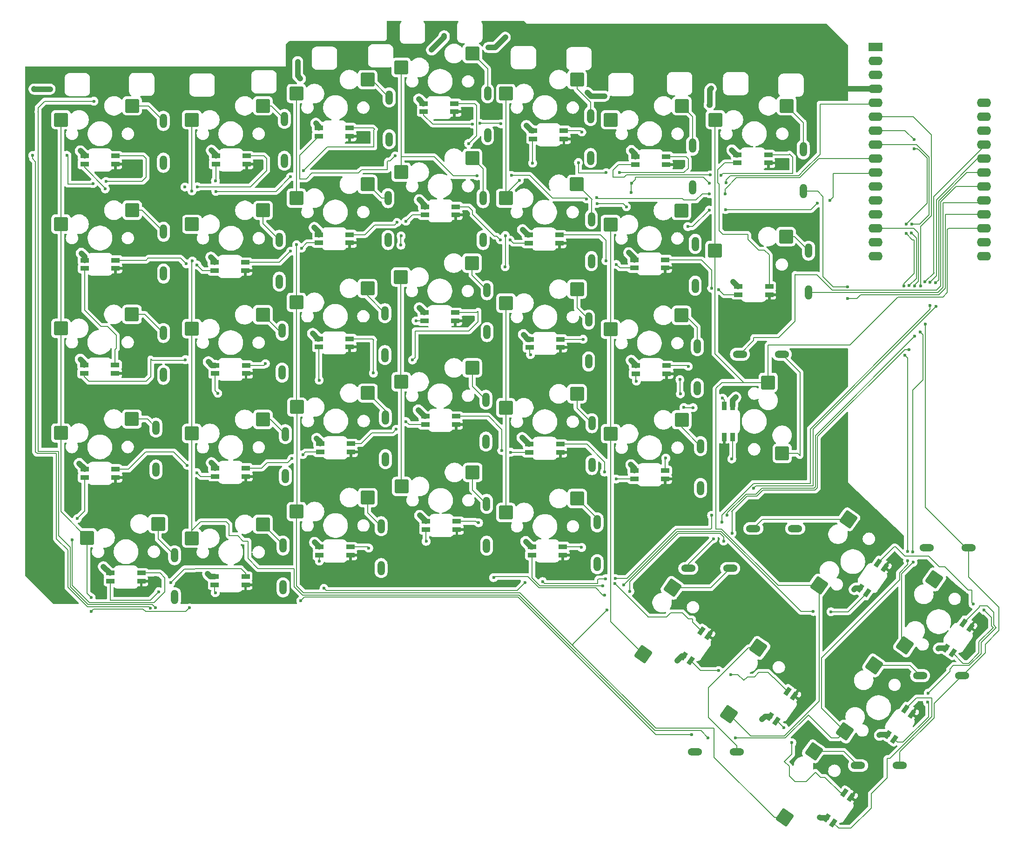
<source format=gbr>
%TF.GenerationSoftware,KiCad,Pcbnew,9.0.1*%
%TF.CreationDate,2025-07-25T21:26:32-04:00*%
%TF.ProjectId,splitboard left,73706c69-7462-46f6-9172-64206c656674,rev?*%
%TF.SameCoordinates,Original*%
%TF.FileFunction,Copper,L2,Bot*%
%TF.FilePolarity,Positive*%
%FSLAX46Y46*%
G04 Gerber Fmt 4.6, Leading zero omitted, Abs format (unit mm)*
G04 Created by KiCad (PCBNEW 9.0.1) date 2025-07-25 21:26:32*
%MOMM*%
%LPD*%
G01*
G04 APERTURE LIST*
G04 Aperture macros list*
%AMRoundRect*
0 Rectangle with rounded corners*
0 $1 Rounding radius*
0 $2 $3 $4 $5 $6 $7 $8 $9 X,Y pos of 4 corners*
0 Add a 4 corners polygon primitive as box body*
4,1,4,$2,$3,$4,$5,$6,$7,$8,$9,$2,$3,0*
0 Add four circle primitives for the rounded corners*
1,1,$1+$1,$2,$3*
1,1,$1+$1,$4,$5*
1,1,$1+$1,$6,$7*
1,1,$1+$1,$8,$9*
0 Add four rect primitives between the rounded corners*
20,1,$1+$1,$2,$3,$4,$5,0*
20,1,$1+$1,$4,$5,$6,$7,0*
20,1,$1+$1,$6,$7,$8,$9,0*
20,1,$1+$1,$8,$9,$2,$3,0*%
%AMRotRect*
0 Rectangle, with rotation*
0 The origin of the aperture is its center*
0 $1 length*
0 $2 width*
0 $3 Rotation angle, in degrees counterclockwise*
0 Add horizontal line*
21,1,$1,$2,0,0,$3*%
G04 Aperture macros list end*
%TA.AperFunction,ComponentPad*%
%ADD10O,1.320800X2.641600*%
%TD*%
%TA.AperFunction,ComponentPad*%
%ADD11O,2.641600X1.320800*%
%TD*%
%TA.AperFunction,SMDPad,CuDef*%
%ADD12RoundRect,0.250000X-1.025000X-1.000000X1.025000X-1.000000X1.025000X1.000000X-1.025000X1.000000X0*%
%TD*%
%TA.AperFunction,SMDPad,CuDef*%
%ADD13RoundRect,0.250000X0.231236X-1.413207X1.407068X0.266054X-0.231236X1.413207X-1.407068X-0.266054X0*%
%TD*%
%TA.AperFunction,ComponentPad*%
%ADD14RoundRect,0.250000X-1.050000X-0.550000X1.050000X-0.550000X1.050000X0.550000X-1.050000X0.550000X0*%
%TD*%
%TA.AperFunction,ComponentPad*%
%ADD15O,2.600000X1.600000*%
%TD*%
%TA.AperFunction,SMDPad,CuDef*%
%ADD16RoundRect,0.250000X-1.000000X1.025000X-1.000000X-1.025000X1.000000X-1.025000X1.000000X1.025000X0*%
%TD*%
%TA.AperFunction,SMDPad,CuDef*%
%ADD17R,1.500000X0.820000*%
%TD*%
%TA.AperFunction,SMDPad,CuDef*%
%ADD18RotRect,0.820000X1.500000X145.000000*%
%TD*%
%TA.AperFunction,SMDPad,CuDef*%
%ADD19R,0.820000X1.500000*%
%TD*%
%TA.AperFunction,ViaPad*%
%ADD20C,0.600000*%
%TD*%
%TA.AperFunction,Conductor*%
%ADD21C,0.200000*%
%TD*%
%TA.AperFunction,Conductor*%
%ADD22C,1.000000*%
%TD*%
G04 APERTURE END LIST*
D10*
%TO.P,D10,1,K*%
%TO.N,ROW2*%
X102042500Y-63648750D03*
%TO.P,D10,2,A*%
%TO.N,Net-(D10-A)*%
X102042500Y-56028750D03*
%TD*%
D11*
%TO.P,D21,1,K*%
%TO.N,ROW3*%
X166062500Y-84448750D03*
%TO.P,D21,2,A*%
%TO.N,Net-(D21-A)*%
X173682500Y-84448750D03*
%TD*%
D12*
%TO.P,SW11,1,1*%
%TO.N,COL4*%
X104446250Y-51298750D03*
%TO.P,SW11,2,2*%
%TO.N,Net-(D11-A)*%
X117373250Y-48758750D03*
%TD*%
%TO.P,SW32,1,1*%
%TO.N,COL4*%
X104512500Y-108523750D03*
%TO.P,SW32,2,2*%
%TO.N,Net-(D32-A)*%
X117439500Y-105983750D03*
%TD*%
D10*
%TO.P,D22,1,K*%
%TO.N,ROW4*%
X59832500Y-105448750D03*
%TO.P,D22,2,A*%
%TO.N,Net-(D22-A)*%
X59832500Y-97828750D03*
%TD*%
%TO.P,D5,1,K*%
%TO.N,ROW1*%
X138887500Y-48723750D03*
%TO.P,D5,2,A*%
%TO.N,Net-(D5-A)*%
X138887500Y-41103750D03*
%TD*%
D12*
%TO.P,SW5,1,1*%
%TO.N,COL5*%
X123496250Y-36992500D03*
%TO.P,SW5,2,2*%
%TO.N,Net-(D5-A)*%
X136423250Y-34452500D03*
%TD*%
%TO.P,SW33,1,1*%
%TO.N,COL5*%
X123512500Y-113263750D03*
%TO.P,SW33,2,2*%
%TO.N,Net-(D33-A)*%
X136439500Y-110723750D03*
%TD*%
D11*
%TO.P,D38,1,K*%
%TO.N,ROW6*%
X195162500Y-159338750D03*
%TO.P,D38,2,A*%
%TO.N,Net-(D38-A)*%
X187542500Y-159338750D03*
%TD*%
D10*
%TO.P,D9,1,K*%
%TO.N,ROW2*%
X82262500Y-71233750D03*
%TO.P,D9,2,A*%
%TO.N,Net-(D9-A)*%
X82262500Y-63613750D03*
%TD*%
%TO.P,D12,1,K*%
%TO.N,ROW2*%
X139042500Y-67498750D03*
%TO.P,D12,2,A*%
%TO.N,Net-(D12-A)*%
X139042500Y-59878750D03*
%TD*%
D12*
%TO.P,SW1,1,1*%
%TO.N,COL1*%
X42565500Y-41755000D03*
%TO.P,SW1,2,2*%
%TO.N,Net-(D1-A)*%
X55492500Y-39215000D03*
%TD*%
D10*
%TO.P,D14,1,K*%
%TO.N,ROW2*%
X178542500Y-73218750D03*
%TO.P,D14,2,A*%
%TO.N,Net-(D14-A)*%
X178542500Y-65598750D03*
%TD*%
D12*
%TO.P,SW8,1,1*%
%TO.N,COL1*%
X42565500Y-60758750D03*
%TO.P,SW8,2,2*%
%TO.N,Net-(D8-A)*%
X55492500Y-58218750D03*
%TD*%
D10*
%TO.P,D6,1,K*%
%TO.N,ROW1*%
X157431250Y-54105000D03*
%TO.P,D6,2,A*%
%TO.N,Net-(D6-A)*%
X157431250Y-46485000D03*
%TD*%
D11*
%TO.P,D37,1,K*%
%TO.N,ROW6*%
X206466052Y-142982011D03*
%TO.P,D37,2,A*%
%TO.N,Net-(D37-A)*%
X198846052Y-142982011D03*
%TD*%
%TO.P,D34,1,K*%
%TO.N,ROW5*%
X156672500Y-123438750D03*
%TO.P,D34,2,A*%
%TO.N,Net-(D34-A)*%
X164292500Y-123438750D03*
%TD*%
%TO.P,D35,1,K*%
%TO.N,ROW5*%
X157872500Y-156828750D03*
%TO.P,D35,2,A*%
%TO.N,Net-(D35-A)*%
X165492500Y-156828750D03*
%TD*%
D12*
%TO.P,SW13,1,1*%
%TO.N,COL6*%
X142512500Y-60823750D03*
%TO.P,SW13,2,2*%
%TO.N,Net-(D13-A)*%
X155439500Y-58283750D03*
%TD*%
D10*
%TO.P,D4,1,K*%
%TO.N,ROW1*%
X120162500Y-44583750D03*
%TO.P,D4,2,A*%
%TO.N,Net-(D4-A)*%
X120162500Y-36963750D03*
%TD*%
D13*
%TO.P,SW37,1,1*%
%TO.N,COL2*%
X185131833Y-153159266D03*
%TO.P,SW37,2,2*%
%TO.N,Net-(D37-A)*%
X190465809Y-141113203D03*
%TD*%
%TO.P,SW34,1,1*%
%TO.N,COL6*%
X148456833Y-139034266D03*
%TO.P,SW34,2,2*%
%TO.N,Net-(D34-A)*%
X153790809Y-126988203D03*
%TD*%
D10*
%TO.P,D31,1,K*%
%TO.N,ROW5*%
X100792500Y-123398750D03*
%TO.P,D31,2,A*%
%TO.N,Net-(D31-A)*%
X100792500Y-115778750D03*
%TD*%
D12*
%TO.P,SW7,1,1*%
%TO.N,COL7*%
X161596250Y-41755000D03*
%TO.P,SW7,2,2*%
%TO.N,Net-(D7-A)*%
X174523250Y-39215000D03*
%TD*%
%TO.P,SW6,1,1*%
%TO.N,COL6*%
X142546250Y-41755000D03*
%TO.P,SW6,2,2*%
%TO.N,Net-(D6-A)*%
X155473250Y-39215000D03*
%TD*%
%TO.P,SW16,1,1*%
%TO.N,COL2*%
X66346250Y-79798750D03*
%TO.P,SW16,2,2*%
%TO.N,Net-(D16-A)*%
X79273250Y-77258750D03*
%TD*%
%TO.P,SW2,1,1*%
%TO.N,COL2*%
X66346250Y-41755000D03*
%TO.P,SW2,2,2*%
%TO.N,Net-(D2-A)*%
X79273250Y-39215000D03*
%TD*%
D10*
%TO.P,D7,1,K*%
%TO.N,ROW1*%
X177587500Y-54783750D03*
%TO.P,D7,2,A*%
%TO.N,Net-(D7-A)*%
X177587500Y-47163750D03*
%TD*%
D12*
%TO.P,SW31,1,1*%
%TO.N,COL3*%
X85412500Y-113098750D03*
%TO.P,SW31,2,2*%
%TO.N,Net-(D31-A)*%
X98339500Y-110558750D03*
%TD*%
D10*
%TO.P,D11,1,K*%
%TO.N,ROW2*%
X119331250Y-63648750D03*
%TO.P,D11,2,A*%
%TO.N,Net-(D11-A)*%
X119331250Y-56028750D03*
%TD*%
D12*
%TO.P,SW26,1,1*%
%TO.N,COL5*%
X123487500Y-94198750D03*
%TO.P,SW26,2,2*%
%TO.N,Net-(D26-A)*%
X136414500Y-91658750D03*
%TD*%
D10*
%TO.P,D1,1,K*%
%TO.N,ROW1*%
X61187500Y-49583750D03*
%TO.P,D1,2,A*%
%TO.N,Net-(D1-A)*%
X61187500Y-41963750D03*
%TD*%
D12*
%TO.P,SW12,1,1*%
%TO.N,COL5*%
X123462500Y-56048750D03*
%TO.P,SW12,2,2*%
%TO.N,Net-(D12-A)*%
X136389500Y-53508750D03*
%TD*%
%TO.P,SW18,1,1*%
%TO.N,COL4*%
X104387500Y-70398750D03*
%TO.P,SW18,2,2*%
%TO.N,Net-(D18-A)*%
X117314500Y-67858750D03*
%TD*%
D10*
%TO.P,D2,1,K*%
%TO.N,ROW1*%
X83187500Y-49233750D03*
%TO.P,D2,2,A*%
%TO.N,Net-(D2-A)*%
X83187500Y-41613750D03*
%TD*%
D13*
%TO.P,SW28,1,1*%
%TO.N,COL7*%
X180459369Y-126561682D03*
%TO.P,SW28,2,2*%
%TO.N,Net-(D28-A)*%
X185793345Y-114515619D03*
%TD*%
D10*
%TO.P,D17,1,K*%
%TO.N,ROW3*%
X101472500Y-84608750D03*
%TO.P,D17,2,A*%
%TO.N,Net-(D17-A)*%
X101472500Y-76988750D03*
%TD*%
D13*
%TO.P,SW35,1,1*%
%TO.N,COL7*%
X164081833Y-149959266D03*
%TO.P,SW35,2,2*%
%TO.N,Net-(D35-A)*%
X169415809Y-137913203D03*
%TD*%
D11*
%TO.P,D28,1,K*%
%TO.N,ROW4*%
X176112500Y-116188750D03*
%TO.P,D28,2,A*%
%TO.N,Net-(D28-A)*%
X168492500Y-116188750D03*
%TD*%
D10*
%TO.P,D16,1,K*%
%TO.N,ROW3*%
X82782500Y-87808750D03*
%TO.P,D16,2,A*%
%TO.N,Net-(D16-A)*%
X82782500Y-80188750D03*
%TD*%
%TO.P,D8,1,K*%
%TO.N,ROW2*%
X61212500Y-69758750D03*
%TO.P,D8,2,A*%
%TO.N,Net-(D8-A)*%
X61212500Y-62138750D03*
%TD*%
D12*
%TO.P,SW10,1,1*%
%TO.N,COL3*%
X85387500Y-56023750D03*
%TO.P,SW10,2,2*%
%TO.N,Net-(D10-A)*%
X98314500Y-53483750D03*
%TD*%
D10*
%TO.P,D20,1,K*%
%TO.N,ROW3*%
X158312500Y-90638750D03*
%TO.P,D20,2,A*%
%TO.N,Net-(D20-A)*%
X158312500Y-83018750D03*
%TD*%
%TO.P,D24,1,K*%
%TO.N,ROW4*%
X101572500Y-103558750D03*
%TO.P,D24,2,A*%
%TO.N,Net-(D24-A)*%
X101572500Y-95938750D03*
%TD*%
D12*
%TO.P,SW3,1,1*%
%TO.N,COL3*%
X85396250Y-36992500D03*
%TO.P,SW3,2,2*%
%TO.N,Net-(D3-A)*%
X98323250Y-34452500D03*
%TD*%
%TO.P,SW17,1,1*%
%TO.N,COL3*%
X85387500Y-74998750D03*
%TO.P,SW17,2,2*%
%TO.N,Net-(D17-A)*%
X98314500Y-72458750D03*
%TD*%
D10*
%TO.P,D18,1,K*%
%TO.N,ROW3*%
X120052500Y-80408750D03*
%TO.P,D18,2,A*%
%TO.N,Net-(D18-A)*%
X120052500Y-72788750D03*
%TD*%
D14*
%TO.P,A1,1,~{RESET}*%
%TO.N,unconnected-(A1-~{RESET}-Pad1)*%
X190730000Y-28520000D03*
D15*
%TO.P,A1,2,3V3*%
%TO.N,unconnected-(A1-3V3-Pad2)*%
X190730000Y-31060000D03*
%TO.P,A1,3,AREF*%
%TO.N,unconnected-(A1-AREF-Pad3)*%
X190730000Y-33600000D03*
%TO.P,A1,4,GND*%
%TO.N,GND*%
X190730000Y-36140000D03*
%TO.P,A1,5,A0*%
%TO.N,COL6*%
X190730000Y-38680000D03*
%TO.P,A1,6,A1*%
%TO.N,COL1*%
X190730000Y-41220000D03*
%TO.P,A1,7,A2*%
%TO.N,COL2*%
X190730000Y-43760000D03*
%TO.P,A1,8,A3*%
%TO.N,COL3*%
X190730000Y-46300000D03*
%TO.P,A1,9,A4*%
%TO.N,COL4*%
X190730000Y-48840000D03*
%TO.P,A1,10,A5*%
%TO.N,COL5*%
X190730000Y-51380000D03*
%TO.P,A1,11,SCK*%
%TO.N,unconnected-(A1-SCK-Pad11)*%
X190730000Y-53920000D03*
%TO.P,A1,12,MOSI*%
%TO.N,unconnected-(A1-MOSI-Pad12)*%
X190730000Y-56460000D03*
%TO.P,A1,13,MISO*%
%TO.N,unconnected-(A1-MISO-Pad13)*%
X190730000Y-59000000D03*
%TO.P,A1,14,RX*%
%TO.N,RGB*%
X190730000Y-61540000D03*
%TO.P,A1,15,TX*%
%TO.N,unconnected-(A1-TX-Pad15)*%
X190730000Y-64080000D03*
%TO.P,A1,16,SPARE*%
%TO.N,unconnected-(A1-SPARE-Pad16)*%
X190730000Y-66620000D03*
%TO.P,A1,17,SDA*%
%TO.N,unconnected-(A1-SDA-Pad17)*%
X210450000Y-66620000D03*
%TO.P,A1,18,SCL*%
%TO.N,unconnected-(A1-SCL-Pad18)*%
X210450000Y-64080000D03*
%TO.P,A1,19,D0*%
%TO.N,COL7*%
X210450000Y-61540000D03*
%TO.P,A1,20,D1*%
%TO.N,ROW1*%
X210450000Y-59000000D03*
%TO.P,A1,21,D2*%
%TO.N,ROW2*%
X210450000Y-56460000D03*
%TO.P,A1,22,D3*%
%TO.N,ROW3*%
X210450000Y-53920000D03*
%TO.P,A1,23,D4*%
%TO.N,ROW4*%
X210450000Y-51380000D03*
%TO.P,A1,24,D5*%
%TO.N,ROW5*%
X210450000Y-48840000D03*
%TO.P,A1,25,D6*%
%TO.N,ROW6*%
X210450000Y-46300000D03*
%TO.P,A1,26,USB*%
%TO.N,5v*%
X210450000Y-43760000D03*
%TO.P,A1,27,EN*%
%TO.N,unconnected-(A1-EN-Pad27)*%
X210450000Y-41220000D03*
%TO.P,A1,28,VBAT*%
%TO.N,Net-(A1-VBAT)*%
X210450000Y-38680000D03*
%TD*%
D12*
%TO.P,SW19,1,1*%
%TO.N,COL5*%
X123496250Y-75138750D03*
%TO.P,SW19,2,2*%
%TO.N,Net-(D19-A)*%
X136423250Y-72598750D03*
%TD*%
D10*
%TO.P,D33,1,K*%
%TO.N,ROW5*%
X140082500Y-122678750D03*
%TO.P,D33,2,A*%
%TO.N,Net-(D33-A)*%
X140082500Y-115058750D03*
%TD*%
D12*
%TO.P,SW9,1,1*%
%TO.N,COL2*%
X66387500Y-60798750D03*
%TO.P,SW9,2,2*%
%TO.N,Net-(D9-A)*%
X79314500Y-58258750D03*
%TD*%
%TO.P,SW4,1,1*%
%TO.N,COL4*%
X104446250Y-32230000D03*
%TO.P,SW4,2,2*%
%TO.N,Net-(D4-A)*%
X117373250Y-29690000D03*
%TD*%
D13*
%TO.P,SW38,1,1*%
%TO.N,COL3*%
X174181833Y-168809266D03*
%TO.P,SW38,2,2*%
%TO.N,Net-(D38-A)*%
X179515809Y-156763203D03*
%TD*%
D10*
%TO.P,D29,1,K*%
%TO.N,ROW5*%
X63222500Y-128673750D03*
%TO.P,D29,2,A*%
%TO.N,Net-(D29-A)*%
X63222500Y-121053750D03*
%TD*%
%TO.P,D3,1,K*%
%TO.N,ROW1*%
X102262500Y-45308750D03*
%TO.P,D3,2,A*%
%TO.N,Net-(D3-A)*%
X102262500Y-37688750D03*
%TD*%
%TO.P,D23,1,K*%
%TO.N,ROW4*%
X83382500Y-106638750D03*
%TO.P,D23,2,A*%
%TO.N,Net-(D23-A)*%
X83382500Y-99018750D03*
%TD*%
%TO.P,D13,1,K*%
%TO.N,ROW2*%
X157922500Y-71978750D03*
%TO.P,D13,2,A*%
%TO.N,Net-(D13-A)*%
X157922500Y-64358750D03*
%TD*%
D12*
%TO.P,SW15,1,1*%
%TO.N,COL1*%
X42535500Y-79738750D03*
%TO.P,SW15,2,2*%
%TO.N,Net-(D15-A)*%
X55462500Y-77198750D03*
%TD*%
D10*
%TO.P,D15,1,K*%
%TO.N,ROW3*%
X61202500Y-88198750D03*
%TO.P,D15,2,A*%
%TO.N,Net-(D15-A)*%
X61202500Y-80578750D03*
%TD*%
%TO.P,D25,1,K*%
%TO.N,ROW4*%
X119852500Y-100378750D03*
%TO.P,D25,2,A*%
%TO.N,Net-(D25-A)*%
X119852500Y-92758750D03*
%TD*%
D11*
%TO.P,D36,1,K*%
%TO.N,ROW6*%
X207682500Y-119728750D03*
%TO.P,D36,2,A*%
%TO.N,Net-(D36-A)*%
X200062500Y-119728750D03*
%TD*%
D10*
%TO.P,D30,1,K*%
%TO.N,ROW5*%
X82956250Y-126908750D03*
%TO.P,D30,2,A*%
%TO.N,Net-(D30-A)*%
X82956250Y-119288750D03*
%TD*%
D12*
%TO.P,SW29,1,1*%
%TO.N,COL1*%
X47296250Y-117873750D03*
%TO.P,SW29,2,2*%
%TO.N,Net-(D29-A)*%
X60223250Y-115333750D03*
%TD*%
D10*
%TO.P,D19,1,K*%
%TO.N,ROW3*%
X138532500Y-85768750D03*
%TO.P,D19,2,A*%
%TO.N,Net-(D19-A)*%
X138532500Y-78148750D03*
%TD*%
D12*
%TO.P,SW20,1,1*%
%TO.N,COL6*%
X142512500Y-79898750D03*
%TO.P,SW20,2,2*%
%TO.N,Net-(D20-A)*%
X155439500Y-77358750D03*
%TD*%
%TO.P,SW30,1,1*%
%TO.N,COL2*%
X66346250Y-117955000D03*
%TO.P,SW30,2,2*%
%TO.N,Net-(D30-A)*%
X79273250Y-115415000D03*
%TD*%
D16*
%TO.P,SW21,1,1*%
%TO.N,COL7*%
X171202500Y-89593750D03*
%TO.P,SW21,2,2*%
%TO.N,Net-(D21-A)*%
X173742500Y-102520750D03*
%TD*%
D12*
%TO.P,SW24,1,1*%
%TO.N,COL3*%
X85462500Y-94073750D03*
%TO.P,SW24,2,2*%
%TO.N,Net-(D24-A)*%
X98389500Y-91533750D03*
%TD*%
D10*
%TO.P,D32,1,K*%
%TO.N,ROW5*%
X119982500Y-119323750D03*
%TO.P,D32,2,A*%
%TO.N,Net-(D32-A)*%
X119982500Y-111703750D03*
%TD*%
D13*
%TO.P,SW36,1,1*%
%TO.N,COL1*%
X196070601Y-137497974D03*
%TO.P,SW36,2,2*%
%TO.N,Net-(D36-A)*%
X201404577Y-125451911D03*
%TD*%
D12*
%TO.P,SW25,1,1*%
%TO.N,COL4*%
X104437500Y-89473750D03*
%TO.P,SW25,2,2*%
%TO.N,Net-(D25-A)*%
X117364500Y-86933750D03*
%TD*%
%TO.P,SW27,1,1*%
%TO.N,COL6*%
X142537500Y-98923750D03*
%TO.P,SW27,2,2*%
%TO.N,Net-(D27-A)*%
X155464500Y-96383750D03*
%TD*%
D10*
%TO.P,D27,1,K*%
%TO.N,ROW4*%
X158892500Y-108818750D03*
%TO.P,D27,2,A*%
%TO.N,Net-(D27-A)*%
X158892500Y-101198750D03*
%TD*%
%TO.P,D26,1,K*%
%TO.N,ROW4*%
X139132500Y-104628750D03*
%TO.P,D26,2,A*%
%TO.N,Net-(D26-A)*%
X139132500Y-97008750D03*
%TD*%
D12*
%TO.P,SW23,1,1*%
%TO.N,COL2*%
X66362500Y-98873750D03*
%TO.P,SW23,2,2*%
%TO.N,Net-(D23-A)*%
X79289500Y-96333750D03*
%TD*%
%TO.P,SW14,1,1*%
%TO.N,COL7*%
X161512500Y-65573750D03*
%TO.P,SW14,2,2*%
%TO.N,Net-(D14-A)*%
X174439500Y-63033750D03*
%TD*%
%TO.P,SW22,1,1*%
%TO.N,COL1*%
X42537500Y-98798750D03*
%TO.P,SW22,2,2*%
%TO.N,Net-(D22-A)*%
X55464500Y-96258750D03*
%TD*%
D17*
%TO.P,L24,1,VDD*%
%TO.N,+5V*%
X108812500Y-95748750D03*
%TO.P,L24,2,DOUT*%
%TO.N,Net-(L24-DOUT)*%
X108812500Y-97248750D03*
%TO.P,L24,3,VSS*%
%TO.N,GND*%
X114412500Y-97248750D03*
%TO.P,L24,4,DIN*%
%TO.N,Net-(L23-DOUT)*%
X114412500Y-95748750D03*
%TD*%
%TO.P,L3,1,VDD*%
%TO.N,+5V*%
X89462500Y-43248750D03*
%TO.P,L3,2,DOUT*%
%TO.N,Net-(L3-DOUT)*%
X89462500Y-44748750D03*
%TO.P,L3,3,VSS*%
%TO.N,GND*%
X95062500Y-44748750D03*
%TO.P,L3,4,DIN*%
%TO.N,Net-(L2-DOUT)*%
X95062500Y-43248750D03*
%TD*%
%TO.P,L23,1,VDD*%
%TO.N,+5V*%
X127772500Y-100848750D03*
%TO.P,L23,2,DOUT*%
%TO.N,Net-(L23-DOUT)*%
X127772500Y-102348750D03*
%TO.P,L23,3,VSS*%
%TO.N,GND*%
X133372500Y-102348750D03*
%TO.P,L23,4,DIN*%
%TO.N,Net-(L22-DOUT)*%
X133372500Y-100848750D03*
%TD*%
%TO.P,L17,1,VDD*%
%TO.N,+5V*%
X89487500Y-81648750D03*
%TO.P,L17,2,DOUT*%
%TO.N,Net-(L17-DOUT)*%
X89487500Y-83148750D03*
%TO.P,L17,3,VSS*%
%TO.N,GND*%
X95087500Y-83148750D03*
%TO.P,L17,4,DIN*%
%TO.N,Net-(L16-DOUT)*%
X95087500Y-81648750D03*
%TD*%
%TO.P,L29,1,VDD*%
%TO.N,+5V*%
X70530000Y-124945000D03*
%TO.P,L29,2,DOUT*%
%TO.N,Net-(L29-DOUT)*%
X70530000Y-126445000D03*
%TO.P,L29,3,VSS*%
%TO.N,GND*%
X76130000Y-126445000D03*
%TO.P,L29,4,DIN*%
%TO.N,Net-(L28-DOUT)*%
X76130000Y-124945000D03*
%TD*%
%TO.P,L27,1,VDD*%
%TO.N,+5V*%
X46862500Y-105398750D03*
%TO.P,L27,2,DOUT*%
%TO.N,Net-(L27-DOUT)*%
X46862500Y-106898750D03*
%TO.P,L27,3,VSS*%
%TO.N,GND*%
X52462500Y-106898750D03*
%TO.P,L27,4,DIN*%
%TO.N,Net-(L26-DOUT)*%
X52462500Y-105398750D03*
%TD*%
D18*
%TO.P,L38,1,VDD*%
%TO.N,+5V*%
X187942122Y-127062193D03*
%TO.P,L38,2,DOUT*%
%TO.N,Net-(L38-DOUT)*%
X189170850Y-127922558D03*
%TO.P,L38,3,VSS*%
%TO.N,GND*%
X192382878Y-123335307D03*
%TO.P,L38,4,DIN*%
%TO.N,Net-(L37-DOUT)*%
X191154150Y-122474942D03*
%TD*%
%TO.P,L33,1,VDD*%
%TO.N,+5V*%
X155867122Y-139437193D03*
%TO.P,L33,2,DOUT*%
%TO.N,Net-(L33-DOUT)*%
X157095850Y-140297558D03*
%TO.P,L33,3,VSS*%
%TO.N,GND*%
X160307878Y-135710307D03*
%TO.P,L33,4,DIN*%
%TO.N,Net-(L32-DOUT)*%
X159079150Y-134849942D03*
%TD*%
%TO.P,L36,1,VDD*%
%TO.N,+5V*%
X192917122Y-153687193D03*
%TO.P,L36,2,DOUT*%
%TO.N,Net-(L36-DOUT)*%
X194145850Y-154547558D03*
%TO.P,L36,3,VSS*%
%TO.N,GND*%
X197357878Y-149960307D03*
%TO.P,L36,4,DIN*%
%TO.N,Net-(L35-DOUT)*%
X196129150Y-149099942D03*
%TD*%
D17*
%TO.P,L11,1,VDD*%
%TO.N,+5V*%
X108787500Y-57598750D03*
%TO.P,L11,2,DOUT*%
%TO.N,Net-(L11-DOUT)*%
X108787500Y-59098750D03*
%TO.P,L11,3,VSS*%
%TO.N,GND*%
X114387500Y-59098750D03*
%TO.P,L11,4,DIN*%
%TO.N,Net-(L10-DOUT)*%
X114387500Y-57598750D03*
%TD*%
%TO.P,L5,1,VDD*%
%TO.N,+5V*%
X128437500Y-43748750D03*
%TO.P,L5,2,DOUT*%
%TO.N,Net-(L5-DOUT)*%
X128437500Y-45248750D03*
%TO.P,L5,3,VSS*%
%TO.N,GND*%
X134037500Y-45248750D03*
%TO.P,L5,4,DIN*%
%TO.N,Net-(L4-DOUT)*%
X134037500Y-43748750D03*
%TD*%
%TO.P,L32,1,VDD*%
%TO.N,+5V*%
X128212500Y-119523750D03*
%TO.P,L32,2,DOUT*%
%TO.N,Net-(L32-DOUT)*%
X128212500Y-121023750D03*
%TO.P,L32,3,VSS*%
%TO.N,GND*%
X133812500Y-121023750D03*
%TO.P,L32,4,DIN*%
%TO.N,Net-(L31-DOUT)*%
X133812500Y-119523750D03*
%TD*%
%TO.P,L2,1,VDD*%
%TO.N,+5V*%
X70712500Y-48348750D03*
%TO.P,L2,2,DOUT*%
%TO.N,Net-(L2-DOUT)*%
X70712500Y-49848750D03*
%TO.P,L2,3,VSS*%
%TO.N,GND*%
X76312500Y-49848750D03*
%TO.P,L2,4,DIN*%
%TO.N,Net-(L1-DOUT)*%
X76312500Y-48348750D03*
%TD*%
%TO.P,L28,1,VDD*%
%TO.N,+5V*%
X51562500Y-124298750D03*
%TO.P,L28,2,DOUT*%
%TO.N,Net-(L28-DOUT)*%
X51562500Y-125798750D03*
%TO.P,L28,3,VSS*%
%TO.N,GND*%
X57162500Y-125798750D03*
%TO.P,L28,4,DIN*%
%TO.N,Net-(L27-DOUT)*%
X57162500Y-124298750D03*
%TD*%
%TO.P,L15,1,VDD*%
%TO.N,+5V*%
X46787500Y-86423750D03*
%TO.P,L15,2,DOUT*%
%TO.N,Net-(L15-DOUT)*%
X46787500Y-87923750D03*
%TO.P,L15,3,VSS*%
%TO.N,GND*%
X52387500Y-87923750D03*
%TO.P,L15,4,DIN*%
%TO.N,Net-(L14-DOUT)*%
X52387500Y-86423750D03*
%TD*%
%TO.P,L4,1,VDD*%
%TO.N,+5V*%
X108537500Y-38798750D03*
%TO.P,L4,2,DOUT*%
%TO.N,Net-(L4-DOUT)*%
X108537500Y-40298750D03*
%TO.P,L4,3,VSS*%
%TO.N,GND*%
X114137500Y-40298750D03*
%TO.P,L4,4,DIN*%
%TO.N,Net-(L3-DOUT)*%
X114137500Y-38798750D03*
%TD*%
%TO.P,L12,1,VDD*%
%TO.N,+5V*%
X89487500Y-62673750D03*
%TO.P,L12,2,DOUT*%
%TO.N,Net-(L12-DOUT)*%
X89487500Y-64173750D03*
%TO.P,L12,3,VSS*%
%TO.N,GND*%
X95087500Y-64173750D03*
%TO.P,L12,4,DIN*%
%TO.N,Net-(L11-DOUT)*%
X95087500Y-62673750D03*
%TD*%
%TO.P,L16,1,VDD*%
%TO.N,+5V*%
X70612500Y-86473750D03*
%TO.P,L16,2,DOUT*%
%TO.N,Net-(L16-DOUT)*%
X70612500Y-87973750D03*
%TO.P,L16,3,VSS*%
%TO.N,GND*%
X76212500Y-87973750D03*
%TO.P,L16,4,DIN*%
%TO.N,Net-(L15-DOUT)*%
X76212500Y-86473750D03*
%TD*%
%TO.P,L7,1,VDD*%
%TO.N,+5V*%
X165612500Y-48123750D03*
%TO.P,L7,2,DOUT*%
%TO.N,Net-(L7-DOUT)*%
X165612500Y-49623750D03*
%TO.P,L7,3,VSS*%
%TO.N,GND*%
X171212500Y-49623750D03*
%TO.P,L7,4,DIN*%
%TO.N,Net-(L6-DOUT)*%
X171212500Y-48123750D03*
%TD*%
%TO.P,L8,1,VDD*%
%TO.N,+5V*%
X165787500Y-72098750D03*
%TO.P,L8,2,DOUT*%
%TO.N,Net-(L8-DOUT)*%
X165787500Y-73598750D03*
%TO.P,L8,3,VSS*%
%TO.N,GND*%
X171387500Y-73598750D03*
%TO.P,L8,4,DIN*%
%TO.N,Net-(L7-DOUT)*%
X171387500Y-72098750D03*
%TD*%
%TO.P,L19,1,VDD*%
%TO.N,+5V*%
X127787500Y-81723750D03*
%TO.P,L19,2,DOUT*%
%TO.N,Net-(L19-DOUT)*%
X127787500Y-83223750D03*
%TO.P,L19,3,VSS*%
%TO.N,GND*%
X133387500Y-83223750D03*
%TO.P,L19,4,DIN*%
%TO.N,Net-(L18-DOUT)*%
X133387500Y-81723750D03*
%TD*%
%TO.P,L18,1,VDD*%
%TO.N,+5V*%
X108687500Y-76873750D03*
%TO.P,L18,2,DOUT*%
%TO.N,Net-(L18-DOUT)*%
X108687500Y-78373750D03*
%TO.P,L18,3,VSS*%
%TO.N,GND*%
X114287500Y-78373750D03*
%TO.P,L18,4,DIN*%
%TO.N,Net-(L17-DOUT)*%
X114287500Y-76873750D03*
%TD*%
%TO.P,L14,1,VDD*%
%TO.N,+5V*%
X46862500Y-67323750D03*
%TO.P,L14,2,DOUT*%
%TO.N,Net-(L14-DOUT)*%
X46862500Y-68823750D03*
%TO.P,L14,3,VSS*%
%TO.N,GND*%
X52462500Y-68823750D03*
%TO.P,L14,4,DIN*%
%TO.N,Net-(L13-DOUT)*%
X52462500Y-67323750D03*
%TD*%
%TO.P,L9,1,VDD*%
%TO.N,+5V*%
X146837500Y-67248750D03*
%TO.P,L9,2,DOUT*%
%TO.N,Net-(L10-DIN)*%
X146837500Y-68748750D03*
%TO.P,L9,3,VSS*%
%TO.N,GND*%
X152437500Y-68748750D03*
%TO.P,L9,4,DIN*%
%TO.N,Net-(L8-DOUT)*%
X152437500Y-67248750D03*
%TD*%
%TO.P,L20,1,VDD*%
%TO.N,+5V*%
X147112500Y-86523750D03*
%TO.P,L20,2,DOUT*%
%TO.N,Net-(L20-DOUT)*%
X147112500Y-88023750D03*
%TO.P,L20,3,VSS*%
%TO.N,GND*%
X152712500Y-88023750D03*
%TO.P,L20,4,DIN*%
%TO.N,Net-(L19-DOUT)*%
X152712500Y-86523750D03*
%TD*%
%TO.P,L25,1,VDD*%
%TO.N,+5V*%
X89687500Y-100748750D03*
%TO.P,L25,2,DOUT*%
%TO.N,Net-(L25-DOUT)*%
X89687500Y-102248750D03*
%TO.P,L25,3,VSS*%
%TO.N,GND*%
X95287500Y-102248750D03*
%TO.P,L25,4,DIN*%
%TO.N,Net-(L24-DOUT)*%
X95287500Y-100748750D03*
%TD*%
D19*
%TO.P,L21,1,VDD*%
%TO.N,+5V*%
X164712500Y-93898750D03*
%TO.P,L21,2,DOUT*%
%TO.N,Net-(L21-DOUT)*%
X163212500Y-93898750D03*
%TO.P,L21,3,VSS*%
%TO.N,GND*%
X163212500Y-99498750D03*
%TO.P,L21,4,DIN*%
%TO.N,Net-(L20-DOUT)*%
X164712500Y-99498750D03*
%TD*%
D17*
%TO.P,L22,1,VDD*%
%TO.N,+5V*%
X146837500Y-105648750D03*
%TO.P,L22,2,DOUT*%
%TO.N,Net-(L22-DOUT)*%
X146837500Y-107148750D03*
%TO.P,L22,3,VSS*%
%TO.N,GND*%
X152437500Y-107148750D03*
%TO.P,L22,4,DIN*%
%TO.N,Net-(L21-DOUT)*%
X152437500Y-105648750D03*
%TD*%
%TO.P,L26,1,VDD*%
%TO.N,+5V*%
X70587500Y-105198750D03*
%TO.P,L26,2,DOUT*%
%TO.N,Net-(L26-DOUT)*%
X70587500Y-106698750D03*
%TO.P,L26,3,VSS*%
%TO.N,GND*%
X76187500Y-106698750D03*
%TO.P,L26,4,DIN*%
%TO.N,Net-(L25-DOUT)*%
X76187500Y-105198750D03*
%TD*%
D18*
%TO.P,L37,1,VDD*%
%TO.N,+5V*%
X203517122Y-137962193D03*
%TO.P,L37,2,DOUT*%
%TO.N,Net-(L37-DOUT)*%
X204745850Y-138822558D03*
%TO.P,L37,3,VSS*%
%TO.N,GND*%
X207957878Y-134235307D03*
%TO.P,L37,4,DIN*%
%TO.N,Net-(L36-DOUT)*%
X206729150Y-133374942D03*
%TD*%
D17*
%TO.P,L31,1,VDD*%
%TO.N,+5V*%
X108962500Y-114898750D03*
%TO.P,L31,2,DOUT*%
%TO.N,Net-(L31-DOUT)*%
X108962500Y-116398750D03*
%TO.P,L31,3,VSS*%
%TO.N,GND*%
X114562500Y-116398750D03*
%TO.P,L31,4,DIN*%
%TO.N,Net-(L30-DOUT)*%
X114562500Y-114898750D03*
%TD*%
%TO.P,L6,1,VDD*%
%TO.N,+5V*%
X147037500Y-48448750D03*
%TO.P,L6,2,DOUT*%
%TO.N,Net-(L6-DOUT)*%
X147037500Y-49948750D03*
%TO.P,L6,3,VSS*%
%TO.N,GND*%
X152637500Y-49948750D03*
%TO.P,L6,4,DIN*%
%TO.N,Net-(L5-DOUT)*%
X152637500Y-48448750D03*
%TD*%
%TO.P,L1,1,VDD*%
%TO.N,+5V*%
X46837500Y-48348750D03*
%TO.P,L1,2,DOUT*%
%TO.N,Net-(L1-DOUT)*%
X46837500Y-49848750D03*
%TO.P,L1,3,VSS*%
%TO.N,GND*%
X52437500Y-49848750D03*
%TO.P,L1,4,DIN*%
%TO.N,RGB*%
X52437500Y-48348750D03*
%TD*%
D18*
%TO.P,L35,1,VDD*%
%TO.N,+5V*%
X181817122Y-168912193D03*
%TO.P,L35,2,DOUT*%
%TO.N,Net-(L35-DOUT)*%
X183045850Y-169772558D03*
%TO.P,L35,3,VSS*%
%TO.N,GND*%
X186257878Y-165185307D03*
%TO.P,L35,4,DIN*%
%TO.N,Net-(L34-DOUT)*%
X185029150Y-164324942D03*
%TD*%
D17*
%TO.P,L30,1,VDD*%
%TO.N,+5V*%
X89587500Y-119548750D03*
%TO.P,L30,2,DOUT*%
%TO.N,Net-(L30-DOUT)*%
X89587500Y-121048750D03*
%TO.P,L30,3,VSS*%
%TO.N,GND*%
X95187500Y-121048750D03*
%TO.P,L30,4,DIN*%
%TO.N,Net-(L29-DOUT)*%
X95187500Y-119548750D03*
%TD*%
%TO.P,L10,1,VDD*%
%TO.N,+5V*%
X127662500Y-62748750D03*
%TO.P,L10,2,DOUT*%
%TO.N,Net-(L10-DOUT)*%
X127662500Y-64248750D03*
%TO.P,L10,3,VSS*%
%TO.N,GND*%
X133262500Y-64248750D03*
%TO.P,L10,4,DIN*%
%TO.N,Net-(L10-DIN)*%
X133262500Y-62748750D03*
%TD*%
D18*
%TO.P,L34,1,VDD*%
%TO.N,+5V*%
X171492122Y-150437193D03*
%TO.P,L34,2,DOUT*%
%TO.N,Net-(L34-DOUT)*%
X172720850Y-151297558D03*
%TO.P,L34,3,VSS*%
%TO.N,GND*%
X175932878Y-146710307D03*
%TO.P,L34,4,DIN*%
%TO.N,Net-(L33-DOUT)*%
X174704150Y-145849942D03*
%TD*%
D17*
%TO.P,L13,1,VDD*%
%TO.N,+5V*%
X70512500Y-67723750D03*
%TO.P,L13,2,DOUT*%
%TO.N,Net-(L13-DOUT)*%
X70512500Y-69223750D03*
%TO.P,L13,3,VSS*%
%TO.N,GND*%
X76112500Y-69223750D03*
%TO.P,L13,4,DIN*%
%TO.N,Net-(L12-DOUT)*%
X76112500Y-67723750D03*
%TD*%
D20*
%TO.N,COL4*%
X104446250Y-51298750D03*
X104330000Y-70300000D03*
X118220000Y-51970000D03*
X163400000Y-55230000D03*
X104390000Y-64600000D03*
X138150000Y-56170000D03*
X140010000Y-55960000D03*
X160500000Y-55230000D03*
X124500000Y-51900000D03*
X104430000Y-62910000D03*
%TO.N,GND*%
X58120000Y-68510000D03*
X59320000Y-122440000D03*
X61430000Y-34600000D03*
X50190000Y-34650000D03*
X97790000Y-44370000D03*
X209530000Y-132470000D03*
X160870000Y-85360000D03*
X66400000Y-125230000D03*
X184950000Y-137350000D03*
X168120000Y-33800000D03*
X78490000Y-49670000D03*
X94990000Y-29720000D03*
X163090000Y-83180000D03*
X78460000Y-46810000D03*
X116700000Y-40160000D03*
X65270000Y-112380000D03*
X147230000Y-33550000D03*
X155180000Y-68550000D03*
X55740000Y-49820000D03*
X157060000Y-118410000D03*
X105040000Y-29340000D03*
X58160000Y-65670000D03*
X129880000Y-28530000D03*
X121070000Y-24930000D03*
X116530000Y-78070000D03*
X116390000Y-56020000D03*
X110600000Y-25030000D03*
X182660000Y-143620000D03*
X116700000Y-37500000D03*
X78620000Y-68890000D03*
X178850000Y-34710000D03*
X154890000Y-47140000D03*
X173980000Y-49480000D03*
X97740000Y-41740000D03*
X116560000Y-75480000D03*
X39630000Y-109090000D03*
X160060000Y-105400000D03*
X196600000Y-146430000D03*
X84060000Y-34080000D03*
X117370000Y-94310000D03*
X183230000Y-135770000D03*
X59630000Y-125330000D03*
X48580000Y-109190000D03*
X125150000Y-49820000D03*
X117370000Y-97120000D03*
X68170000Y-112380000D03*
X56620000Y-91130000D03*
X173960000Y-46730000D03*
X72520000Y-34670000D03*
X156910000Y-114300000D03*
X154900000Y-49960000D03*
X139680000Y-28710000D03*
X66280000Y-122030000D03*
X121940000Y-49830000D03*
X55800000Y-46360000D03*
X116420000Y-58890000D03*
X78570000Y-66390000D03*
X207140000Y-131130000D03*
X155120000Y-65470000D03*
X158000000Y-33558500D03*
X56620000Y-87670000D03*
X163320000Y-105510000D03*
X198670000Y-148300000D03*
X178980000Y-143840000D03*
%TO.N,COL1*%
X196070601Y-137497974D03*
X197550000Y-122350000D03*
X65950000Y-130650000D03*
X197460000Y-120410000D03*
X48080000Y-131270000D03*
X86190000Y-129330000D03*
X198950000Y-72050000D03*
X157310000Y-153750000D03*
X198850000Y-80380000D03*
X48060000Y-128740000D03*
%TO.N,ROW1*%
X185640000Y-74330000D03*
X185610000Y-72170000D03*
%TO.N,COL6*%
X142546250Y-41755000D03*
X160510000Y-53320000D03*
X163560000Y-53240000D03*
X146320000Y-53340000D03*
X142500000Y-60600000D03*
X146280000Y-55030000D03*
%TO.N,COL5*%
X180140000Y-56950000D03*
X140050000Y-57020000D03*
X123340000Y-68510000D03*
X123400000Y-62840000D03*
X156560000Y-61220000D03*
X125930000Y-52800000D03*
X123390000Y-56200000D03*
X160470000Y-58190000D03*
X145420000Y-57620000D03*
X163480000Y-58120000D03*
X182410000Y-56450000D03*
X123496250Y-75138750D03*
%TO.N,ROW6*%
X199740000Y-78980000D03*
X199660000Y-71280000D03*
%TO.N,RGB*%
X37400000Y-48240000D03*
X90390000Y-127080000D03*
X58840000Y-130720000D03*
X43620000Y-48220000D03*
X163700000Y-113750000D03*
X126970000Y-126030000D03*
X143370000Y-125310000D03*
X141600000Y-125330000D03*
X50730000Y-53000000D03*
X130160000Y-125850000D03*
X160890000Y-113790000D03*
X48380000Y-53390000D03*
X197860000Y-71980000D03*
X197870000Y-81190000D03*
%TO.N,ROW4*%
X201710000Y-75770000D03*
X201660000Y-71460000D03*
X168550000Y-108818750D03*
%TO.N,COL2*%
X197710000Y-45390000D03*
X196270000Y-62480000D03*
X196050000Y-84660000D03*
X196280000Y-60760000D03*
X165280000Y-154310000D03*
X197740000Y-47030000D03*
X160280000Y-154300000D03*
X196560000Y-122070000D03*
X66450000Y-67490000D03*
X66387500Y-60798750D03*
X196530000Y-120390000D03*
X195920000Y-72010000D03*
X66380000Y-54710000D03*
%TO.N,COL3*%
X163090000Y-118470000D03*
X197250000Y-62410000D03*
X196790000Y-83580000D03*
X197350000Y-60790000D03*
X196820000Y-71950000D03*
X85387500Y-56023750D03*
X164620000Y-117030000D03*
X146050000Y-127630000D03*
X141870000Y-131040000D03*
X85410000Y-64510000D03*
%TO.N,ROW5*%
X200630000Y-71360000D03*
X200660000Y-75600000D03*
X161230000Y-118070000D03*
X162780000Y-115020000D03*
%TO.N,Net-(D13-A)*%
X155439500Y-58283750D03*
%TO.N,Net-(D36-A)*%
X201404577Y-125451911D03*
%TO.N,Net-(L1-DOUT)*%
X67380000Y-53970000D03*
X50610000Y-54350000D03*
X65080000Y-53995000D03*
%TO.N,+5V*%
X154640000Y-140290000D03*
X37660000Y-36160000D03*
X107740000Y-75990000D03*
X50270000Y-123150000D03*
X160600000Y-39040000D03*
X141130000Y-37460000D03*
X146340000Y-47360000D03*
X46260000Y-66080000D03*
X88920000Y-42410000D03*
X69370000Y-85820000D03*
X191440000Y-153830000D03*
X46070000Y-85360000D03*
X202160000Y-138060000D03*
X127220000Y-42800000D03*
X107740000Y-56310000D03*
X127110000Y-118560000D03*
X112250000Y-26460000D03*
X186850000Y-127300000D03*
X126440000Y-99620000D03*
X107810000Y-113790000D03*
X164590000Y-47270000D03*
X46100000Y-47420000D03*
X69820000Y-66770000D03*
X69910000Y-47320000D03*
X69930000Y-104210000D03*
X160810000Y-36070000D03*
X126520000Y-61770000D03*
X165300000Y-92270000D03*
X126680000Y-80890000D03*
X146290000Y-85560000D03*
X40570000Y-36180000D03*
X86110000Y-34270000D03*
X89070000Y-99780000D03*
X145840000Y-65960000D03*
X170100000Y-150960000D03*
X107550000Y-94610000D03*
X88640000Y-61370000D03*
X120280000Y-28590000D03*
X123380000Y-26750000D03*
X138350000Y-36800000D03*
X109970000Y-29040000D03*
X88340000Y-80660000D03*
X107640000Y-37990000D03*
X88690000Y-118710000D03*
X45870000Y-104340000D03*
X85610000Y-31170000D03*
X180570000Y-168760000D03*
X164780000Y-71240000D03*
X146220000Y-104570000D03*
X69250000Y-124430000D03*
%TO.N,Net-(L2-DOUT)*%
X70655000Y-52845000D03*
X86705000Y-50995000D03*
X70730000Y-54795000D03*
X84330000Y-52120000D03*
%TO.N,Net-(L3-DOUT)*%
X103355000Y-48345000D03*
X116705000Y-46070000D03*
%TO.N,Net-(L4-DOUT)*%
X118780000Y-42420000D03*
X122580000Y-42495000D03*
X117405000Y-42545000D03*
X137305000Y-43995000D03*
%TO.N,Net-(L5-DOUT)*%
X144155000Y-51345000D03*
X141705000Y-51395000D03*
X128355000Y-49645000D03*
X136680000Y-49545000D03*
%TO.N,Net-(L6-DOUT)*%
X160655000Y-51795000D03*
X162605000Y-51870000D03*
%TO.N,Net-(L8-DOUT)*%
X162230000Y-72695000D03*
X160912500Y-72445000D03*
%TO.N,Net-(L10-DIN)*%
X143580000Y-68095000D03*
X141680000Y-67420000D03*
%TO.N,Net-(L10-DOUT)*%
X124255000Y-63670000D03*
X122505000Y-63620000D03*
%TO.N,Net-(L11-DOUT)*%
X105305000Y-60245000D03*
X103680000Y-60445000D03*
%TO.N,Net-(L12-DOUT)*%
X86305000Y-65120000D03*
X84305000Y-65695000D03*
%TO.N,Net-(L13-DOUT)*%
X67305000Y-68195000D03*
X65330000Y-67995000D03*
%TO.N,Net-(L15-DOUT)*%
X79755000Y-86170000D03*
X65180000Y-85445000D03*
%TO.N,Net-(L16-DOUT)*%
X99380000Y-87895000D03*
X71080000Y-91570000D03*
%TO.N,Net-(L17-DOUT)*%
X89530000Y-89170000D03*
X106505000Y-85495000D03*
%TO.N,Net-(L18-DOUT)*%
X137530000Y-81720000D03*
X107130000Y-78370000D03*
%TO.N,Net-(L19-DOUT)*%
X127955000Y-84545000D03*
X156680000Y-86670000D03*
%TO.N,Net-(L20-DOUT)*%
X155230000Y-91670000D03*
X164580000Y-103520000D03*
X155130000Y-89070000D03*
X147230000Y-89370000D03*
%TO.N,Net-(L21-DOUT)*%
X157555000Y-94170000D03*
X155855000Y-94145000D03*
X162905000Y-92445000D03*
X152580000Y-103370000D03*
%TO.N,Net-(L22-DOUT)*%
X143555000Y-107170000D03*
X141430000Y-105920000D03*
%TO.N,Net-(L23-DOUT)*%
X122730000Y-101995000D03*
X124355000Y-102295000D03*
%TO.N,Net-(L24-DOUT)*%
X105330000Y-96720000D03*
X103555000Y-98120000D03*
%TO.N,Net-(L25-DOUT)*%
X86555000Y-102720000D03*
X84555000Y-103445000D03*
%TO.N,Net-(L26-DOUT)*%
X67280000Y-106020000D03*
X65530000Y-104695000D03*
%TO.N,Net-(L27-DOUT)*%
X45530000Y-114370000D03*
X44630000Y-118245000D03*
%TO.N,Net-(L28-DOUT)*%
X62505000Y-126045000D03*
X60330000Y-127695000D03*
%TO.N,Net-(L29-DOUT)*%
X70630000Y-127895000D03*
X98555000Y-119745000D03*
%TO.N,Net-(L30-DOUT)*%
X118530000Y-115145000D03*
X89555000Y-122145000D03*
%TO.N,Net-(L31-DOUT)*%
X137255000Y-119645000D03*
X108980000Y-118520000D03*
%TO.N,Net-(L32-DOUT)*%
X141080000Y-126595000D03*
X143330000Y-126245000D03*
%TO.N,Net-(L33-DOUT)*%
X162180000Y-142070000D03*
X164430000Y-142770000D03*
%TO.N,Net-(L34-DOUT)*%
X175505000Y-155200000D03*
X174005000Y-152420000D03*
%TO.N,Net-(L36-DOUT)*%
X200305000Y-146170000D03*
X200180000Y-147820000D03*
%TO.N,Net-(L37-DOUT)*%
X210455000Y-131070000D03*
X208480000Y-129945000D03*
%TO.N,Net-(L38-DOUT)*%
X179380000Y-131295000D03*
X59755000Y-130645000D03*
X141480000Y-128320000D03*
X182630000Y-131345000D03*
X144930000Y-126420000D03*
X121255000Y-125120000D03*
X48560000Y-38370000D03*
%TD*%
D21*
%TO.N,COL4*%
X148970000Y-56070000D02*
X140120000Y-56070000D01*
X110470000Y-48520000D02*
X104446250Y-48520000D01*
X113920000Y-51970000D02*
X110470000Y-48520000D01*
X118220000Y-51970000D02*
X113920000Y-51970000D01*
X159220000Y-55230000D02*
X158080000Y-56370000D01*
X163400000Y-54350000D02*
X163400000Y-55230000D01*
X104446250Y-32230000D02*
X104446250Y-48520000D01*
X158080000Y-56370000D02*
X155910000Y-56370000D01*
X104446250Y-70340000D02*
X104387500Y-70398750D01*
X104446250Y-48520000D02*
X104446250Y-51298750D01*
X127830000Y-51900000D02*
X124500000Y-51900000D01*
X176905100Y-52322000D02*
X175200000Y-52322000D01*
X104387500Y-70357500D02*
X104330000Y-70300000D01*
X155610000Y-56070000D02*
X148970000Y-56070000D01*
X160500000Y-55230000D02*
X159220000Y-55230000D01*
X104390000Y-64600000D02*
X104390000Y-62950000D01*
X155910000Y-56370000D02*
X155860000Y-56320000D01*
X131960000Y-56030000D02*
X130250000Y-54320000D01*
X104437500Y-108448750D02*
X104512500Y-108523750D01*
X138010000Y-56030000D02*
X131970000Y-56030000D01*
X165428000Y-52322000D02*
X163520000Y-54230000D01*
X138150000Y-56170000D02*
X138010000Y-56030000D01*
X104387500Y-70398750D02*
X104387500Y-70357500D01*
X155860000Y-56320000D02*
X155610000Y-56070000D01*
X131970000Y-56030000D02*
X131960000Y-56030000D01*
X104390000Y-62950000D02*
X104430000Y-62910000D01*
X104437500Y-89473750D02*
X104437500Y-108448750D01*
X140120000Y-56070000D02*
X140010000Y-55960000D01*
X180387100Y-48840000D02*
X176905100Y-52322000D01*
X190430000Y-48840000D02*
X180387100Y-48840000D01*
X175200000Y-52322000D02*
X165428000Y-52322000D01*
X163520000Y-54230000D02*
X163400000Y-54350000D01*
X130250000Y-54320000D02*
X127830000Y-51900000D01*
X104387500Y-89423750D02*
X104437500Y-89473750D01*
X104387500Y-70398750D02*
X104387500Y-89423750D01*
D22*
%TO.N,GND*%
X78660000Y-68850000D02*
X78620000Y-68890000D01*
X64960000Y-112380000D02*
X65270000Y-112380000D01*
X116470000Y-58920000D02*
X116450000Y-58920000D01*
X185030000Y-137470000D02*
X184950000Y-137390000D01*
X178970000Y-143850000D02*
X178980000Y-143840000D01*
X56700000Y-87580000D02*
X56620000Y-87660000D01*
X117370000Y-97310000D02*
X117370000Y-97120000D01*
X58070000Y-68520000D02*
X58110000Y-68520000D01*
X97840000Y-44420000D02*
X97790000Y-44370000D01*
X59790000Y-125370000D02*
X59670000Y-125370000D01*
X190430000Y-36140000D02*
X184320000Y-36140000D01*
X198680000Y-148280000D02*
X198670000Y-148290000D01*
X116730000Y-40190000D02*
X116700000Y-40160000D01*
X55710000Y-49850000D02*
X55740000Y-49820000D01*
X55710000Y-50310000D02*
X55710000Y-49850000D01*
X121760000Y-49830000D02*
X121940000Y-49830000D01*
X155190000Y-68560000D02*
X155180000Y-68550000D01*
X159720000Y-105420000D02*
X160040000Y-105420000D01*
X198670000Y-148290000D02*
X198670000Y-148300000D01*
X78490000Y-50010000D02*
X78490000Y-49670000D01*
X48610000Y-109160000D02*
X48580000Y-109190000D01*
X116730000Y-40440000D02*
X116730000Y-40190000D01*
X184320000Y-36140000D02*
X184310000Y-36130000D01*
X48900000Y-109160000D02*
X48610000Y-109160000D01*
X184950000Y-137390000D02*
X184950000Y-137350000D01*
X209520000Y-132480000D02*
X209530000Y-132470000D01*
X58110000Y-68520000D02*
X58120000Y-68510000D01*
X116450000Y-58920000D02*
X116420000Y-58890000D01*
X157250000Y-118540000D02*
X157190000Y-118540000D01*
X160040000Y-105420000D02*
X160060000Y-105400000D01*
X59670000Y-125370000D02*
X59630000Y-125330000D01*
X163100000Y-83170000D02*
X163090000Y-83180000D01*
X116530000Y-78150000D02*
X116530000Y-78070000D01*
X116560000Y-78180000D02*
X116530000Y-78150000D01*
X155190000Y-68670000D02*
X155190000Y-68560000D01*
X97840000Y-44440000D02*
X97840000Y-44420000D01*
X66400000Y-125450000D02*
X66400000Y-125230000D01*
X78520000Y-50040000D02*
X78490000Y-50010000D01*
X157190000Y-118540000D02*
X157060000Y-118410000D01*
X56620000Y-87660000D02*
X56620000Y-87670000D01*
X178970000Y-144260000D02*
X178970000Y-143850000D01*
X78790000Y-68850000D02*
X78660000Y-68850000D01*
D21*
%TO.N,COL1*%
X42565500Y-60758750D02*
X42565500Y-79708750D01*
X198950000Y-61159000D02*
X198950000Y-72050000D01*
X198850000Y-80380000D02*
X199339000Y-80869000D01*
X86190000Y-129330000D02*
X86828000Y-128692000D01*
X199339000Y-89130000D02*
X197460000Y-91009000D01*
X42565500Y-79708750D02*
X42535500Y-79738750D01*
X48100000Y-131270000D02*
X48522000Y-130848000D01*
X48080000Y-131270000D02*
X48100000Y-131270000D01*
X42535500Y-79738750D02*
X42535500Y-98796750D01*
X195490000Y-124410000D02*
X195490000Y-136917373D01*
X57965000Y-131321000D02*
X65279000Y-131321000D01*
X125707800Y-128692000D02*
X150765800Y-153750000D01*
X57492000Y-130848000D02*
X57965000Y-131321000D01*
X195490000Y-136917373D02*
X196070601Y-137497974D01*
X198750000Y-42370000D02*
X200899000Y-44519000D01*
X197600000Y-41220000D02*
X198750000Y-42370000D01*
X199339000Y-80869000D02*
X199339000Y-89130000D01*
X42565500Y-41755000D02*
X42565500Y-60758750D01*
X47296250Y-127976250D02*
X48060000Y-128740000D01*
X197550000Y-122350000D02*
X195490000Y-124410000D01*
X50690000Y-130848000D02*
X57492000Y-130848000D01*
X197460000Y-91009000D02*
X197460000Y-120410000D01*
X42537500Y-98798750D02*
X42537500Y-113115000D01*
X200899000Y-59210000D02*
X198950000Y-61159000D01*
X47296250Y-117873750D02*
X47296250Y-127976250D01*
X42535500Y-98796750D02*
X42537500Y-98798750D01*
X150765800Y-153750000D02*
X157310000Y-153750000D01*
X200899000Y-44519000D02*
X200899000Y-59210000D01*
X86828000Y-128692000D02*
X93690000Y-128692000D01*
X42537500Y-113115000D02*
X47296250Y-117873750D01*
X65279000Y-131321000D02*
X65950000Y-130650000D01*
X48522000Y-130848000D02*
X50690000Y-130848000D01*
X93690000Y-128692000D02*
X125707800Y-128692000D01*
X190430000Y-41220000D02*
X197600000Y-41220000D01*
%TO.N,ROW1*%
X181180000Y-55730000D02*
X180233750Y-54783750D01*
X180233750Y-54783750D02*
X177587500Y-54783750D01*
X202217350Y-73619750D02*
X194440000Y-73619750D01*
X194440000Y-73619750D02*
X188020000Y-73619750D01*
X203401000Y-72436100D02*
X202217350Y-73619750D01*
X210730000Y-58980000D02*
X203401000Y-58980000D01*
X183060000Y-72170000D02*
X181180000Y-70290000D01*
X188020000Y-73619750D02*
X187309750Y-74330000D01*
X210750000Y-59000000D02*
X210730000Y-58980000D01*
X203401000Y-58980000D02*
X203401000Y-72436100D01*
X181180000Y-70290000D02*
X181180000Y-55730000D01*
X185610000Y-72170000D02*
X183060000Y-72170000D01*
X187309750Y-74330000D02*
X185640000Y-74330000D01*
%TO.N,COL6*%
X142512500Y-79898750D02*
X142512500Y-98898750D01*
X177770000Y-50890000D02*
X176739000Y-51921000D01*
X142512500Y-60612500D02*
X142500000Y-60600000D01*
X142512500Y-60823750D02*
X142512500Y-60612500D01*
X163560000Y-52701000D02*
X163560000Y-53240000D01*
X142512500Y-60823750D02*
X142512500Y-79898750D01*
X190430000Y-38680000D02*
X190210000Y-38900000D01*
X142537500Y-98923750D02*
X142537500Y-133114933D01*
X180620000Y-48040000D02*
X177770000Y-50890000D01*
X142512500Y-98898750D02*
X142537500Y-98923750D01*
X190210000Y-38900000D02*
X180620000Y-38900000D01*
X146280000Y-55030000D02*
X146280000Y-53380000D01*
X142546250Y-60790000D02*
X142512500Y-60823750D01*
X147040000Y-52202250D02*
X147040000Y-52620000D01*
X159392250Y-52202250D02*
X147040000Y-52202250D01*
X160510000Y-53320000D02*
X159392250Y-52202250D01*
X147040000Y-52620000D02*
X146320000Y-53340000D01*
X176739000Y-51921000D02*
X164340000Y-51921000D01*
X146280000Y-53380000D02*
X146320000Y-53340000D01*
X180620000Y-38900000D02*
X180620000Y-48040000D01*
X142537500Y-133114933D02*
X148456833Y-139034266D01*
X164340000Y-51921000D02*
X163560000Y-52701000D01*
%TO.N,COL5*%
X123487500Y-94198750D02*
X123487500Y-113238750D01*
X183030000Y-51550000D02*
X183030000Y-55830000D01*
X178970000Y-58120000D02*
X163480000Y-58120000D01*
X123462500Y-55267500D02*
X123462500Y-56048750D01*
X123487500Y-113238750D02*
X123512500Y-113263750D01*
X190430000Y-51380000D02*
X190260000Y-51550000D01*
X123487500Y-94198750D02*
X123487500Y-75147500D01*
X157440000Y-61220000D02*
X156560000Y-61220000D01*
X123496250Y-56015000D02*
X123462500Y-56048750D01*
X145420000Y-57620000D02*
X144820000Y-57020000D01*
X125930000Y-52800000D02*
X123462500Y-55267500D01*
X123400000Y-62840000D02*
X123400000Y-68450000D01*
X123496250Y-36992500D02*
X123496250Y-56015000D01*
X123462500Y-56048750D02*
X123462500Y-56127500D01*
X180140000Y-56950000D02*
X178970000Y-58120000D01*
X190260000Y-51550000D02*
X183030000Y-51550000D01*
X160470000Y-58190000D02*
X157440000Y-61220000D01*
X123400000Y-68450000D02*
X123340000Y-68510000D01*
X123462500Y-75105000D02*
X123496250Y-75138750D01*
X123462500Y-56127500D02*
X123390000Y-56200000D01*
X183030000Y-55830000D02*
X182410000Y-56450000D01*
X123487500Y-75147500D02*
X123496250Y-75138750D01*
X144820000Y-57020000D02*
X140050000Y-57020000D01*
%TO.N,ROW6*%
X207682500Y-119728750D02*
X207682500Y-124992500D01*
X201406000Y-148042063D02*
X201406000Y-150644000D01*
X195162500Y-156887500D02*
X195162500Y-159338750D01*
X201406000Y-150644000D02*
X195162500Y-156887500D01*
X201300000Y-55750000D02*
X201300000Y-69570000D01*
X199710000Y-71280000D02*
X199660000Y-71280000D01*
X213180000Y-134760000D02*
X210680000Y-137260000D01*
X207108750Y-119728750D02*
X207682500Y-119728750D01*
X207682500Y-124992500D02*
X213180000Y-130490000D01*
X199740000Y-78980000D02*
X199740000Y-112360000D01*
X199740000Y-112360000D02*
X207108750Y-119728750D01*
X210680000Y-137260000D02*
X210680000Y-138820000D01*
X201360000Y-69630000D02*
X199710000Y-71280000D01*
X213180000Y-130490000D02*
X213180000Y-134760000D01*
X210750000Y-46300000D02*
X201300000Y-55750000D01*
X201300000Y-69570000D02*
X201360000Y-69630000D01*
X210680000Y-138820000D02*
X206517989Y-142982011D01*
X206517989Y-142982011D02*
X206466052Y-142982011D01*
X206466052Y-142982011D02*
X201406000Y-148042063D01*
%TO.N,RGB*%
X43830000Y-48430000D02*
X43830000Y-53510000D01*
X90799000Y-127489000D02*
X90390000Y-127080000D01*
X37400000Y-48860000D02*
X37400000Y-48240000D01*
X160890000Y-116154000D02*
X160750000Y-116294000D01*
X57568750Y-48348750D02*
X52437500Y-48348750D01*
X58840000Y-130720000D02*
X58567000Y-130447000D01*
X145470000Y-125310000D02*
X143370000Y-125310000D01*
X179527100Y-108810000D02*
X170060000Y-108810000D01*
X160750000Y-116294000D02*
X157920000Y-116294000D01*
X38213900Y-102521000D02*
X37940000Y-102247100D01*
X198410000Y-62290000D02*
X198540000Y-62420000D01*
X41735500Y-116110000D02*
X41735500Y-102535500D01*
X179771000Y-108566100D02*
X179527100Y-108810000D01*
X58080000Y-48860000D02*
X57568750Y-48348750D01*
X154486000Y-116294000D02*
X150740000Y-120040000D01*
X197660000Y-61540000D02*
X198410000Y-62290000D01*
X43830000Y-53510000D02*
X48260000Y-53510000D01*
X37940000Y-49400000D02*
X37400000Y-48860000D01*
X43810000Y-126917100D02*
X43810000Y-125310000D01*
X167148550Y-109918550D02*
X163700000Y-113367100D01*
X58567000Y-130447000D02*
X56760000Y-130447000D01*
X91910000Y-127489000D02*
X90799000Y-127489000D01*
X150740000Y-120040000D02*
X145470000Y-125310000D01*
X140170000Y-125490000D02*
X140170000Y-126194000D01*
X48260000Y-53510000D02*
X48380000Y-53390000D01*
X56760000Y-130447000D02*
X47339900Y-130447000D01*
X41721000Y-102521000D02*
X38213900Y-102521000D01*
X43810000Y-125310000D02*
X43828000Y-125292000D01*
X130504000Y-126194000D02*
X130160000Y-125850000D01*
X163700000Y-113367100D02*
X163700000Y-113750000D01*
X168951450Y-109918550D02*
X167148550Y-109918550D01*
X43828000Y-120150000D02*
X41735500Y-118057500D01*
X43620000Y-48220000D02*
X43830000Y-48430000D01*
X41735500Y-102535500D02*
X41721000Y-102521000D01*
X198540000Y-62420000D02*
X198540000Y-71160000D01*
X41735500Y-118057500D02*
X41735500Y-116110000D01*
X50730000Y-53000000D02*
X57320000Y-53000000D01*
X47339900Y-130447000D02*
X43810000Y-126917100D01*
X140170000Y-126194000D02*
X131140000Y-126194000D01*
X198540000Y-71160000D02*
X197860000Y-71840000D01*
X58080000Y-52240000D02*
X58080000Y-48860000D01*
X141600000Y-125330000D02*
X140330000Y-125330000D01*
X37940000Y-101390000D02*
X37940000Y-49400000D01*
X140330000Y-125330000D02*
X140170000Y-125490000D01*
X160890000Y-113790000D02*
X160890000Y-116154000D01*
X190430000Y-61540000D02*
X197660000Y-61540000D01*
X125511000Y-127489000D02*
X91910000Y-127489000D01*
X197870000Y-81190000D02*
X179771000Y-99289000D01*
X197860000Y-71840000D02*
X197860000Y-71980000D01*
X37940000Y-102247100D02*
X37940000Y-101390000D01*
X126970000Y-126030000D02*
X125511000Y-127489000D01*
X43828000Y-125292000D02*
X43828000Y-120150000D01*
X170060000Y-108810000D02*
X168951450Y-109918550D01*
X57320000Y-53000000D02*
X58080000Y-52240000D01*
X131140000Y-126194000D02*
X130504000Y-126194000D01*
X157920000Y-116294000D02*
X154486000Y-116294000D01*
X179771000Y-99289000D02*
X179771000Y-108566100D01*
%TO.N,ROW4*%
X202198000Y-70922000D02*
X201660000Y-71460000D01*
X201710000Y-75770000D02*
X179370000Y-98110000D01*
X202198000Y-56497800D02*
X202198000Y-62168000D01*
X202198000Y-62168000D02*
X202198000Y-70922000D01*
X179370000Y-98110000D02*
X179370000Y-108400000D01*
X207315800Y-51380000D02*
X202198000Y-56497800D01*
X210750000Y-51380000D02*
X207315800Y-51380000D01*
X168968750Y-108400000D02*
X168550000Y-108818750D01*
X179370000Y-108400000D02*
X168968750Y-108400000D01*
%TO.N,COL2*%
X196560000Y-114370000D02*
X196560000Y-85170000D01*
X197710000Y-45390000D02*
X196080000Y-43760000D01*
X168210000Y-154346000D02*
X165316000Y-154346000D01*
X180860369Y-148887802D02*
X180860369Y-147690000D01*
X74720000Y-117490000D02*
X73140000Y-117490000D01*
X196530000Y-120390000D02*
X196530000Y-114400000D01*
X196560000Y-85170000D02*
X196050000Y-84660000D01*
X75700000Y-118470000D02*
X74720000Y-117490000D01*
X197738000Y-63610000D02*
X197400000Y-63610000D01*
X195920000Y-72010000D02*
X195920000Y-71580000D01*
X197400000Y-63610000D02*
X196270000Y-62480000D01*
X66346250Y-41755000D02*
X66346250Y-54676250D01*
X182676000Y-154346000D02*
X178498550Y-150168550D01*
X185131833Y-153159266D02*
X183945099Y-154346000D01*
X200097000Y-53220000D02*
X200097000Y-48754100D01*
X195089000Y-125420000D02*
X195089000Y-124243900D01*
X67930000Y-114980000D02*
X66346250Y-116563750D01*
X196521450Y-122811450D02*
X196560000Y-122772900D01*
X78390000Y-123480000D02*
X76550000Y-121640000D01*
X178498550Y-150168550D02*
X174321100Y-154346000D01*
X174321100Y-154346000D02*
X168210000Y-154346000D01*
X66362500Y-98873750D02*
X66362500Y-117938750D01*
X197738000Y-69762000D02*
X197738000Y-63610000D01*
X200097000Y-48754100D02*
X198656450Y-47313550D01*
X196530000Y-114400000D02*
X196560000Y-114370000D01*
X195089000Y-124243900D02*
X196521450Y-122811450D01*
X196080000Y-43760000D02*
X190430000Y-43760000D01*
X76550000Y-121640000D02*
X76550000Y-118470000D01*
X196560000Y-122772900D02*
X196560000Y-122070000D01*
X183945099Y-154346000D02*
X182676000Y-154346000D01*
X158961000Y-152981000D02*
X150563900Y-152981000D01*
X196280000Y-60760000D02*
X200097000Y-56943000D01*
X86503900Y-128291000D02*
X84990000Y-126777100D01*
X66450000Y-67490000D02*
X66346250Y-67593750D01*
X84990000Y-126777100D02*
X84990000Y-123480000D01*
X197670000Y-69830000D02*
X197738000Y-69762000D01*
X200097000Y-56943000D02*
X200097000Y-53220000D01*
X72640000Y-114980000D02*
X67930000Y-114980000D01*
X180860369Y-147690000D02*
X180860369Y-139779631D01*
X66346250Y-116563750D02*
X66346250Y-117955000D01*
X66346250Y-67593750D02*
X66346250Y-79798750D01*
X66346250Y-60757500D02*
X66387500Y-60798750D01*
X195920000Y-71580000D02*
X197670000Y-69830000D01*
X192270000Y-128370000D02*
X195089000Y-125551000D01*
X84990000Y-123480000D02*
X78390000Y-123480000D01*
X150563900Y-152981000D02*
X125873900Y-128291000D01*
X198372900Y-47030000D02*
X197740000Y-47030000D01*
X73140000Y-117490000D02*
X73140000Y-115480000D01*
X125873900Y-128291000D02*
X86503900Y-128291000D01*
X195089000Y-125551000D02*
X195089000Y-125420000D01*
X66346250Y-98857500D02*
X66362500Y-98873750D01*
X73140000Y-115480000D02*
X72640000Y-114980000D01*
X180860369Y-139779631D02*
X192270000Y-128370000D01*
X198656450Y-47313550D02*
X198372900Y-47030000D01*
X66362500Y-117938750D02*
X66346250Y-117955000D01*
X185131833Y-153159266D02*
X180860369Y-148887802D01*
X160280000Y-154300000D02*
X158961000Y-152981000D01*
X66346250Y-79798750D02*
X66346250Y-98857500D01*
X165316000Y-154346000D02*
X165280000Y-154310000D01*
X66387500Y-79757500D02*
X66346250Y-79798750D01*
X66346250Y-54676250D02*
X66380000Y-54710000D01*
X76550000Y-118470000D02*
X75700000Y-118470000D01*
%TO.N,ROW2*%
X202050000Y-73220000D02*
X203000000Y-72270000D01*
X202048750Y-73218750D02*
X202050000Y-73220000D01*
X178542500Y-73218750D02*
X202048750Y-73218750D01*
X203000000Y-72270000D02*
X203000000Y-56830000D01*
X203000000Y-56830000D02*
X210380000Y-56830000D01*
X210380000Y-56830000D02*
X210750000Y-56460000D01*
%TO.N,ROW3*%
X176170000Y-69990000D02*
X176080000Y-69900000D01*
X210750000Y-53920000D02*
X205342900Y-53920000D01*
X176080000Y-78440000D02*
X173110000Y-81410000D01*
X180040000Y-69990000D02*
X176170000Y-69990000D01*
X168580000Y-81931250D02*
X166062500Y-84448750D01*
X168580000Y-81410000D02*
X168580000Y-81931250D01*
X182867750Y-72817750D02*
X180040000Y-69990000D01*
X176080000Y-69900000D02*
X176080000Y-78440000D01*
X205342900Y-53920000D02*
X202599000Y-56663900D01*
X202599000Y-72030000D02*
X201811250Y-72817750D01*
X201811250Y-72817750D02*
X182867750Y-72817750D01*
X173110000Y-81410000D02*
X168580000Y-81410000D01*
X202599000Y-56663900D02*
X202599000Y-72030000D01*
%TO.N,COL3*%
X85462500Y-94073750D02*
X85462500Y-113048750D01*
X85387500Y-64532500D02*
X85387500Y-74998750D01*
X172349266Y-168809266D02*
X161380000Y-157840000D01*
X198139000Y-70631000D02*
X196820000Y-71950000D01*
X161380000Y-157840000D02*
X161380000Y-152580000D01*
X157360000Y-117096000D02*
X154821100Y-117096000D01*
X146543550Y-125373550D02*
X146050000Y-125867100D01*
X167314650Y-110319550D02*
X164527100Y-113107100D01*
X198210000Y-46300000D02*
X200440000Y-48530000D01*
X179694200Y-109210000D02*
X174430000Y-109210000D01*
X85387500Y-74998750D02*
X85387500Y-93998750D01*
X180172000Y-99455100D02*
X180172000Y-108732200D01*
X197250000Y-62410000D02*
X198139000Y-63299000D01*
X162421800Y-117096000D02*
X157360000Y-117096000D01*
X190430000Y-46300000D02*
X190430000Y-46330000D01*
X135695000Y-137545000D02*
X126040000Y-127890000D01*
X126040000Y-127890000D02*
X86670000Y-127890000D01*
X85387500Y-93998750D02*
X85462500Y-94073750D01*
X154821100Y-117096000D02*
X146543550Y-125373550D01*
X141870000Y-131040000D02*
X135695000Y-137215000D01*
X200498000Y-48588000D02*
X200498000Y-59043900D01*
X170227100Y-109210000D02*
X169117550Y-110319550D01*
X150730000Y-152580000D02*
X135695000Y-137545000D01*
X164527100Y-113107100D02*
X164620000Y-113200000D01*
X86670000Y-127890000D02*
X85412500Y-126632500D01*
X85462500Y-113048750D02*
X85412500Y-113098750D01*
X85412500Y-126632500D02*
X85412500Y-113098750D01*
X85410000Y-64510000D02*
X85387500Y-64532500D01*
X146050000Y-125867100D02*
X146050000Y-127630000D01*
X164620000Y-113200000D02*
X164620000Y-117030000D01*
X174181833Y-168809266D02*
X172349266Y-168809266D01*
X163090000Y-117764200D02*
X162421800Y-117096000D01*
X174430000Y-109210000D02*
X170227100Y-109210000D01*
X85396250Y-36992500D02*
X85396250Y-56015000D01*
X85396250Y-56015000D02*
X85387500Y-56023750D01*
X180172000Y-108732200D02*
X179694200Y-109210000D01*
X163090000Y-118470000D02*
X163090000Y-117764200D01*
X169117550Y-110319550D02*
X167314650Y-110319550D01*
X198751900Y-60790000D02*
X197350000Y-60790000D01*
X190430000Y-46300000D02*
X198210000Y-46300000D01*
X200440000Y-48530000D02*
X200498000Y-48588000D01*
X196790000Y-83580000D02*
X196047100Y-83580000D01*
X161380000Y-152580000D02*
X150730000Y-152580000D01*
X198139000Y-63299000D02*
X198139000Y-69850000D01*
X196047100Y-83580000D02*
X180172000Y-99455100D01*
X200498000Y-59043900D02*
X198751900Y-60790000D01*
X135695000Y-137215000D02*
X135695000Y-137545000D01*
X198139000Y-69850000D02*
X198139000Y-70631000D01*
%TO.N,ROW5*%
X178840000Y-107979000D02*
X178820000Y-107999000D01*
X178840000Y-98072900D02*
X178840000Y-100990000D01*
X209288700Y-48840000D02*
X201797000Y-56331700D01*
X178820000Y-107999000D02*
X178480000Y-107999000D01*
X198441450Y-78471450D02*
X178840000Y-98072900D01*
X162780000Y-113720000D02*
X162780000Y-115020000D01*
X201797000Y-56331700D02*
X201797000Y-70000000D01*
X210750000Y-48840000D02*
X209288700Y-48840000D01*
X156672500Y-122627500D02*
X156672500Y-123438750D01*
X168501000Y-107999000D02*
X162780000Y-113720000D01*
X161230000Y-118070000D02*
X156672500Y-122627500D01*
X201797000Y-70000000D02*
X201797000Y-70193000D01*
X178840000Y-100990000D02*
X178840000Y-107979000D01*
X200660000Y-76252900D02*
X198441450Y-78471450D01*
X178480000Y-107999000D02*
X168501000Y-107999000D01*
X201797000Y-70193000D02*
X200630000Y-71360000D01*
X200660000Y-75600000D02*
X200660000Y-76252900D01*
%TO.N,COL7*%
X161705000Y-116270000D02*
X162730000Y-116270000D01*
X186060750Y-82780000D02*
X171200000Y-82780000D01*
X161512500Y-41838750D02*
X161596250Y-41755000D01*
X173021682Y-126561682D02*
X180459369Y-126561682D01*
X162781250Y-89593750D02*
X161705000Y-90670000D01*
X194820000Y-74020750D02*
X186060750Y-82780000D01*
X210750000Y-61540000D02*
X204020000Y-61540000D01*
X162730000Y-116270000D02*
X173021682Y-126561682D01*
X180459369Y-126561682D02*
X180459369Y-147640631D01*
X204020000Y-61540000D02*
X203802000Y-61758000D01*
X180459369Y-147640631D02*
X174155000Y-153945000D01*
X161512500Y-84352500D02*
X166753750Y-89593750D01*
X161512500Y-65573750D02*
X161512500Y-84352500D01*
X202979250Y-74020750D02*
X194820000Y-74020750D01*
X161705000Y-90670000D02*
X161705000Y-116270000D01*
X174155000Y-153945000D02*
X168067567Y-153945000D01*
X166753750Y-89593750D02*
X171202500Y-89593750D01*
X171202500Y-89593750D02*
X162781250Y-89593750D01*
X168067567Y-153945000D02*
X164081833Y-149959266D01*
X161512500Y-65573750D02*
X161512500Y-41838750D01*
X203802000Y-73198000D02*
X202979250Y-74020750D01*
X171200000Y-82780000D02*
X171200000Y-82940000D01*
X171200000Y-82940000D02*
X171202500Y-82942500D01*
X171202500Y-82942500D02*
X171202500Y-89593750D01*
X203802000Y-61758000D02*
X203802000Y-73198000D01*
%TO.N,Net-(D1-A)*%
X55492500Y-39215000D02*
X58438750Y-39215000D01*
X58438750Y-39215000D02*
X61187500Y-41963750D01*
%TO.N,Net-(D2-A)*%
X80788750Y-39215000D02*
X83187500Y-41613750D01*
X79273250Y-39215000D02*
X80788750Y-39215000D01*
%TO.N,Net-(D3-A)*%
X99026250Y-34452500D02*
X102262500Y-37688750D01*
X98323250Y-34452500D02*
X99026250Y-34452500D01*
%TO.N,Net-(D4-A)*%
X120162500Y-32479250D02*
X120162500Y-36963750D01*
X117373250Y-29690000D02*
X120162500Y-32479250D01*
%TO.N,Net-(D5-A)*%
X136423250Y-36138250D02*
X138887500Y-38602500D01*
X138887500Y-38602500D02*
X138887500Y-41103750D01*
X136423250Y-34452500D02*
X136423250Y-36138250D01*
%TO.N,Net-(D6-A)*%
X155473250Y-39215000D02*
X157431250Y-41173000D01*
X157431250Y-41173000D02*
X157431250Y-46485000D01*
%TO.N,Net-(D7-A)*%
X177587500Y-42279250D02*
X177587500Y-47163750D01*
X174523250Y-39215000D02*
X177587500Y-42279250D01*
%TO.N,Net-(D8-A)*%
X57292500Y-58218750D02*
X61212500Y-62138750D01*
X55492500Y-58218750D02*
X57292500Y-58218750D01*
%TO.N,Net-(D9-A)*%
X79314500Y-60665750D02*
X82262500Y-63613750D01*
X79314500Y-58258750D02*
X79314500Y-60665750D01*
%TO.N,Net-(D10-A)*%
X100859500Y-56028750D02*
X102042500Y-56028750D01*
X98314500Y-53483750D02*
X100859500Y-56028750D01*
%TO.N,Net-(D11-A)*%
X119331250Y-50716750D02*
X119331250Y-56028750D01*
X117373250Y-48758750D02*
X119331250Y-50716750D01*
%TO.N,Net-(D12-A)*%
X136389500Y-53508750D02*
X136393750Y-53508750D01*
X139042500Y-56432500D02*
X139042500Y-59878750D01*
X139180000Y-56295000D02*
X139042500Y-56432500D01*
X136393750Y-53508750D02*
X139180000Y-56295000D01*
%TO.N,Net-(D14-A)*%
X174439500Y-63033750D02*
X175977500Y-63033750D01*
X175977500Y-63033750D02*
X178542500Y-65598750D01*
%TO.N,Net-(D15-A)*%
X55462500Y-77198750D02*
X57822500Y-77198750D01*
X57822500Y-77198750D02*
X61202500Y-80578750D01*
%TO.N,Net-(D16-A)*%
X82203250Y-80188750D02*
X82782500Y-80188750D01*
X79273250Y-77258750D02*
X82203250Y-80188750D01*
%TO.N,Net-(D17-A)*%
X98314500Y-72458750D02*
X98314500Y-73830750D01*
X98314500Y-73830750D02*
X101472500Y-76988750D01*
%TO.N,Net-(D18-A)*%
X117314500Y-70050750D02*
X120052500Y-72788750D01*
X117314500Y-67858750D02*
X117314500Y-70050750D01*
%TO.N,Net-(D19-A)*%
X136423250Y-72598750D02*
X136423250Y-76039500D01*
X136423250Y-76039500D02*
X138532500Y-78148750D01*
%TO.N,Net-(D20-A)*%
X158312500Y-79552500D02*
X158312500Y-83018750D01*
X156118750Y-77358750D02*
X158312500Y-79552500D01*
X155439500Y-77358750D02*
X156118750Y-77358750D01*
%TO.N,Net-(D21-A)*%
X173742500Y-102520750D02*
X176580750Y-102520750D01*
X176580750Y-102520750D02*
X176980000Y-102920000D01*
X176980000Y-87746250D02*
X173682500Y-84448750D01*
X176980000Y-102920000D02*
X176980000Y-87746250D01*
%TO.N,Net-(D22-A)*%
X58262500Y-96258750D02*
X59832500Y-97828750D01*
X55464500Y-96258750D02*
X58262500Y-96258750D01*
%TO.N,Net-(D23-A)*%
X80697500Y-96333750D02*
X83382500Y-99018750D01*
X79289500Y-96333750D02*
X80697500Y-96333750D01*
%TO.N,Net-(D24-A)*%
X101572500Y-94716750D02*
X101572500Y-95938750D01*
X98389500Y-91533750D02*
X101572500Y-94716750D01*
%TO.N,Net-(D25-A)*%
X117364500Y-90270750D02*
X119852500Y-92758750D01*
X117364500Y-86933750D02*
X117364500Y-90270750D01*
%TO.N,Net-(D26-A)*%
X136414500Y-94290750D02*
X139132500Y-97008750D01*
X136414500Y-91658750D02*
X136414500Y-94290750D01*
%TO.N,Net-(D27-A)*%
X155464500Y-97770750D02*
X158892500Y-101198750D01*
X155464500Y-96383750D02*
X155464500Y-97770750D01*
%TO.N,Net-(D28-A)*%
X168492500Y-116188750D02*
X170165631Y-114515619D01*
X170165631Y-114515619D02*
X185793345Y-114515619D01*
%TO.N,Net-(D29-A)*%
X60223250Y-118054500D02*
X63222500Y-121053750D01*
X60223250Y-115333750D02*
X60223250Y-118054500D01*
%TO.N,Net-(D30-A)*%
X82956250Y-119098000D02*
X82956250Y-119288750D01*
X79273250Y-115415000D02*
X82956250Y-119098000D01*
%TO.N,Net-(D31-A)*%
X98339500Y-110558750D02*
X98339500Y-113325750D01*
X98339500Y-113325750D02*
X100792500Y-115778750D01*
%TO.N,Net-(D32-A)*%
X117439500Y-109160750D02*
X119982500Y-111703750D01*
X117439500Y-105983750D02*
X117439500Y-109160750D01*
%TO.N,Net-(D33-A)*%
X140082500Y-114366750D02*
X140082500Y-115058750D01*
X136439500Y-110723750D02*
X140082500Y-114366750D01*
%TO.N,Net-(D34-A)*%
X160743047Y-126988203D02*
X164292500Y-123438750D01*
X153790809Y-126988203D02*
X160743047Y-126988203D01*
%TO.N,Net-(D35-A)*%
X167573636Y-137913203D02*
X169415809Y-137913203D01*
X160355000Y-145131839D02*
X167573636Y-137913203D01*
X165492500Y-156828750D02*
X165492500Y-155757500D01*
X165492500Y-155757500D02*
X160355000Y-150620000D01*
X160355000Y-150620000D02*
X160355000Y-145131839D01*
%TO.N,Net-(D37-A)*%
X190465809Y-141113203D02*
X196977244Y-141113203D01*
X196977244Y-141113203D02*
X198846052Y-142982011D01*
%TO.N,Net-(D38-A)*%
X184966953Y-156763203D02*
X187542500Y-159338750D01*
X179515809Y-156763203D02*
X184966953Y-156763203D01*
%TO.N,Net-(L1-DOUT)*%
X46837500Y-50458750D02*
X50610000Y-54231250D01*
X46837500Y-49848750D02*
X46837500Y-50458750D01*
X79483750Y-48348750D02*
X76312500Y-48348750D01*
X50610000Y-54231250D02*
X50610000Y-54350000D01*
X79980000Y-48845000D02*
X79483750Y-48348750D01*
X79980000Y-50995000D02*
X79980000Y-48845000D01*
X77005000Y-53970000D02*
X79980000Y-50995000D01*
X67380000Y-53970000D02*
X77005000Y-53970000D01*
D22*
%TO.N,+5V*%
X128168750Y-43748750D02*
X127220000Y-42800000D01*
X108687500Y-76873750D02*
X108623750Y-76873750D01*
X160560000Y-39080000D02*
X160600000Y-39040000D01*
X108448750Y-38798750D02*
X107640000Y-37990000D01*
X187942122Y-127062193D02*
X187087807Y-127062193D01*
X146837500Y-105648750D02*
X146837500Y-105187500D01*
X89462500Y-43248750D02*
X89462500Y-42952500D01*
X89587500Y-119548750D02*
X89528750Y-119548750D01*
X146837500Y-66957500D02*
X145840000Y-65960000D01*
X164712500Y-93898750D02*
X164712500Y-92857500D01*
X191582807Y-153687193D02*
X191440000Y-153830000D01*
X160600000Y-36280000D02*
X160810000Y-36070000D01*
X192917122Y-153687193D02*
X191582807Y-153687193D01*
X46837500Y-48157500D02*
X46100000Y-47420000D01*
X128073750Y-119523750D02*
X127110000Y-118560000D01*
X85610000Y-33770000D02*
X86110000Y-34270000D01*
X108623750Y-76873750D02*
X107740000Y-75990000D01*
X108688750Y-95748750D02*
X107550000Y-94610000D01*
X70512500Y-67462500D02*
X69820000Y-66770000D01*
X203517122Y-137962193D02*
X202257807Y-137962193D01*
X51418750Y-124298750D02*
X50270000Y-123150000D01*
X127668750Y-100848750D02*
X126440000Y-99620000D01*
X70530000Y-124945000D02*
X69765000Y-124945000D01*
X46862500Y-66682500D02*
X46260000Y-66080000D01*
X147037500Y-48448750D02*
X147037500Y-48057500D01*
X89487500Y-62673750D02*
X89487500Y-62217500D01*
X70712500Y-48348750D02*
X70712500Y-48122500D01*
X181817122Y-168912193D02*
X180722193Y-168912193D01*
X120280000Y-28590000D02*
X121540000Y-28590000D01*
X46862500Y-105332500D02*
X45870000Y-104340000D01*
X165638750Y-72098750D02*
X164780000Y-71240000D01*
X108812500Y-95748750D02*
X108688750Y-95748750D01*
X147112500Y-86523750D02*
X147112500Y-86382500D01*
X108918750Y-114898750D02*
X107810000Y-113790000D01*
X128437500Y-43748750D02*
X128168750Y-43748750D01*
X70587500Y-105198750D02*
X70587500Y-104867500D01*
X108787500Y-57598750D02*
X108787500Y-57357500D01*
X127662500Y-62748750D02*
X127498750Y-62748750D01*
X160470000Y-39080000D02*
X160560000Y-39080000D01*
X70512500Y-67723750D02*
X70512500Y-67462500D01*
X121540000Y-28590000D02*
X123380000Y-26750000D01*
X128212500Y-119523750D02*
X128073750Y-119523750D01*
X165787500Y-72098750D02*
X165638750Y-72098750D01*
X89487500Y-62217500D02*
X88640000Y-61370000D01*
X139010000Y-37460000D02*
X138350000Y-36800000D01*
X46862500Y-105398750D02*
X46862500Y-105332500D01*
X46862500Y-67323750D02*
X46862500Y-66682500D01*
X89328750Y-81648750D02*
X88340000Y-80660000D01*
X46787500Y-86423750D02*
X46787500Y-86077500D01*
X164712500Y-92857500D02*
X165300000Y-92270000D01*
X70612500Y-86473750D02*
X70023750Y-86473750D01*
X155867122Y-139437193D02*
X155492807Y-139437193D01*
X89687500Y-100397500D02*
X89070000Y-99780000D01*
X160600000Y-39040000D02*
X160600000Y-36280000D01*
X127498750Y-62748750D02*
X126520000Y-61770000D01*
X127787500Y-81723750D02*
X127513750Y-81723750D01*
X108787500Y-57357500D02*
X107740000Y-56310000D01*
X89487500Y-81648750D02*
X89328750Y-81648750D01*
X180722193Y-168912193D02*
X180570000Y-168760000D01*
X85610000Y-31170000D02*
X85610000Y-33770000D01*
X108537500Y-38798750D02*
X108448750Y-38798750D01*
X202257807Y-137962193D02*
X202160000Y-138060000D01*
X46837500Y-48348750D02*
X46837500Y-48157500D01*
X171492122Y-150437193D02*
X170622807Y-150437193D01*
X70587500Y-104867500D02*
X69930000Y-104210000D01*
X141420000Y-37450000D02*
X141140000Y-37450000D01*
X46787500Y-86077500D02*
X46070000Y-85360000D01*
X112250000Y-26760000D02*
X109970000Y-29040000D01*
X108962500Y-114898750D02*
X108918750Y-114898750D01*
X89462500Y-42952500D02*
X88920000Y-42410000D01*
X70712500Y-48122500D02*
X69910000Y-47320000D01*
X146837500Y-105187500D02*
X146220000Y-104570000D01*
X155492807Y-139437193D02*
X154640000Y-140290000D01*
X165443750Y-48123750D02*
X164590000Y-47270000D01*
X69765000Y-124945000D02*
X69250000Y-124430000D01*
X127772500Y-100848750D02*
X127668750Y-100848750D01*
X170622807Y-150437193D02*
X170100000Y-150960000D01*
X112250000Y-26460000D02*
X112250000Y-26760000D01*
X165612500Y-48123750D02*
X165443750Y-48123750D01*
X70023750Y-86473750D02*
X69370000Y-85820000D01*
X147037500Y-48057500D02*
X146340000Y-47360000D01*
X37680000Y-36180000D02*
X37660000Y-36160000D01*
X146837500Y-67248750D02*
X146837500Y-66957500D01*
X141140000Y-37450000D02*
X141130000Y-37460000D01*
X141130000Y-37460000D02*
X139010000Y-37460000D01*
X89528750Y-119548750D02*
X88690000Y-118710000D01*
X89687500Y-100748750D02*
X89687500Y-100397500D01*
X187087807Y-127062193D02*
X186850000Y-127300000D01*
X147112500Y-86382500D02*
X146290000Y-85560000D01*
X40570000Y-36180000D02*
X37680000Y-36180000D01*
X51562500Y-124298750D02*
X51418750Y-124298750D01*
X127513750Y-81723750D02*
X126680000Y-80890000D01*
D21*
%TO.N,Net-(L2-DOUT)*%
X70712500Y-52787500D02*
X70655000Y-52845000D01*
X99580000Y-43495000D02*
X99333750Y-43248750D01*
X70712500Y-49848750D02*
X70712500Y-52787500D01*
X86705000Y-50995000D02*
X90980000Y-46720000D01*
X70730000Y-54795000D02*
X81655000Y-54795000D01*
X99480000Y-43595000D02*
X99580000Y-43495000D01*
X81655000Y-54795000D02*
X84330000Y-52120000D01*
X90980000Y-46720000D02*
X99480000Y-46720000D01*
X99333750Y-43248750D02*
X95062500Y-43248750D01*
X99480000Y-46720000D02*
X99480000Y-43595000D01*
%TO.N,Net-(L3-DOUT)*%
X118130000Y-44645000D02*
X118180000Y-44645000D01*
X102055000Y-49245000D02*
X102455000Y-49245000D01*
X89462500Y-44748750D02*
X86005000Y-48206250D01*
X102455000Y-49245000D02*
X103355000Y-48345000D01*
X101930000Y-49370000D02*
X102055000Y-49245000D01*
X88230000Y-51445000D02*
X96655000Y-51445000D01*
X118180000Y-39195000D02*
X117783750Y-38798750D01*
X86005000Y-52520000D02*
X87155000Y-52520000D01*
X97230000Y-50870000D02*
X97280000Y-50820000D01*
X87155000Y-52520000D02*
X88230000Y-51445000D01*
X116705000Y-46070000D02*
X118130000Y-44645000D01*
X86005000Y-48206250D02*
X86005000Y-52520000D01*
X97280000Y-50820000D02*
X101930000Y-50820000D01*
X117783750Y-38798750D02*
X114137500Y-38798750D01*
X101930000Y-50820000D02*
X101930000Y-49370000D01*
X118180000Y-44645000D02*
X118180000Y-39195000D01*
X96655000Y-51445000D02*
X97230000Y-50870000D01*
%TO.N,Net-(L4-DOUT)*%
X137305000Y-43995000D02*
X137058750Y-43748750D01*
X137058750Y-43748750D02*
X134037500Y-43748750D01*
X110173750Y-42545000D02*
X117405000Y-42545000D01*
X108537500Y-40908750D02*
X110173750Y-42545000D01*
X118780000Y-42420000D02*
X122505000Y-42420000D01*
X108537500Y-40298750D02*
X108537500Y-40908750D01*
X122505000Y-42420000D02*
X122580000Y-42495000D01*
%TO.N,Net-(L5-DOUT)*%
X156655000Y-48870000D02*
X156233750Y-48448750D01*
X141655000Y-51445000D02*
X141705000Y-51395000D01*
X128437500Y-45248750D02*
X128355000Y-45331250D01*
X156655000Y-50570000D02*
X156655000Y-48870000D01*
X144155000Y-51345000D02*
X144210250Y-51400250D01*
X136680000Y-51395000D02*
X136730000Y-51445000D01*
X136680000Y-49545000D02*
X136680000Y-51395000D01*
X156233750Y-48448750D02*
X152637500Y-48448750D01*
X144210250Y-51400250D02*
X155824750Y-51400250D01*
X136730000Y-51445000D02*
X141655000Y-51445000D01*
X155824750Y-51400250D02*
X156655000Y-50570000D01*
X128355000Y-45331250D02*
X128355000Y-49645000D01*
%TO.N,Net-(L6-DOUT)*%
X175655000Y-48570000D02*
X175080000Y-47995000D01*
X142947250Y-51945000D02*
X142947250Y-52162250D01*
X160648750Y-51801250D02*
X160655000Y-51795000D01*
X147037500Y-49948750D02*
X144001250Y-49948750D01*
X162605000Y-51870000D02*
X162955000Y-51520000D01*
X175655000Y-51520000D02*
X175655000Y-48570000D01*
X145405000Y-51801250D02*
X160648750Y-51801250D01*
X142947250Y-51002750D02*
X142947250Y-51945000D01*
X175080000Y-47995000D02*
X174951250Y-48123750D01*
X162955000Y-51520000D02*
X175655000Y-51520000D01*
X144986250Y-52220000D02*
X145405000Y-51801250D01*
X143005000Y-52220000D02*
X144986250Y-52220000D01*
X144001250Y-49948750D02*
X143005000Y-50945000D01*
X143005000Y-50945000D02*
X142947250Y-51002750D01*
X142947250Y-52162250D02*
X143005000Y-52220000D01*
X174951250Y-48123750D02*
X171212500Y-48123750D01*
%TO.N,Net-(L7-DOUT)*%
X167505000Y-63545000D02*
X169430000Y-65470000D01*
X171387500Y-66377500D02*
X171387500Y-72098750D01*
X162005000Y-50895000D02*
X162005000Y-53245000D01*
X165612500Y-49623750D02*
X163276250Y-49623750D01*
X162280000Y-61945000D02*
X162980000Y-62645000D01*
X162980000Y-62645000D02*
X167505000Y-62645000D01*
X163276250Y-49623750D02*
X162005000Y-50895000D01*
X162280000Y-53520000D02*
X162280000Y-61945000D01*
X167505000Y-62645000D02*
X167505000Y-63545000D01*
X170480000Y-65470000D02*
X171387500Y-66377500D01*
X169430000Y-65470000D02*
X170480000Y-65470000D01*
X162005000Y-53245000D02*
X162280000Y-53520000D01*
%TO.N,Net-(L8-DOUT)*%
X163133750Y-73598750D02*
X162230000Y-72695000D01*
X160912500Y-69102500D02*
X159058750Y-67248750D01*
X160912500Y-72445000D02*
X160912500Y-69102500D01*
X165787500Y-73598750D02*
X163133750Y-73598750D01*
X159058750Y-67248750D02*
X152437500Y-67248750D01*
%TO.N,Net-(L10-DIN)*%
X146837500Y-68748750D02*
X144233750Y-68748750D01*
X141680000Y-63745000D02*
X140683750Y-62748750D01*
X140683750Y-62748750D02*
X133262500Y-62748750D01*
X141680000Y-67420000D02*
X141680000Y-63745000D01*
X144233750Y-68748750D02*
X143580000Y-68095000D01*
%TO.N,Net-(L10-DOUT)*%
X121415000Y-62955000D02*
X117430000Y-58970000D01*
X116733750Y-57598750D02*
X114387500Y-57598750D01*
X122505000Y-63620000D02*
X121840000Y-62955000D01*
X117430000Y-58295000D02*
X116733750Y-57598750D01*
X121840000Y-62955000D02*
X121415000Y-62955000D01*
X117430000Y-58970000D02*
X117430000Y-58295000D01*
X124833750Y-64248750D02*
X124255000Y-63670000D01*
X127662500Y-64248750D02*
X124833750Y-64248750D01*
%TO.N,Net-(L11-DOUT)*%
X103230000Y-60895000D02*
X99655000Y-60895000D01*
X108787500Y-59098750D02*
X106451250Y-59098750D01*
X103680000Y-60445000D02*
X103230000Y-60895000D01*
X97876250Y-62673750D02*
X95087500Y-62673750D01*
X99655000Y-60895000D02*
X97876250Y-62673750D01*
X106451250Y-59098750D02*
X105305000Y-60245000D01*
%TO.N,Net-(L12-DOUT)*%
X89487500Y-64173750D02*
X87251250Y-64173750D01*
X82276250Y-67723750D02*
X84305000Y-65695000D01*
X87251250Y-64173750D02*
X86305000Y-65120000D01*
X76112500Y-67723750D02*
X82276250Y-67723750D01*
%TO.N,Net-(L13-DOUT)*%
X65330000Y-67995000D02*
X64305000Y-66970000D01*
X70512500Y-69223750D02*
X68333750Y-69223750D01*
X58051250Y-67323750D02*
X52462500Y-67323750D01*
X64305000Y-66970000D02*
X58405000Y-66970000D01*
X58405000Y-66970000D02*
X58051250Y-67323750D01*
X68333750Y-69223750D02*
X67305000Y-68195000D01*
%TO.N,Net-(L14-DOUT)*%
X52387500Y-83612500D02*
X52387500Y-86423750D01*
X46862500Y-68823750D02*
X46862500Y-76452500D01*
X49805000Y-79395000D02*
X51005000Y-79395000D01*
X52630000Y-83370000D02*
X52387500Y-83612500D01*
X51005000Y-79395000D02*
X52630000Y-81020000D01*
X46862500Y-76452500D02*
X49805000Y-79395000D01*
X52630000Y-81020000D02*
X52630000Y-83370000D01*
%TO.N,Net-(L15-DOUT)*%
X79451250Y-86473750D02*
X76212500Y-86473750D01*
X58880000Y-88545000D02*
X58880000Y-85295000D01*
X47629000Y-89375250D02*
X58049750Y-89375250D01*
X58180000Y-89245000D02*
X58880000Y-88545000D01*
X65055000Y-85570000D02*
X65180000Y-85445000D01*
X46787500Y-87923750D02*
X46787500Y-88533750D01*
X79755000Y-86170000D02*
X79451250Y-86473750D01*
X46787500Y-88533750D02*
X47629000Y-89375250D01*
X59155000Y-85570000D02*
X65055000Y-85570000D01*
X58880000Y-85295000D02*
X59155000Y-85570000D01*
X58049750Y-89375250D02*
X58180000Y-89245000D01*
%TO.N,Net-(L16-DOUT)*%
X99233750Y-81648750D02*
X95087500Y-81648750D01*
X99380000Y-81895000D02*
X99430000Y-81845000D01*
X70612500Y-91102500D02*
X71080000Y-91570000D01*
X99430000Y-81845000D02*
X99233750Y-81648750D01*
X70612500Y-87973750D02*
X70612500Y-91102500D01*
X99380000Y-87895000D02*
X99380000Y-81895000D01*
%TO.N,Net-(L17-DOUT)*%
X106505000Y-85495000D02*
X106955000Y-85045000D01*
X118151250Y-76873750D02*
X114287500Y-76873750D01*
X118430000Y-76595000D02*
X118151250Y-76873750D01*
X106955000Y-80195000D02*
X116755000Y-80195000D01*
X106955000Y-85045000D02*
X106955000Y-80195000D01*
X116755000Y-80195000D02*
X118430000Y-78520000D01*
X118430000Y-78520000D02*
X118430000Y-76595000D01*
X89487500Y-83148750D02*
X89487500Y-89127500D01*
X89487500Y-89127500D02*
X89530000Y-89170000D01*
%TO.N,Net-(L18-DOUT)*%
X137530000Y-81720000D02*
X137526250Y-81723750D01*
X107133750Y-78373750D02*
X107130000Y-78370000D01*
X137526250Y-81723750D02*
X133387500Y-81723750D01*
X108687500Y-78373750D02*
X107133750Y-78373750D01*
%TO.N,Net-(L19-DOUT)*%
X156680000Y-86670000D02*
X156533750Y-86523750D01*
X127787500Y-84377500D02*
X127955000Y-84545000D01*
X156533750Y-86523750D02*
X152712500Y-86523750D01*
X127787500Y-83223750D02*
X127787500Y-84377500D01*
%TO.N,Net-(L20-DOUT)*%
X147112500Y-88023750D02*
X147112500Y-89252500D01*
X164580000Y-103520000D02*
X164712500Y-103387500D01*
X147112500Y-89252500D02*
X147230000Y-89370000D01*
X155130000Y-91570000D02*
X155230000Y-91670000D01*
X155130000Y-89070000D02*
X155130000Y-91570000D01*
X164712500Y-103387500D02*
X164712500Y-99498750D01*
%TO.N,Net-(L21-DOUT)*%
X163212500Y-92752500D02*
X162905000Y-92445000D01*
X152437500Y-103512500D02*
X152437500Y-105648750D01*
X163212500Y-93898750D02*
X163212500Y-92752500D01*
X157555000Y-94170000D02*
X155880000Y-94170000D01*
X152580000Y-103370000D02*
X152437500Y-103512500D01*
X155880000Y-94170000D02*
X155855000Y-94145000D01*
%TO.N,Net-(L22-DOUT)*%
X141430000Y-105920000D02*
X141430000Y-104070000D01*
X143576250Y-107148750D02*
X143555000Y-107170000D01*
X141430000Y-104070000D02*
X138208750Y-100848750D01*
X146837500Y-107148750D02*
X143576250Y-107148750D01*
X138208750Y-100848750D02*
X133372500Y-100848750D01*
%TO.N,Net-(L23-DOUT)*%
X122730000Y-101995000D02*
X122730000Y-98145000D01*
X122730000Y-98145000D02*
X120333750Y-95748750D01*
X120333750Y-95748750D02*
X114412500Y-95748750D01*
X124408750Y-102348750D02*
X124355000Y-102295000D01*
X127772500Y-102348750D02*
X124408750Y-102348750D01*
%TO.N,Net-(L24-DOUT)*%
X97126250Y-100748750D02*
X95287500Y-100748750D01*
X103555000Y-98120000D02*
X102930000Y-98745000D01*
X105858750Y-97248750D02*
X105330000Y-96720000D01*
X102930000Y-98745000D02*
X99130000Y-98745000D01*
X108812500Y-97248750D02*
X105858750Y-97248750D01*
X99130000Y-98745000D02*
X97126250Y-100748750D01*
%TO.N,Net-(L25-DOUT)*%
X84555000Y-103445000D02*
X83830000Y-104170000D01*
X79051250Y-105198750D02*
X76187500Y-105198750D01*
X80080000Y-104170000D02*
X79051250Y-105198750D01*
X83830000Y-104170000D02*
X80080000Y-104170000D01*
X89687500Y-102248750D02*
X87026250Y-102248750D01*
X87026250Y-102248750D02*
X86555000Y-102720000D01*
%TO.N,Net-(L26-DOUT)*%
X52462500Y-105398750D02*
X54826250Y-105398750D01*
X67958750Y-106698750D02*
X67280000Y-106020000D01*
X54826250Y-105398750D02*
X57980000Y-102245000D01*
X70587500Y-106698750D02*
X67958750Y-106698750D01*
X65530000Y-104695000D02*
X63080000Y-102245000D01*
X63080000Y-102245000D02*
X57980000Y-102245000D01*
%TO.N,Net-(L27-DOUT)*%
X44630000Y-118245000D02*
X44630000Y-126520000D01*
X44630000Y-126520000D02*
X47755000Y-129645000D01*
X46862500Y-113037500D02*
X45530000Y-114370000D01*
X59505000Y-129645000D02*
X61455000Y-127695000D01*
X61455000Y-125195000D02*
X60558750Y-124298750D01*
X47755000Y-129645000D02*
X59505000Y-129645000D01*
X61455000Y-127695000D02*
X61455000Y-125195000D01*
X60558750Y-124298750D02*
X57162500Y-124298750D01*
X46862500Y-106898750D02*
X46862500Y-113037500D01*
%TO.N,Net-(L28-DOUT)*%
X75289000Y-123494000D02*
X76130000Y-124335000D01*
X76130000Y-124335000D02*
X76130000Y-124945000D01*
X51505000Y-125856250D02*
X51505000Y-129244000D01*
X51562500Y-125798750D02*
X51505000Y-125856250D01*
X62505000Y-126045000D02*
X65005000Y-123545000D01*
X51505000Y-129244000D02*
X58781000Y-129244000D01*
X58781000Y-129244000D02*
X60330000Y-127695000D01*
X65005000Y-123545000D02*
X66855000Y-123545000D01*
X66906000Y-123494000D02*
X75289000Y-123494000D01*
X66855000Y-123545000D02*
X66906000Y-123494000D01*
%TO.N,Net-(L29-DOUT)*%
X98358750Y-119548750D02*
X95187500Y-119548750D01*
X70530000Y-127795000D02*
X70630000Y-127895000D01*
X70530000Y-126445000D02*
X70530000Y-127795000D01*
X98555000Y-119745000D02*
X98358750Y-119548750D01*
%TO.N,Net-(L30-DOUT)*%
X89587500Y-121048750D02*
X89587500Y-122112500D01*
X89587500Y-122112500D02*
X89555000Y-122145000D01*
X117983750Y-114898750D02*
X114562500Y-114898750D01*
X118230000Y-115145000D02*
X117983750Y-114898750D01*
X118530000Y-115145000D02*
X118230000Y-115145000D01*
%TO.N,Net-(L31-DOUT)*%
X108962500Y-116398750D02*
X108962500Y-118502500D01*
X137255000Y-119645000D02*
X137133750Y-119523750D01*
X108962500Y-118502500D02*
X108980000Y-118520000D01*
X137133750Y-119523750D02*
X133812500Y-119523750D01*
%TO.N,Net-(L32-DOUT)*%
X153480000Y-131545000D02*
X155580000Y-131545000D01*
X157455000Y-132670000D02*
X157455000Y-133225792D01*
X157455000Y-133225792D02*
X159079150Y-134849942D01*
X143330000Y-126245000D02*
X149280000Y-132195000D01*
X129655000Y-126595000D02*
X141080000Y-126595000D01*
X156705000Y-132670000D02*
X157455000Y-132670000D01*
X152680000Y-132345000D02*
X153480000Y-131545000D01*
X149280000Y-132195000D02*
X149280000Y-132345000D01*
X128212500Y-125152500D02*
X128280000Y-125220000D01*
X128280000Y-125220000D02*
X129655000Y-126595000D01*
X155580000Y-131545000D02*
X156705000Y-132670000D01*
X128212500Y-121023750D02*
X128212500Y-125152500D01*
X149280000Y-132345000D02*
X152680000Y-132345000D01*
%TO.N,Net-(L33-DOUT)*%
X157095850Y-140297558D02*
X158868292Y-142070000D01*
X164430000Y-142770000D02*
X165680000Y-142770000D01*
X168680000Y-143195000D02*
X169480000Y-142395000D01*
X171180000Y-142395000D02*
X172130000Y-143345000D01*
X167405000Y-143195000D02*
X168680000Y-143195000D01*
X169480000Y-142395000D02*
X171180000Y-142395000D01*
X165680000Y-142770000D02*
X166755000Y-143845000D01*
X172199208Y-143345000D02*
X174704150Y-145849942D01*
X158868292Y-142070000D02*
X162180000Y-142070000D01*
X166755000Y-143845000D02*
X167405000Y-143195000D01*
X172130000Y-143345000D02*
X172199208Y-143345000D01*
%TO.N,Net-(L34-DOUT)*%
X172882558Y-151297558D02*
X174005000Y-152420000D01*
X179805000Y-160570000D02*
X180755000Y-161520000D01*
X172720850Y-151297558D02*
X172882558Y-151297558D01*
X181530000Y-161520000D02*
X184334942Y-164324942D01*
X175030000Y-161220000D02*
X176080000Y-162270000D01*
X180755000Y-161520000D02*
X181530000Y-161520000D01*
X178105000Y-162270000D02*
X179805000Y-160570000D01*
X176080000Y-162270000D02*
X178105000Y-162270000D01*
X174130000Y-158620000D02*
X175030000Y-159520000D01*
X175505000Y-155200000D02*
X175505000Y-157245000D01*
X184334942Y-164324942D02*
X185029150Y-164324942D01*
X175030000Y-159520000D02*
X175030000Y-161220000D01*
X175505000Y-157245000D02*
X174130000Y-158620000D01*
%TO.N,Net-(L35-DOUT)*%
X193330000Y-158070000D02*
X201005000Y-150395000D01*
X198184092Y-147045000D02*
X196129150Y-149099942D01*
X184043292Y-170770000D02*
X186255000Y-170770000D01*
X183045850Y-169772558D02*
X184043292Y-170770000D01*
X189955000Y-167070000D02*
X189955000Y-164470000D01*
X192805000Y-161620000D02*
X192805000Y-158070000D01*
X192805000Y-158070000D02*
X193330000Y-158070000D01*
X186255000Y-170770000D02*
X189955000Y-167070000D01*
X189955000Y-164470000D02*
X192805000Y-161620000D01*
X201005000Y-150395000D02*
X201005000Y-147045000D01*
X201005000Y-147045000D02*
X198184092Y-147045000D01*
%TO.N,Net-(L36-DOUT)*%
X200346450Y-147986450D02*
X200180000Y-147820000D01*
X195746831Y-155086069D02*
X200346450Y-150486450D01*
X209955000Y-136945000D02*
X212680000Y-134220000D01*
X204880000Y-141145000D02*
X207780000Y-141145000D01*
X209955000Y-138970000D02*
X209955000Y-136945000D01*
X207780000Y-141145000D02*
X209955000Y-138970000D01*
X194684361Y-155086069D02*
X195746831Y-155086069D01*
X209605000Y-130499092D02*
X206729150Y-133374942D01*
X212680000Y-134220000D02*
X212205000Y-133745000D01*
X200305000Y-146170000D02*
X204230000Y-142245000D01*
X209605000Y-130270000D02*
X209605000Y-130499092D01*
X211030000Y-130270000D02*
X209605000Y-130270000D01*
X194145850Y-154547558D02*
X194684361Y-155086069D01*
X212205000Y-131445000D02*
X211030000Y-130270000D01*
X200346450Y-150486450D02*
X200346450Y-147986450D01*
X212205000Y-133745000D02*
X212205000Y-131445000D01*
X204230000Y-141795000D02*
X204880000Y-141145000D01*
X204230000Y-142245000D02*
X204230000Y-141795000D01*
%TO.N,Net-(L37-DOUT)*%
X209554000Y-138803900D02*
X209554000Y-136778900D01*
X207613900Y-140744000D02*
X209554000Y-138803900D01*
X196055000Y-121245000D02*
X194355000Y-119545000D01*
X207555000Y-140744000D02*
X207613900Y-140744000D01*
X194355000Y-119545000D02*
X194084092Y-119545000D01*
X209554000Y-136778900D02*
X212112900Y-134220000D01*
X200405000Y-121245000D02*
X196055000Y-121245000D01*
X203355000Y-123145000D02*
X202305000Y-123145000D01*
X194084092Y-119545000D02*
X191154150Y-122474942D01*
X212112900Y-134220000D02*
X211804000Y-133911100D01*
X211804000Y-132419000D02*
X210455000Y-131070000D01*
X207605000Y-127395000D02*
X203355000Y-123145000D01*
X202305000Y-123145000D02*
X200405000Y-121245000D01*
X208255000Y-127395000D02*
X207605000Y-127395000D01*
X211804000Y-133911100D02*
X211804000Y-132419000D01*
X204745850Y-138822558D02*
X206667292Y-140744000D01*
X208480000Y-129945000D02*
X208255000Y-129720000D01*
X208255000Y-129720000D02*
X208255000Y-127395000D01*
X206667292Y-140744000D02*
X207555000Y-140744000D01*
%TO.N,Net-(L38-DOUT)*%
X127530000Y-124970000D02*
X121405000Y-124970000D01*
X127530000Y-125037100D02*
X127530000Y-124970000D01*
X44229000Y-126769000D02*
X44229000Y-119619000D01*
X162355000Y-116695000D02*
X154655000Y-116695000D01*
X38380000Y-39560000D02*
X39570000Y-38370000D01*
X185748408Y-131345000D02*
X182630000Y-131345000D01*
X179380000Y-131295000D02*
X177187900Y-131295000D01*
X121405000Y-124970000D02*
X121255000Y-125120000D01*
X38380000Y-102120000D02*
X38380000Y-40310000D01*
X141130000Y-128320000D02*
X139806000Y-126996000D01*
X47506000Y-130046000D02*
X44229000Y-126769000D01*
X177187900Y-131295000D02*
X168858950Y-122966050D01*
X59755000Y-130645000D02*
X59156000Y-130046000D01*
X139806000Y-126996000D02*
X137980000Y-126996000D01*
X42136500Y-117526500D02*
X42136500Y-102195000D01*
X129488900Y-126996000D02*
X127530000Y-125037100D01*
X141480000Y-128320000D02*
X141130000Y-128320000D01*
X137980000Y-126996000D02*
X129488900Y-126996000D01*
X38380000Y-40310000D02*
X38340000Y-40270000D01*
X39570000Y-38370000D02*
X48560000Y-38370000D01*
X59156000Y-130046000D02*
X47506000Y-130046000D01*
X42136500Y-102195000D02*
X42061500Y-102120000D01*
X44229000Y-119619000D02*
X42136500Y-117526500D01*
X189170850Y-127922558D02*
X185748408Y-131345000D01*
X154655000Y-116695000D02*
X144930000Y-126420000D01*
X162587900Y-116695000D02*
X162355000Y-116695000D01*
X38380000Y-40310000D02*
X38380000Y-39560000D01*
X42061500Y-102120000D02*
X38380000Y-102120000D01*
X168858950Y-122966050D02*
X162587900Y-116695000D01*
%TD*%
%TA.AperFunction,Conductor*%
%TO.N,GND*%
G36*
X200171942Y-121865185D02*
G01*
X200192584Y-121881819D01*
X201393522Y-123082758D01*
X201427007Y-123144081D01*
X201422023Y-123213773D01*
X201380151Y-123269706D01*
X201314687Y-123294123D01*
X201298630Y-123294229D01*
X201129406Y-123284372D01*
X200956634Y-123314837D01*
X200956632Y-123314837D01*
X200956630Y-123314838D01*
X200803956Y-123380695D01*
X200795536Y-123384327D01*
X200795530Y-123384330D01*
X200654808Y-123489095D01*
X200587256Y-123567264D01*
X200587243Y-123567281D01*
X199354059Y-125328452D01*
X199354054Y-125328459D01*
X199303696Y-125418684D01*
X199253381Y-125586751D01*
X199253379Y-125586759D01*
X199243178Y-125761899D01*
X199272380Y-125927517D01*
X199273643Y-125934677D01*
X199335863Y-126078916D01*
X199343134Y-126095772D01*
X199415131Y-126192481D01*
X199439374Y-126258010D01*
X199424341Y-126326243D01*
X199374805Y-126375517D01*
X199331853Y-126389467D01*
X199163504Y-126411630D01*
X198938680Y-126471872D01*
X198723667Y-126560932D01*
X198723651Y-126560940D01*
X198522103Y-126677305D01*
X198522087Y-126677316D01*
X198337448Y-126818994D01*
X198337441Y-126819000D01*
X198172876Y-126983565D01*
X198172870Y-126983572D01*
X198031192Y-127168211D01*
X198031181Y-127168227D01*
X197914816Y-127369775D01*
X197914808Y-127369791D01*
X197825748Y-127584804D01*
X197765506Y-127809629D01*
X197735129Y-128040369D01*
X197735128Y-128040386D01*
X197735128Y-128273117D01*
X197735129Y-128273134D01*
X197763985Y-128492322D01*
X197765507Y-128503878D01*
X197807649Y-128661155D01*
X197825748Y-128728699D01*
X197914808Y-128943712D01*
X197914816Y-128943728D01*
X198031181Y-129145276D01*
X198031192Y-129145292D01*
X198172870Y-129329931D01*
X198172876Y-129329938D01*
X198337441Y-129494503D01*
X198337448Y-129494509D01*
X198427427Y-129563552D01*
X198522096Y-129636194D01*
X198522103Y-129636198D01*
X198723651Y-129752563D01*
X198723667Y-129752571D01*
X198938680Y-129841631D01*
X198938682Y-129841631D01*
X198938688Y-129841634D01*
X199163502Y-129901873D01*
X199394256Y-129932252D01*
X199394263Y-129932252D01*
X199626993Y-129932252D01*
X199627000Y-129932252D01*
X199857754Y-129901873D01*
X200082568Y-129841634D01*
X200187604Y-129798127D01*
X200297588Y-129752571D01*
X200297591Y-129752569D01*
X200297597Y-129752567D01*
X200499160Y-129636194D01*
X200683809Y-129494508D01*
X200848384Y-129329933D01*
X200990070Y-129145284D01*
X201106443Y-128943721D01*
X201106447Y-128943712D01*
X201124017Y-128901295D01*
X204003304Y-128901295D01*
X204003304Y-129078453D01*
X204005447Y-129091983D01*
X204031018Y-129253430D01*
X204085760Y-129421913D01*
X204085761Y-129421916D01*
X204159086Y-129565821D01*
X204166190Y-129579764D01*
X204270321Y-129723088D01*
X204395590Y-129848357D01*
X204538914Y-129952488D01*
X204616333Y-129991935D01*
X204696761Y-130032916D01*
X204696764Y-130032917D01*
X204781005Y-130060288D01*
X204865249Y-130087660D01*
X205040225Y-130115374D01*
X205040226Y-130115374D01*
X205217382Y-130115374D01*
X205217383Y-130115374D01*
X205392359Y-130087660D01*
X205560846Y-130032916D01*
X205718694Y-129952488D01*
X205862018Y-129848357D01*
X205987287Y-129723088D01*
X206091418Y-129579764D01*
X206171846Y-129421916D01*
X206226590Y-129253429D01*
X206254304Y-129078453D01*
X206254304Y-128901295D01*
X206226590Y-128726319D01*
X206186975Y-128604394D01*
X206171847Y-128557834D01*
X206171846Y-128557831D01*
X206119263Y-128454632D01*
X206091418Y-128399984D01*
X205987287Y-128256660D01*
X205862018Y-128131391D01*
X205718694Y-128027260D01*
X205683220Y-128009185D01*
X205560846Y-127946831D01*
X205560843Y-127946830D01*
X205392360Y-127892088D01*
X205237100Y-127867497D01*
X205217383Y-127864374D01*
X205040225Y-127864374D01*
X205020508Y-127867497D01*
X204865247Y-127892088D01*
X204696764Y-127946830D01*
X204696761Y-127946831D01*
X204538913Y-128027260D01*
X204470261Y-128077139D01*
X204395590Y-128131391D01*
X204395588Y-128131393D01*
X204395587Y-128131393D01*
X204270323Y-128256657D01*
X204270323Y-128256658D01*
X204270321Y-128256660D01*
X204232518Y-128308691D01*
X204166190Y-128399983D01*
X204085761Y-128557831D01*
X204085760Y-128557834D01*
X204031018Y-128726317D01*
X204016226Y-128819711D01*
X204003304Y-128901295D01*
X201124017Y-128901295D01*
X201145690Y-128848971D01*
X201191358Y-128738716D01*
X201195510Y-128728692D01*
X201255749Y-128503878D01*
X201286128Y-128273124D01*
X201286128Y-128040380D01*
X201255749Y-127809626D01*
X201233174Y-127725375D01*
X201234837Y-127655527D01*
X201273999Y-127597664D01*
X201338228Y-127570160D01*
X201388507Y-127574491D01*
X201504603Y-127609248D01*
X201679748Y-127619450D01*
X201852524Y-127588984D01*
X202013618Y-127519495D01*
X202154344Y-127414728D01*
X202221903Y-127336552D01*
X203455101Y-125575361D01*
X203505457Y-125485139D01*
X203555774Y-125317067D01*
X203565976Y-125141922D01*
X203540637Y-124998217D01*
X203548381Y-124928780D01*
X203592437Y-124874551D01*
X203658819Y-124852749D01*
X203726449Y-124870297D01*
X203747948Y-124886588D01*
X204707481Y-125793888D01*
X205454696Y-126500428D01*
X207014885Y-127660520D01*
X207032562Y-127673664D01*
X207046254Y-127685490D01*
X207236284Y-127875520D01*
X207236286Y-127875521D01*
X207236290Y-127875524D01*
X207359569Y-127946698D01*
X207373216Y-127954577D01*
X207373220Y-127954578D01*
X207408399Y-127964005D01*
X207414924Y-127967161D01*
X207419261Y-127967458D01*
X207450294Y-127984272D01*
X207604489Y-128098926D01*
X207646541Y-128154723D01*
X207654500Y-128198432D01*
X207654500Y-129633330D01*
X207654499Y-129633348D01*
X207654499Y-129640943D01*
X207654499Y-129799057D01*
X207670316Y-129858084D01*
X207675275Y-129876592D01*
X207679500Y-129908686D01*
X207679500Y-130023846D01*
X207710261Y-130178489D01*
X207710264Y-130178501D01*
X207770602Y-130324172D01*
X207770609Y-130324185D01*
X207858210Y-130455288D01*
X207858213Y-130455292D01*
X207969707Y-130566786D01*
X207969711Y-130566789D01*
X208100814Y-130654390D01*
X208100827Y-130654397D01*
X208197646Y-130694500D01*
X208246503Y-130714737D01*
X208254401Y-130716308D01*
X208263875Y-130718193D01*
X208325786Y-130750578D01*
X208360360Y-130811293D01*
X208356621Y-130881063D01*
X208327365Y-130927491D01*
X207198844Y-132056011D01*
X207137521Y-132089496D01*
X207067829Y-132084512D01*
X207051313Y-132076929D01*
X207018834Y-132059026D01*
X206879525Y-132022880D01*
X206879524Y-132022880D01*
X206735672Y-132027447D01*
X206598941Y-132072353D01*
X206598936Y-132072356D01*
X206480395Y-132153966D01*
X206440953Y-132199120D01*
X205665068Y-133307200D01*
X205610491Y-133350825D01*
X205565657Y-133360058D01*
X205478806Y-133361573D01*
X205464326Y-133362033D01*
X205323012Y-133389038D01*
X205323007Y-133389039D01*
X205203847Y-133430069D01*
X205190285Y-133434957D01*
X205190279Y-133434960D01*
X205064223Y-133504312D01*
X205064216Y-133504317D01*
X204963580Y-133580151D01*
X204963578Y-133580152D01*
X204864058Y-133679684D01*
X204864056Y-133679686D01*
X204826121Y-133730040D01*
X204815789Y-133744263D01*
X204460179Y-134252127D01*
X204405602Y-134295751D01*
X204336103Y-134302944D01*
X204273749Y-134271422D01*
X204238335Y-134211192D01*
X204241106Y-134141377D01*
X204244043Y-134133550D01*
X204262820Y-134088218D01*
X204350675Y-133876118D01*
X204427029Y-133591159D01*
X204465536Y-133298672D01*
X204465536Y-133003660D01*
X204427029Y-132711173D01*
X204350675Y-132426214D01*
X204237779Y-132153659D01*
X204237217Y-132152686D01*
X204090274Y-131898172D01*
X203910683Y-131664125D01*
X203910677Y-131664118D01*
X203702083Y-131455524D01*
X203702076Y-131455518D01*
X203468029Y-131275927D01*
X203212546Y-131128424D01*
X203212536Y-131128420D01*
X202939997Y-131015530D01*
X202939990Y-131015528D01*
X202939988Y-131015527D01*
X202655029Y-130939173D01*
X202606149Y-130932737D01*
X202362549Y-130900666D01*
X202362542Y-130900666D01*
X202067530Y-130900666D01*
X202067522Y-130900666D01*
X201789121Y-130937319D01*
X201775043Y-130939173D01*
X201523490Y-131006576D01*
X201490084Y-131015527D01*
X201490074Y-131015530D01*
X201217535Y-131128420D01*
X201217525Y-131128424D01*
X200962042Y-131275927D01*
X200727995Y-131455518D01*
X200727988Y-131455524D01*
X200519394Y-131664118D01*
X200519388Y-131664125D01*
X200339797Y-131898172D01*
X200192294Y-132153655D01*
X200192290Y-132153665D01*
X200079400Y-132426204D01*
X200079397Y-132426214D01*
X200007983Y-132692739D01*
X200003044Y-132711170D01*
X200003042Y-132711181D01*
X199964536Y-133003652D01*
X199964536Y-133298679D01*
X199991610Y-133504317D01*
X200003043Y-133591159D01*
X200079397Y-133876117D01*
X200079400Y-133876127D01*
X200192290Y-134148666D01*
X200192294Y-134148676D01*
X200339797Y-134404159D01*
X200519388Y-134638206D01*
X200519394Y-134638213D01*
X200727988Y-134846807D01*
X200727995Y-134846813D01*
X200962042Y-135026404D01*
X201217525Y-135173907D01*
X201217526Y-135173907D01*
X201217529Y-135173909D01*
X201490084Y-135286805D01*
X201775043Y-135363159D01*
X202067530Y-135401666D01*
X202067537Y-135401666D01*
X202362535Y-135401666D01*
X202362542Y-135401666D01*
X202655029Y-135363159D01*
X202939988Y-135286805D01*
X203212543Y-135173909D01*
X203468030Y-135026404D01*
X203702078Y-134846812D01*
X203839659Y-134709230D01*
X203900980Y-134675747D01*
X203970672Y-134680731D01*
X204026606Y-134722602D01*
X204051023Y-134788067D01*
X204036171Y-134856339D01*
X204028914Y-134868036D01*
X203209774Y-136037890D01*
X203198742Y-136054317D01*
X203164664Y-136107277D01*
X203164652Y-136107299D01*
X203106343Y-136233025D01*
X203106340Y-136233033D01*
X203069501Y-136353526D01*
X203065498Y-136367323D01*
X203065498Y-136367324D01*
X203047511Y-136510072D01*
X203047511Y-136510075D01*
X203049707Y-136635943D01*
X203050167Y-136650419D01*
X203077170Y-136791732D01*
X203077173Y-136791742D01*
X203079094Y-136797320D01*
X203082310Y-136867116D01*
X203047280Y-136927570D01*
X202985128Y-136959489D01*
X202961851Y-136961693D01*
X202159264Y-136961693D01*
X202105943Y-136972299D01*
X202079282Y-136977603D01*
X201965974Y-137000140D01*
X201965966Y-137000143D01*
X201912641Y-137022230D01*
X201912641Y-137022231D01*
X201867489Y-137040934D01*
X201783896Y-137075559D01*
X201783886Y-137075564D01*
X201620026Y-137185052D01*
X201581200Y-137223879D01*
X201480668Y-137324411D01*
X201480665Y-137324413D01*
X201480665Y-137324414D01*
X201430565Y-137374515D01*
X201382858Y-137422222D01*
X201273372Y-137586079D01*
X201273367Y-137586089D01*
X201197949Y-137768163D01*
X201197947Y-137768171D01*
X201159500Y-137961455D01*
X201159500Y-138158544D01*
X201197947Y-138351828D01*
X201197949Y-138351836D01*
X201273367Y-138533910D01*
X201273372Y-138533920D01*
X201382860Y-138697780D01*
X201382863Y-138697784D01*
X201522215Y-138837136D01*
X201522219Y-138837139D01*
X201686079Y-138946627D01*
X201686083Y-138946629D01*
X201686086Y-138946631D01*
X201868164Y-139022051D01*
X202010649Y-139050393D01*
X202061455Y-139060499D01*
X202061458Y-139060500D01*
X202061460Y-139060500D01*
X202258542Y-139060500D01*
X202258543Y-139060499D01*
X202451836Y-139022051D01*
X202572350Y-138972131D01*
X202580526Y-138970505D01*
X202584867Y-138967716D01*
X202619802Y-138962693D01*
X202726708Y-138962693D01*
X202793747Y-138982378D01*
X202797831Y-138985118D01*
X203174921Y-139249159D01*
X203174927Y-139249162D01*
X203174932Y-139249166D01*
X203227438Y-139278109D01*
X203366747Y-139314255D01*
X203395907Y-139313329D01*
X203463537Y-139330875D01*
X203510946Y-139382199D01*
X203517653Y-139398575D01*
X203526756Y-139426295D01*
X203526759Y-139426299D01*
X203608369Y-139544840D01*
X203608370Y-139544841D01*
X203608371Y-139544842D01*
X203653525Y-139584282D01*
X203683105Y-139604994D01*
X204403649Y-140109524D01*
X204403655Y-140109527D01*
X204403660Y-140109531D01*
X204456166Y-140138474D01*
X204595475Y-140174620D01*
X204739325Y-140170053D01*
X204876061Y-140125145D01*
X204982430Y-140051914D01*
X205048809Y-140030112D01*
X205116440Y-140047659D01*
X205140426Y-140066369D01*
X205406876Y-140332819D01*
X205440361Y-140394142D01*
X205435377Y-140463834D01*
X205393505Y-140519767D01*
X205328041Y-140544184D01*
X205319195Y-140544500D01*
X204966669Y-140544500D01*
X204966653Y-140544499D01*
X204959057Y-140544499D01*
X204800943Y-140544499D01*
X204648215Y-140585423D01*
X204648214Y-140585423D01*
X204600428Y-140613013D01*
X204600427Y-140613013D01*
X204511290Y-140664475D01*
X204511282Y-140664481D01*
X203749481Y-141426282D01*
X203749479Y-141426285D01*
X203735326Y-141450800D01*
X203710653Y-141493535D01*
X203670423Y-141563215D01*
X203629499Y-141715943D01*
X203629499Y-141715945D01*
X203629499Y-141884046D01*
X203629500Y-141884059D01*
X203629500Y-141944903D01*
X203609815Y-142011942D01*
X203593181Y-142032584D01*
X200290339Y-145335425D01*
X200229016Y-145368910D01*
X200226850Y-145369361D01*
X200071508Y-145400261D01*
X200071498Y-145400264D01*
X199925827Y-145460602D01*
X199925814Y-145460609D01*
X199794711Y-145548210D01*
X199794707Y-145548213D01*
X199683213Y-145659707D01*
X199683210Y-145659711D01*
X199595609Y-145790814D01*
X199595602Y-145790827D01*
X199535264Y-145936498D01*
X199535261Y-145936510D01*
X199504500Y-146091153D01*
X199504500Y-146248846D01*
X199513941Y-146296309D01*
X199507714Y-146365901D01*
X199464851Y-146421078D01*
X199398961Y-146444322D01*
X199392324Y-146444500D01*
X198270761Y-146444500D01*
X198270745Y-146444499D01*
X198263149Y-146444499D01*
X198105035Y-146444499D01*
X198019054Y-146467538D01*
X197952302Y-146485424D01*
X197952301Y-146485425D01*
X197902188Y-146514359D01*
X197902187Y-146514360D01*
X197881567Y-146526265D01*
X197815377Y-146564479D01*
X197815374Y-146564481D01*
X197703570Y-146676286D01*
X196598844Y-147781011D01*
X196537521Y-147814496D01*
X196467829Y-147809512D01*
X196451310Y-147801928D01*
X196418834Y-147784026D01*
X196279525Y-147747880D01*
X196279524Y-147747880D01*
X196135672Y-147752447D01*
X195998941Y-147797353D01*
X195998936Y-147797356D01*
X195880395Y-147878966D01*
X195840953Y-147924120D01*
X195065068Y-149032200D01*
X195010491Y-149075825D01*
X194965657Y-149085058D01*
X194878806Y-149086573D01*
X194864326Y-149087033D01*
X194723012Y-149114038D01*
X194723007Y-149114039D01*
X194603847Y-149155069D01*
X194590285Y-149159957D01*
X194590279Y-149159960D01*
X194464223Y-149229312D01*
X194464216Y-149229317D01*
X194363580Y-149305151D01*
X194363578Y-149305152D01*
X194264058Y-149404684D01*
X194264056Y-149404686D01*
X194226121Y-149455040D01*
X194215770Y-149469289D01*
X192609774Y-151762890D01*
X192598742Y-151779317D01*
X192564664Y-151832277D01*
X192564652Y-151832299D01*
X192506343Y-151958025D01*
X192506340Y-151958033D01*
X192469501Y-152078526D01*
X192465498Y-152092323D01*
X192465498Y-152092324D01*
X192447511Y-152235072D01*
X192447511Y-152235075D01*
X192449707Y-152360943D01*
X192450167Y-152375419D01*
X192477170Y-152516732D01*
X192477173Y-152516742D01*
X192479094Y-152522320D01*
X192482310Y-152592116D01*
X192447280Y-152652570D01*
X192385128Y-152684489D01*
X192361851Y-152686693D01*
X191687482Y-152686693D01*
X191687462Y-152686692D01*
X191681348Y-152686692D01*
X191484267Y-152686692D01*
X191484264Y-152686692D01*
X191290979Y-152725139D01*
X191290971Y-152725141D01*
X191108895Y-152800559D01*
X191108886Y-152800564D01*
X190945026Y-152910052D01*
X190945022Y-152910055D01*
X190662863Y-153192215D01*
X190662860Y-153192219D01*
X190553372Y-153356079D01*
X190553367Y-153356089D01*
X190477949Y-153538163D01*
X190477947Y-153538171D01*
X190439500Y-153731455D01*
X190439500Y-153928544D01*
X190477947Y-154121828D01*
X190477949Y-154121836D01*
X190553367Y-154303910D01*
X190553372Y-154303920D01*
X190662860Y-154467780D01*
X190662863Y-154467784D01*
X190802215Y-154607136D01*
X190802219Y-154607139D01*
X190966079Y-154716627D01*
X190966083Y-154716629D01*
X190966086Y-154716631D01*
X191148164Y-154792051D01*
X191341455Y-154830499D01*
X191341458Y-154830500D01*
X191341460Y-154830500D01*
X191538542Y-154830500D01*
X191538543Y-154830499D01*
X191731836Y-154792051D01*
X191913914Y-154716631D01*
X191925945Y-154708591D01*
X191943993Y-154702940D01*
X191959903Y-154692716D01*
X191990858Y-154688265D01*
X191992622Y-154687713D01*
X191994838Y-154687693D01*
X192126708Y-154687693D01*
X192193747Y-154707378D01*
X192197831Y-154710118D01*
X192574921Y-154974159D01*
X192574927Y-154974162D01*
X192574932Y-154974166D01*
X192627438Y-155003109D01*
X192766747Y-155039255D01*
X192795907Y-155038329D01*
X192863537Y-155055875D01*
X192910946Y-155107199D01*
X192917653Y-155123575D01*
X192926756Y-155151295D01*
X192926759Y-155151299D01*
X193008369Y-155269840D01*
X193008370Y-155269841D01*
X193008371Y-155269842D01*
X193053525Y-155309282D01*
X193147533Y-155375107D01*
X193803649Y-155834524D01*
X193803655Y-155834527D01*
X193803660Y-155834531D01*
X193856166Y-155863474D01*
X193995475Y-155899620D01*
X194139325Y-155895053D01*
X194276061Y-155850145D01*
X194394606Y-155768532D01*
X194434047Y-155723379D01*
X194434060Y-155723360D01*
X194436103Y-155720754D01*
X194437145Y-155721570D01*
X194487545Y-155681259D01*
X194557042Y-155674045D01*
X194566667Y-155676216D01*
X194602030Y-155685692D01*
X194661689Y-155722057D01*
X194692218Y-155784904D01*
X194683923Y-155854280D01*
X194657616Y-155893148D01*
X193117584Y-157433181D01*
X193056261Y-157466666D01*
X193029903Y-157469500D01*
X192725943Y-157469500D01*
X192573216Y-157510423D01*
X192573209Y-157510426D01*
X192436290Y-157589475D01*
X192436282Y-157589481D01*
X192324481Y-157701282D01*
X192324475Y-157701290D01*
X192245426Y-157838209D01*
X192245423Y-157838216D01*
X192204500Y-157990943D01*
X192204500Y-161319902D01*
X192184815Y-161386941D01*
X192168181Y-161407583D01*
X189474481Y-164101282D01*
X189474477Y-164101287D01*
X189451495Y-164141096D01*
X189451494Y-164141098D01*
X189395423Y-164238215D01*
X189354499Y-164390943D01*
X189354499Y-164390945D01*
X189354499Y-164559046D01*
X189354500Y-164559059D01*
X189354500Y-166769903D01*
X189334815Y-166836942D01*
X189318181Y-166857584D01*
X186042584Y-170133181D01*
X185981261Y-170166666D01*
X185954903Y-170169500D01*
X184343389Y-170169500D01*
X184313948Y-170160855D01*
X184283962Y-170154332D01*
X184278946Y-170150577D01*
X184276350Y-170149815D01*
X184255708Y-170133181D01*
X184122920Y-170000393D01*
X184089435Y-169939070D01*
X184094419Y-169869378D01*
X184109040Y-169841570D01*
X184109935Y-169840291D01*
X184125503Y-169827855D01*
X184136291Y-169813445D01*
X184149892Y-169808371D01*
X184164523Y-169796684D01*
X184209321Y-169787465D01*
X184275724Y-169786307D01*
X184296553Y-169785944D01*
X184296570Y-169785943D01*
X184296596Y-169785943D01*
X184311028Y-169785485D01*
X184452352Y-169758480D01*
X184571419Y-169717482D01*
X184585000Y-169712587D01*
X184711062Y-169643232D01*
X184811632Y-169567447D01*
X184909848Y-169469640D01*
X184947980Y-169419475D01*
X184947986Y-169419466D01*
X184948744Y-169418368D01*
X184950990Y-169414977D01*
X184959217Y-169403228D01*
X186565231Y-167109602D01*
X186565230Y-167109601D01*
X186567563Y-167106271D01*
X186568920Y-167104335D01*
X186568954Y-167104282D01*
X186569908Y-167102921D01*
X186569908Y-167102920D01*
X186582635Y-167084745D01*
X186582761Y-167084120D01*
X186587209Y-167076352D01*
X186617091Y-167028278D01*
X186673100Y-166902788D01*
X186707923Y-166783237D01*
X186711275Y-166771177D01*
X186727910Y-166628261D01*
X186724558Y-166503785D01*
X186724066Y-166491281D01*
X186696261Y-166350113D01*
X186669567Y-166273994D01*
X186665959Y-166204220D01*
X186685007Y-166161838D01*
X186859911Y-165912048D01*
X186216059Y-165461218D01*
X186172434Y-165406641D01*
X186165240Y-165337143D01*
X186185607Y-165288519D01*
X186257877Y-165185306D01*
X186257878Y-165185306D01*
X186170198Y-165123912D01*
X186606059Y-165123912D01*
X187146699Y-165502472D01*
X187460922Y-165053717D01*
X187489832Y-165001268D01*
X187489833Y-165001265D01*
X187525942Y-164862101D01*
X187521379Y-164718390D01*
X187476518Y-164581794D01*
X187394985Y-164463365D01*
X187394984Y-164463364D01*
X187349884Y-164423970D01*
X187179636Y-164304760D01*
X186606059Y-165123912D01*
X186170198Y-165123912D01*
X186154665Y-165113036D01*
X186111040Y-165058459D01*
X186103847Y-164988961D01*
X186124213Y-164940338D01*
X186770060Y-164017972D01*
X186770060Y-164017971D01*
X186599827Y-163898773D01*
X186599808Y-163898762D01*
X186547368Y-163869855D01*
X186408197Y-163833747D01*
X186379250Y-163834666D01*
X186311620Y-163817118D01*
X186264213Y-163765792D01*
X186257510Y-163749424D01*
X186248242Y-163721203D01*
X186166629Y-163602658D01*
X186121475Y-163563218D01*
X186121471Y-163563215D01*
X185371350Y-163037975D01*
X185371338Y-163037968D01*
X185343014Y-163022355D01*
X185318834Y-163009026D01*
X185179525Y-162972880D01*
X185179524Y-162972880D01*
X185035672Y-162977447D01*
X184898941Y-163022353D01*
X184898936Y-163022356D01*
X184780395Y-163103966D01*
X184740956Y-163149116D01*
X184524004Y-163458956D01*
X184469427Y-163502580D01*
X184399928Y-163509773D01*
X184337574Y-163478251D01*
X184334748Y-163475513D01*
X182017590Y-161158355D01*
X182017588Y-161158352D01*
X181898717Y-161039481D01*
X181898709Y-161039475D01*
X181809923Y-160988215D01*
X181809922Y-160988215D01*
X181761785Y-160960423D01*
X181609057Y-160919499D01*
X181450943Y-160919499D01*
X181443347Y-160919499D01*
X181443331Y-160919500D01*
X181055097Y-160919500D01*
X180988058Y-160899815D01*
X180967416Y-160883181D01*
X180296822Y-160212587D01*
X182114536Y-160212587D01*
X182114536Y-160389745D01*
X182125120Y-160456568D01*
X182142250Y-160564722D01*
X182196992Y-160733205D01*
X182196993Y-160733208D01*
X182233982Y-160805801D01*
X182277422Y-160891056D01*
X182381553Y-161034380D01*
X182506822Y-161159649D01*
X182650146Y-161263780D01*
X182719375Y-161299054D01*
X182807993Y-161344208D01*
X182807996Y-161344209D01*
X182891265Y-161371264D01*
X182976481Y-161398952D01*
X183151457Y-161426666D01*
X183151458Y-161426666D01*
X183328614Y-161426666D01*
X183328615Y-161426666D01*
X183503591Y-161398952D01*
X183672078Y-161344208D01*
X183829926Y-161263780D01*
X183973250Y-161159649D01*
X184098519Y-161034380D01*
X184202650Y-160891056D01*
X184283078Y-160733208D01*
X184337822Y-160564721D01*
X184365536Y-160389745D01*
X184365536Y-160212587D01*
X184337822Y-160037611D01*
X184283078Y-159869124D01*
X184283078Y-159869123D01*
X184213421Y-159732416D01*
X184202650Y-159711276D01*
X184098519Y-159567952D01*
X183973250Y-159442683D01*
X183829926Y-159338552D01*
X183820329Y-159333662D01*
X183672078Y-159258123D01*
X183672075Y-159258122D01*
X183503592Y-159203380D01*
X183416103Y-159189523D01*
X183328615Y-159175666D01*
X183151457Y-159175666D01*
X183093131Y-159184904D01*
X182976479Y-159203380D01*
X182807996Y-159258122D01*
X182807993Y-159258123D01*
X182650145Y-159338552D01*
X182610177Y-159367591D01*
X182506822Y-159442683D01*
X182506820Y-159442685D01*
X182506819Y-159442685D01*
X182381555Y-159567949D01*
X182381555Y-159567950D01*
X182381553Y-159567952D01*
X182369584Y-159584426D01*
X182277422Y-159711275D01*
X182196993Y-159869123D01*
X182196992Y-159869126D01*
X182142250Y-160037609D01*
X182129797Y-160116234D01*
X182114536Y-160212587D01*
X180296822Y-160212587D01*
X180173718Y-160089483D01*
X180173716Y-160089481D01*
X180036785Y-160010423D01*
X179884057Y-159969499D01*
X179725943Y-159969499D01*
X179649579Y-159989961D01*
X179573212Y-160010423D01*
X179573211Y-160010424D01*
X179526599Y-160037336D01*
X179458699Y-160053809D01*
X179392672Y-160030956D01*
X179349481Y-159976035D01*
X179342840Y-159906482D01*
X179344820Y-159897874D01*
X179366981Y-159815170D01*
X179397360Y-159584416D01*
X179397360Y-159351672D01*
X179366981Y-159120918D01*
X179344406Y-159036667D01*
X179346069Y-158966819D01*
X179385231Y-158908956D01*
X179449460Y-158881452D01*
X179499739Y-158885783D01*
X179615835Y-158920540D01*
X179790980Y-158930742D01*
X179963756Y-158900276D01*
X180124850Y-158830787D01*
X180265576Y-158726020D01*
X180333135Y-158647844D01*
X181195274Y-157416579D01*
X181249851Y-157372955D01*
X181296849Y-157363703D01*
X184666856Y-157363703D01*
X184733895Y-157383388D01*
X184754537Y-157400022D01*
X185896637Y-158542122D01*
X185930122Y-158603445D01*
X185925138Y-158673137D01*
X185909275Y-158702687D01*
X185889210Y-158730304D01*
X185806253Y-158893116D01*
X185749784Y-159066908D01*
X185721200Y-159247379D01*
X185721200Y-159430120D01*
X185745640Y-159584426D01*
X185749785Y-159610595D01*
X185806252Y-159784381D01*
X185889209Y-159947194D01*
X185996615Y-160095026D01*
X186125824Y-160224235D01*
X186273656Y-160331641D01*
X186436469Y-160414598D01*
X186610255Y-160471065D01*
X186677935Y-160481784D01*
X186790730Y-160499650D01*
X186790735Y-160499650D01*
X188294270Y-160499650D01*
X188394531Y-160483769D01*
X188474745Y-160471065D01*
X188648531Y-160414598D01*
X188811344Y-160331641D01*
X188959176Y-160224235D01*
X189088385Y-160095026D01*
X189195791Y-159947194D01*
X189278748Y-159784381D01*
X189335215Y-159610595D01*
X189347919Y-159530381D01*
X189363800Y-159430120D01*
X189363800Y-159247379D01*
X189335215Y-159066908D01*
X189335215Y-159066905D01*
X189278748Y-158893119D01*
X189195791Y-158730306D01*
X189088385Y-158582474D01*
X188959176Y-158453265D01*
X188811344Y-158345859D01*
X188711258Y-158294863D01*
X188648533Y-158262903D01*
X188648532Y-158262902D01*
X188648531Y-158262902D01*
X188474745Y-158206435D01*
X188474743Y-158206434D01*
X188474741Y-158206434D01*
X188294270Y-158177850D01*
X188294265Y-158177850D01*
X187282197Y-158177850D01*
X187215158Y-158158165D01*
X187194516Y-158141531D01*
X185454543Y-156401558D01*
X185454541Y-156401555D01*
X185335670Y-156282684D01*
X185335669Y-156282683D01*
X185227628Y-156220306D01*
X185227627Y-156220305D01*
X185198736Y-156203625D01*
X185142834Y-156188646D01*
X185046010Y-156162702D01*
X184887896Y-156162702D01*
X184880300Y-156162702D01*
X184880284Y-156162703D01*
X181671808Y-156162703D01*
X181604769Y-156143018D01*
X181572344Y-156112750D01*
X181472487Y-155978617D01*
X181425930Y-155938384D01*
X181394311Y-155911059D01*
X180266214Y-155121158D01*
X179674076Y-154706539D01*
X179674073Y-154706537D01*
X179583856Y-154656183D01*
X179415786Y-154605867D01*
X179415788Y-154605867D01*
X179415783Y-154605866D01*
X179415781Y-154605865D01*
X179415778Y-154605865D01*
X179240638Y-154595664D01*
X179067866Y-154626129D01*
X179067864Y-154626129D01*
X179067862Y-154626130D01*
X178925143Y-154687693D01*
X178906768Y-154695619D01*
X178906762Y-154695622D01*
X178766040Y-154800387D01*
X178698488Y-154878556D01*
X178698475Y-154878573D01*
X177465291Y-156639744D01*
X177465286Y-156639751D01*
X177414928Y-156729976D01*
X177364613Y-156898043D01*
X177364611Y-156898051D01*
X177356775Y-157032583D01*
X177354410Y-157073192D01*
X177384875Y-157245969D01*
X177444153Y-157383388D01*
X177454366Y-157407064D01*
X177526363Y-157503773D01*
X177550606Y-157569302D01*
X177535573Y-157637535D01*
X177486037Y-157686809D01*
X177443085Y-157700759D01*
X177274736Y-157722922D01*
X177049912Y-157783164D01*
X176834899Y-157872224D01*
X176834883Y-157872232D01*
X176633335Y-157988597D01*
X176633319Y-157988608D01*
X176448680Y-158130286D01*
X176448673Y-158130292D01*
X176284108Y-158294857D01*
X176284102Y-158294864D01*
X176142424Y-158479503D01*
X176142413Y-158479519D01*
X176026048Y-158681067D01*
X176026040Y-158681083D01*
X175936980Y-158896096D01*
X175876738Y-159120921D01*
X175848730Y-159333662D01*
X175820463Y-159397558D01*
X175762139Y-159436029D01*
X175692274Y-159436860D01*
X175633051Y-159399788D01*
X175612369Y-159367591D01*
X175608499Y-159358832D01*
X175589577Y-159288215D01*
X175540597Y-159203380D01*
X175510520Y-159151284D01*
X175398716Y-159039480D01*
X175398715Y-159039479D01*
X175394385Y-159035149D01*
X175394374Y-159035139D01*
X175066916Y-158707681D01*
X175033431Y-158646358D01*
X175038415Y-158576666D01*
X175066916Y-158532319D01*
X175477335Y-158121900D01*
X175985520Y-157613716D01*
X176064577Y-157476784D01*
X176105501Y-157324057D01*
X176105501Y-157165942D01*
X176105501Y-157158347D01*
X176105500Y-157158329D01*
X176105500Y-155779765D01*
X176125185Y-155712726D01*
X176126398Y-155710874D01*
X176142638Y-155686570D01*
X176214394Y-155579179D01*
X176274737Y-155433497D01*
X176305500Y-155278842D01*
X176305500Y-155121158D01*
X176305500Y-155121155D01*
X176305499Y-155121153D01*
X176287481Y-155030573D01*
X176274737Y-154966503D01*
X176274735Y-154966498D01*
X176214397Y-154820827D01*
X176214390Y-154820814D01*
X176126789Y-154689711D01*
X176126786Y-154689707D01*
X176015292Y-154578213D01*
X176015288Y-154578210D01*
X175884185Y-154490609D01*
X175884172Y-154490602D01*
X175738501Y-154430264D01*
X175738489Y-154430261D01*
X175583845Y-154399500D01*
X175583842Y-154399500D01*
X175426158Y-154399500D01*
X175420066Y-154399500D01*
X175420066Y-154397838D01*
X175359260Y-154386295D01*
X175308559Y-154338221D01*
X175291897Y-154270367D01*
X175314566Y-154204277D01*
X175328085Y-154188248D01*
X178410872Y-151105462D01*
X178472191Y-151071980D01*
X178541883Y-151076964D01*
X178586230Y-151105465D01*
X182191139Y-154710374D01*
X182191149Y-154710385D01*
X182195479Y-154714715D01*
X182195480Y-154714716D01*
X182307284Y-154826520D01*
X182307286Y-154826521D01*
X182307290Y-154826524D01*
X182440572Y-154903473D01*
X182444216Y-154905577D01*
X182518574Y-154925501D01*
X182596942Y-154946500D01*
X182596943Y-154946500D01*
X183858430Y-154946500D01*
X183858446Y-154946501D01*
X183866042Y-154946501D01*
X184024153Y-154946501D01*
X184024156Y-154946501D01*
X184176884Y-154905577D01*
X184237273Y-154870711D01*
X184302193Y-154833229D01*
X184370092Y-154816757D01*
X184435313Y-154839041D01*
X184838218Y-155121158D01*
X184973565Y-155215929D01*
X184973568Y-155215931D01*
X185063785Y-155266285D01*
X185063787Y-155266286D01*
X185231859Y-155316603D01*
X185407004Y-155326805D01*
X185579780Y-155296339D01*
X185740874Y-155226850D01*
X185881600Y-155122083D01*
X185949159Y-155043907D01*
X187107046Y-153390270D01*
X187161622Y-153346647D01*
X187231120Y-153339453D01*
X187293475Y-153370976D01*
X187319105Y-153405100D01*
X187367205Y-153499500D01*
X187399886Y-153563640D01*
X187504017Y-153706964D01*
X187629286Y-153832233D01*
X187772610Y-153936364D01*
X187838820Y-153970100D01*
X187930457Y-154016792D01*
X187930460Y-154016793D01*
X188014701Y-154044164D01*
X188098945Y-154071536D01*
X188273921Y-154099250D01*
X188273922Y-154099250D01*
X188451078Y-154099250D01*
X188451079Y-154099250D01*
X188626055Y-154071536D01*
X188794542Y-154016792D01*
X188952390Y-153936364D01*
X189095714Y-153832233D01*
X189220983Y-153706964D01*
X189325114Y-153563640D01*
X189405542Y-153405792D01*
X189460286Y-153237305D01*
X189488000Y-153062329D01*
X189488000Y-152885171D01*
X189460286Y-152710195D01*
X189428859Y-152613472D01*
X189405543Y-152541710D01*
X189405542Y-152541707D01*
X189357873Y-152448152D01*
X189325114Y-152383860D01*
X189220983Y-152240536D01*
X189095714Y-152115267D01*
X188952390Y-152011136D01*
X188794542Y-151930707D01*
X188794539Y-151930706D01*
X188626056Y-151875964D01*
X188519708Y-151859120D01*
X188451079Y-151848250D01*
X188447165Y-151848250D01*
X188380126Y-151828565D01*
X188334371Y-151775761D01*
X188324427Y-151706603D01*
X188348789Y-151648764D01*
X188396199Y-151586977D01*
X188489738Y-151465075D01*
X188606111Y-151263512D01*
X188610948Y-151251836D01*
X188693619Y-151052246D01*
X188695178Y-151048483D01*
X188755417Y-150823669D01*
X188785796Y-150592915D01*
X188785796Y-150360171D01*
X188755417Y-150129417D01*
X188695178Y-149904603D01*
X188688316Y-149888036D01*
X188606115Y-149689582D01*
X188606107Y-149689566D01*
X188489742Y-149488018D01*
X188489738Y-149488011D01*
X188377789Y-149342116D01*
X188348053Y-149303363D01*
X188348047Y-149303356D01*
X188183482Y-149138791D01*
X188183475Y-149138785D01*
X187998836Y-148997107D01*
X187998834Y-148997105D01*
X187998828Y-148997101D01*
X187998823Y-148997098D01*
X187998820Y-148997096D01*
X187797272Y-148880731D01*
X187797256Y-148880723D01*
X187582240Y-148791662D01*
X187582242Y-148791662D01*
X187551401Y-148783398D01*
X187357422Y-148731422D01*
X187357421Y-148731421D01*
X187357418Y-148731421D01*
X187126678Y-148701044D01*
X187126673Y-148701043D01*
X187126668Y-148701043D01*
X186893924Y-148701043D01*
X186893918Y-148701043D01*
X186893913Y-148701044D01*
X186663173Y-148731421D01*
X186438348Y-148791663D01*
X186223335Y-148880723D01*
X186223319Y-148880731D01*
X186021771Y-148997096D01*
X186021755Y-148997107D01*
X185837116Y-149138785D01*
X185837109Y-149138791D01*
X185672544Y-149303356D01*
X185672538Y-149303363D01*
X185530860Y-149488002D01*
X185530849Y-149488018D01*
X185414484Y-149689566D01*
X185414476Y-149689582D01*
X185325416Y-149904595D01*
X185265174Y-150129420D01*
X185234797Y-150360160D01*
X185234796Y-150360177D01*
X185234796Y-150592908D01*
X185234797Y-150592925D01*
X185245379Y-150673305D01*
X185265174Y-150823665D01*
X185265175Y-150823668D01*
X185265175Y-150823669D01*
X185279955Y-150878831D01*
X185278292Y-150948681D01*
X185239129Y-151006543D01*
X185174900Y-151034046D01*
X185124617Y-151029714D01*
X185031810Y-151001930D01*
X185031812Y-151001930D01*
X185031807Y-151001929D01*
X185031805Y-151001928D01*
X185031802Y-151001928D01*
X184856662Y-150991727D01*
X184683890Y-151022192D01*
X184683888Y-151022192D01*
X184683886Y-151022193D01*
X184556912Y-151076964D01*
X184522792Y-151091682D01*
X184522786Y-151091685D01*
X184382064Y-151196450D01*
X184314503Y-151274629D01*
X184309454Y-151281841D01*
X184254876Y-151325465D01*
X184185377Y-151332657D01*
X184123023Y-151301133D01*
X184120199Y-151298397D01*
X181497188Y-148675386D01*
X181491486Y-148664944D01*
X189025768Y-148664944D01*
X189025768Y-148959971D01*
X189049311Y-149138791D01*
X189064275Y-149252451D01*
X189133337Y-149510195D01*
X189140629Y-149537409D01*
X189140632Y-149537419D01*
X189253522Y-149809958D01*
X189253526Y-149809968D01*
X189401029Y-150065451D01*
X189580620Y-150299498D01*
X189580626Y-150299505D01*
X189789220Y-150508099D01*
X189789227Y-150508105D01*
X190023274Y-150687696D01*
X190278757Y-150835199D01*
X190278758Y-150835199D01*
X190278761Y-150835201D01*
X190433389Y-150899250D01*
X190543503Y-150944861D01*
X190551316Y-150948097D01*
X190836275Y-151024451D01*
X191128762Y-151062958D01*
X191128769Y-151062958D01*
X191423767Y-151062958D01*
X191423774Y-151062958D01*
X191716261Y-151024451D01*
X192001220Y-150948097D01*
X192273775Y-150835201D01*
X192529262Y-150687696D01*
X192763310Y-150508104D01*
X192971914Y-150299500D01*
X193151506Y-150065452D01*
X193299011Y-149809965D01*
X193411907Y-149537410D01*
X193488261Y-149252451D01*
X193526768Y-148959964D01*
X193526768Y-148664952D01*
X193488261Y-148372465D01*
X193411907Y-148087506D01*
X193299011Y-147814951D01*
X193298748Y-147814496D01*
X193151506Y-147559464D01*
X192971915Y-147325417D01*
X192971909Y-147325410D01*
X192763315Y-147116816D01*
X192763308Y-147116810D01*
X192529261Y-146937219D01*
X192273778Y-146789716D01*
X192273768Y-146789712D01*
X192001229Y-146676822D01*
X192001222Y-146676820D01*
X192001220Y-146676819D01*
X191716261Y-146600465D01*
X191667381Y-146594029D01*
X191423781Y-146561958D01*
X191423774Y-146561958D01*
X191128762Y-146561958D01*
X191128754Y-146561958D01*
X190850353Y-146598611D01*
X190836275Y-146600465D01*
X190690265Y-146639588D01*
X190551316Y-146676819D01*
X190551306Y-146676822D01*
X190278767Y-146789712D01*
X190278757Y-146789716D01*
X190023274Y-146937219D01*
X189789227Y-147116810D01*
X189789220Y-147116816D01*
X189580626Y-147325410D01*
X189580620Y-147325417D01*
X189401029Y-147559464D01*
X189253526Y-147814947D01*
X189253522Y-147814957D01*
X189140632Y-148087496D01*
X189140629Y-148087506D01*
X189072396Y-148342159D01*
X189064276Y-148372462D01*
X189064274Y-148372473D01*
X189025768Y-148664944D01*
X181491486Y-148664944D01*
X181463703Y-148614063D01*
X181460869Y-148587705D01*
X181460869Y-143701678D01*
X186796360Y-143701678D01*
X186796360Y-143934409D01*
X186796361Y-143934426D01*
X186823808Y-144142911D01*
X186826739Y-144165170D01*
X186837012Y-144203511D01*
X186886980Y-144389991D01*
X186976040Y-144605004D01*
X186976048Y-144605020D01*
X187092413Y-144806568D01*
X187092419Y-144806577D01*
X187234102Y-144991223D01*
X187234108Y-144991230D01*
X187398673Y-145155795D01*
X187398680Y-145155801D01*
X187483516Y-145220898D01*
X187583328Y-145297486D01*
X187583335Y-145297490D01*
X187784883Y-145413855D01*
X187784899Y-145413863D01*
X187999912Y-145502923D01*
X187999914Y-145502923D01*
X187999920Y-145502926D01*
X188224734Y-145563165D01*
X188455488Y-145593544D01*
X188455495Y-145593544D01*
X188688225Y-145593544D01*
X188688232Y-145593544D01*
X188918986Y-145563165D01*
X189143800Y-145502926D01*
X189235498Y-145464944D01*
X189358820Y-145413863D01*
X189358823Y-145413861D01*
X189358829Y-145413859D01*
X189560392Y-145297486D01*
X189745041Y-145155800D01*
X189909616Y-144991225D01*
X190051302Y-144806576D01*
X190167675Y-144605013D01*
X190185090Y-144562969D01*
X190185248Y-144562587D01*
X193064536Y-144562587D01*
X193064536Y-144739745D01*
X193068239Y-144763123D01*
X193092250Y-144914722D01*
X193146992Y-145083205D01*
X193146993Y-145083208D01*
X193212056Y-145210899D01*
X193227422Y-145241056D01*
X193331553Y-145384380D01*
X193456822Y-145509649D01*
X193600146Y-145613780D01*
X193616485Y-145622105D01*
X193757993Y-145694208D01*
X193757996Y-145694209D01*
X193833078Y-145718604D01*
X193926481Y-145748952D01*
X194101457Y-145776666D01*
X194101458Y-145776666D01*
X194278614Y-145776666D01*
X194278615Y-145776666D01*
X194453591Y-145748952D01*
X194622078Y-145694208D01*
X194779926Y-145613780D01*
X194923250Y-145509649D01*
X195048519Y-145384380D01*
X195152650Y-145241056D01*
X195233078Y-145083208D01*
X195287822Y-144914721D01*
X195315536Y-144739745D01*
X195315536Y-144562587D01*
X195287822Y-144387611D01*
X195233078Y-144219124D01*
X195233078Y-144219123D01*
X195152649Y-144061275D01*
X195150166Y-144057857D01*
X195048519Y-143917952D01*
X194923250Y-143792683D01*
X194779926Y-143688552D01*
X194770757Y-143683880D01*
X194622078Y-143608123D01*
X194622075Y-143608122D01*
X194453592Y-143553380D01*
X194366103Y-143539523D01*
X194278615Y-143525666D01*
X194101457Y-143525666D01*
X194043131Y-143534904D01*
X193926479Y-143553380D01*
X193757996Y-143608122D01*
X193757993Y-143608123D01*
X193600145Y-143688552D01*
X193531689Y-143738289D01*
X193456822Y-143792683D01*
X193456820Y-143792685D01*
X193456819Y-143792685D01*
X193331555Y-143917949D01*
X193331555Y-143917950D01*
X193331553Y-143917952D01*
X193319584Y-143934426D01*
X193227422Y-144061275D01*
X193146993Y-144219123D01*
X193146992Y-144219126D01*
X193092250Y-144387609D01*
X193066949Y-144547353D01*
X193064536Y-144562587D01*
X190185248Y-144562587D01*
X190206922Y-144510263D01*
X190256739Y-144389991D01*
X190256738Y-144389991D01*
X190256742Y-144389984D01*
X190316981Y-144165170D01*
X190347360Y-143934416D01*
X190347360Y-143701672D01*
X190316981Y-143470918D01*
X190294406Y-143386667D01*
X190296069Y-143316819D01*
X190335231Y-143258956D01*
X190399460Y-143231452D01*
X190449739Y-143235783D01*
X190565835Y-143270540D01*
X190740980Y-143280742D01*
X190913756Y-143250276D01*
X191074850Y-143180787D01*
X191215576Y-143076020D01*
X191283135Y-142997844D01*
X192145274Y-141766579D01*
X192199851Y-141722955D01*
X192246849Y-141713703D01*
X196677147Y-141713703D01*
X196744186Y-141733388D01*
X196764828Y-141750022D01*
X197200188Y-142185383D01*
X197233673Y-142246706D01*
X197228689Y-142316398D01*
X197212828Y-142345946D01*
X197192761Y-142373566D01*
X197109805Y-142536377D01*
X197109804Y-142536379D01*
X197109804Y-142536380D01*
X197089741Y-142598127D01*
X197053336Y-142710169D01*
X197024752Y-142890640D01*
X197024752Y-143073381D01*
X197052770Y-143250276D01*
X197053337Y-143253856D01*
X197100973Y-143400464D01*
X197109805Y-143427644D01*
X197166918Y-143539735D01*
X197192761Y-143590455D01*
X197300167Y-143738287D01*
X197429376Y-143867496D01*
X197577208Y-143974902D01*
X197740021Y-144057859D01*
X197913807Y-144114326D01*
X197981487Y-144125045D01*
X198094282Y-144142911D01*
X198094287Y-144142911D01*
X199597822Y-144142911D01*
X199698083Y-144127030D01*
X199778297Y-144114326D01*
X199952083Y-144057859D01*
X200114896Y-143974902D01*
X200262728Y-143867496D01*
X200391937Y-143738287D01*
X200499343Y-143590455D01*
X200582300Y-143427642D01*
X200638767Y-143253856D01*
X200655347Y-143149172D01*
X200667352Y-143073381D01*
X200667352Y-142890640D01*
X200641199Y-142725521D01*
X200638767Y-142710166D01*
X200582300Y-142536380D01*
X200499343Y-142373567D01*
X200391937Y-142225735D01*
X200262728Y-142096526D01*
X200114896Y-141989120D01*
X200055329Y-141958769D01*
X199952085Y-141906164D01*
X199952084Y-141906163D01*
X199952083Y-141906163D01*
X199778297Y-141849696D01*
X199778295Y-141849695D01*
X199778293Y-141849695D01*
X199597822Y-141821111D01*
X199597817Y-141821111D01*
X198585750Y-141821111D01*
X198518711Y-141801426D01*
X198498069Y-141784792D01*
X197464834Y-140751558D01*
X197464832Y-140751555D01*
X197345961Y-140632684D01*
X197345953Y-140632678D01*
X197257891Y-140581836D01*
X197257890Y-140581836D01*
X197209029Y-140553626D01*
X197056301Y-140512702D01*
X196898187Y-140512702D01*
X196890591Y-140512702D01*
X196890575Y-140512703D01*
X192621808Y-140512703D01*
X192554769Y-140493018D01*
X192522344Y-140462750D01*
X192422487Y-140328617D01*
X192370253Y-140283478D01*
X192344311Y-140261059D01*
X190992133Y-139314255D01*
X190624076Y-139056539D01*
X190624073Y-139056537D01*
X190533856Y-139006183D01*
X190365786Y-138955867D01*
X190365788Y-138955867D01*
X190365783Y-138955866D01*
X190365781Y-138955865D01*
X190365778Y-138955865D01*
X190190638Y-138945664D01*
X190017866Y-138976129D01*
X190017864Y-138976129D01*
X190017862Y-138976130D01*
X189911405Y-139022051D01*
X189856768Y-139045619D01*
X189856762Y-139045622D01*
X189716040Y-139150387D01*
X189648488Y-139228556D01*
X189648475Y-139228573D01*
X188415291Y-140989744D01*
X188415286Y-140989751D01*
X188364928Y-141079976D01*
X188314613Y-141248043D01*
X188314611Y-141248051D01*
X188308055Y-141360609D01*
X188304410Y-141423192D01*
X188309104Y-141449815D01*
X188329099Y-141563215D01*
X188334875Y-141595969D01*
X188393296Y-141731401D01*
X188404366Y-141757064D01*
X188476363Y-141853773D01*
X188500606Y-141919302D01*
X188485573Y-141987535D01*
X188436037Y-142036809D01*
X188393085Y-142050759D01*
X188224736Y-142072922D01*
X187999912Y-142133164D01*
X187784899Y-142222224D01*
X187784883Y-142222232D01*
X187583335Y-142338597D01*
X187583319Y-142338608D01*
X187398680Y-142480286D01*
X187398673Y-142480292D01*
X187234108Y-142644857D01*
X187234102Y-142644864D01*
X187092424Y-142829503D01*
X187092413Y-142829519D01*
X186976048Y-143031067D01*
X186976040Y-143031083D01*
X186886980Y-143246096D01*
X186826738Y-143470921D01*
X186796361Y-143701661D01*
X186796360Y-143701678D01*
X181460869Y-143701678D01*
X181460869Y-140079728D01*
X181480554Y-140012689D01*
X181497188Y-139992047D01*
X194677819Y-126811416D01*
X194739142Y-126777931D01*
X194808834Y-126782915D01*
X194864767Y-126824787D01*
X194889184Y-126890251D01*
X194889500Y-126899097D01*
X194889500Y-136093761D01*
X194869815Y-136160800D01*
X194867075Y-136164884D01*
X194020083Y-137374515D01*
X194020078Y-137374522D01*
X193969720Y-137464747D01*
X193919405Y-137632814D01*
X193919403Y-137632822D01*
X193909202Y-137807962D01*
X193936266Y-137961455D01*
X193939667Y-137980740D01*
X194002077Y-138125419D01*
X194009158Y-138141835D01*
X194113922Y-138282559D01*
X194137280Y-138302744D01*
X194192099Y-138350118D01*
X195611876Y-139344255D01*
X195912333Y-139554637D01*
X195912336Y-139554639D01*
X195961293Y-139581964D01*
X196002555Y-139604994D01*
X196170627Y-139655311D01*
X196345772Y-139665513D01*
X196518548Y-139635047D01*
X196679642Y-139565558D01*
X196820368Y-139460791D01*
X196887927Y-139382615D01*
X198045814Y-137728978D01*
X198100390Y-137685355D01*
X198169888Y-137678161D01*
X198232243Y-137709684D01*
X198257873Y-137743808D01*
X198338654Y-137902348D01*
X198442785Y-138045672D01*
X198568054Y-138170941D01*
X198711378Y-138275072D01*
X198765687Y-138302744D01*
X198869225Y-138355500D01*
X198869228Y-138355501D01*
X198953469Y-138382872D01*
X199037713Y-138410244D01*
X199212689Y-138437958D01*
X199212690Y-138437958D01*
X199389846Y-138437958D01*
X199389847Y-138437958D01*
X199564823Y-138410244D01*
X199733310Y-138355500D01*
X199891158Y-138275072D01*
X200034482Y-138170941D01*
X200159751Y-138045672D01*
X200263882Y-137902348D01*
X200344310Y-137744500D01*
X200399054Y-137576013D01*
X200426768Y-137401037D01*
X200426768Y-137223879D01*
X200399054Y-137048903D01*
X200358596Y-136924384D01*
X200344311Y-136880418D01*
X200344310Y-136880415D01*
X200279811Y-136753831D01*
X200263882Y-136722568D01*
X200159751Y-136579244D01*
X200034482Y-136453975D01*
X199891158Y-136349844D01*
X199733310Y-136269415D01*
X199733307Y-136269414D01*
X199564824Y-136214672D01*
X199477335Y-136200815D01*
X199389847Y-136186958D01*
X199385933Y-136186958D01*
X199318894Y-136167273D01*
X199273139Y-136114469D01*
X199263195Y-136045311D01*
X199287557Y-135987472D01*
X199330397Y-135931641D01*
X199428506Y-135803783D01*
X199544879Y-135602220D01*
X199560473Y-135564574D01*
X199633943Y-135387198D01*
X199633942Y-135387198D01*
X199633946Y-135387191D01*
X199694185Y-135162377D01*
X199724564Y-134931623D01*
X199724564Y-134698879D01*
X199694185Y-134468125D01*
X199633946Y-134243311D01*
X199633943Y-134243303D01*
X199544883Y-134028290D01*
X199544875Y-134028274D01*
X199431580Y-133832043D01*
X199428506Y-133826719D01*
X199323557Y-133689947D01*
X199286821Y-133642071D01*
X199286815Y-133642064D01*
X199122247Y-133477496D01*
X199122241Y-133477491D01*
X198937604Y-133335815D01*
X198937602Y-133335813D01*
X198937596Y-133335809D01*
X198937591Y-133335806D01*
X198937588Y-133335804D01*
X198736040Y-133219439D01*
X198736024Y-133219431D01*
X198521011Y-133130371D01*
X198296186Y-133070129D01*
X198065446Y-133039752D01*
X198065441Y-133039751D01*
X198065436Y-133039751D01*
X197832692Y-133039751D01*
X197832686Y-133039751D01*
X197832681Y-133039752D01*
X197601941Y-133070129D01*
X197377116Y-133130371D01*
X197162103Y-133219431D01*
X197162087Y-133219439D01*
X196960539Y-133335804D01*
X196960523Y-133335815D01*
X196775887Y-133477491D01*
X196775881Y-133477496D01*
X196611312Y-133642064D01*
X196611306Y-133642071D01*
X196469628Y-133826710D01*
X196469617Y-133826726D01*
X196353252Y-134028274D01*
X196353247Y-134028285D01*
X196329061Y-134086676D01*
X196285220Y-134141079D01*
X196218926Y-134163144D01*
X196151226Y-134145865D01*
X196103616Y-134094727D01*
X196090500Y-134039223D01*
X196090500Y-124710097D01*
X196110185Y-124643058D01*
X196126819Y-124622416D01*
X196838720Y-123910515D01*
X197564662Y-123184572D01*
X197625983Y-123151089D01*
X197628150Y-123150638D01*
X197686852Y-123138961D01*
X197783497Y-123119737D01*
X197916900Y-123064480D01*
X197929172Y-123059397D01*
X197929172Y-123059396D01*
X197929179Y-123059394D01*
X198060289Y-122971789D01*
X198171789Y-122860289D01*
X198259394Y-122729179D01*
X198319737Y-122583497D01*
X198342228Y-122470428D01*
X198350500Y-122428845D01*
X198350500Y-122271155D01*
X198350499Y-122271153D01*
X198335168Y-122194078D01*
X198319737Y-122116503D01*
X198278501Y-122016951D01*
X198271033Y-121947483D01*
X198302308Y-121885004D01*
X198362397Y-121849352D01*
X198393063Y-121845500D01*
X200104903Y-121845500D01*
X200171942Y-121865185D01*
G37*
%TD.AperFunction*%
%TA.AperFunction,Conductor*%
G36*
X199322539Y-147665185D02*
G01*
X199368294Y-147717989D01*
X199379500Y-147769500D01*
X199379500Y-147898846D01*
X199410261Y-148053489D01*
X199410264Y-148053501D01*
X199470602Y-148199172D01*
X199470609Y-148199185D01*
X199558210Y-148330288D01*
X199558213Y-148330292D01*
X199669709Y-148441788D01*
X199677865Y-148447237D01*
X199690839Y-148455906D01*
X199735645Y-148509516D01*
X199745950Y-148559009D01*
X199745950Y-150186352D01*
X199726265Y-150253391D01*
X199709631Y-150274033D01*
X197654157Y-152329506D01*
X197592834Y-152362991D01*
X197523142Y-152358007D01*
X197467209Y-152316135D01*
X197442792Y-152250671D01*
X197457644Y-152182398D01*
X197464896Y-152170708D01*
X197665231Y-151884602D01*
X197665230Y-151884601D01*
X197666203Y-151883212D01*
X197668920Y-151879335D01*
X197668960Y-151879273D01*
X197669887Y-151877950D01*
X197669910Y-151877917D01*
X197682635Y-151859744D01*
X197682761Y-151859120D01*
X197687209Y-151851352D01*
X197690143Y-151846632D01*
X197717091Y-151803278D01*
X197773100Y-151677788D01*
X197807923Y-151558237D01*
X197811275Y-151546177D01*
X197827910Y-151403261D01*
X197824558Y-151278785D01*
X197824066Y-151266281D01*
X197796261Y-151125113D01*
X197769567Y-151048994D01*
X197765959Y-150979220D01*
X197785007Y-150936838D01*
X197959911Y-150687048D01*
X197316059Y-150236218D01*
X197272434Y-150181641D01*
X197265240Y-150112143D01*
X197285607Y-150063519D01*
X197357877Y-149960306D01*
X197357878Y-149960306D01*
X197270198Y-149898912D01*
X197706059Y-149898912D01*
X198246699Y-150277472D01*
X198560922Y-149828717D01*
X198589832Y-149776268D01*
X198589833Y-149776265D01*
X198625942Y-149637101D01*
X198621379Y-149493390D01*
X198576518Y-149356794D01*
X198494985Y-149238365D01*
X198494984Y-149238364D01*
X198449884Y-149198970D01*
X198279636Y-149079760D01*
X197706059Y-149898912D01*
X197270198Y-149898912D01*
X197254665Y-149888036D01*
X197211040Y-149833459D01*
X197203847Y-149763961D01*
X197224213Y-149715338D01*
X197870060Y-148792972D01*
X197870060Y-148792971D01*
X197699827Y-148673773D01*
X197699822Y-148673771D01*
X197653941Y-148648480D01*
X197604733Y-148598878D01*
X197590153Y-148530546D01*
X197614831Y-148465180D01*
X197626105Y-148452221D01*
X198396508Y-147681819D01*
X198457831Y-147648334D01*
X198484189Y-147645500D01*
X199255500Y-147645500D01*
X199322539Y-147665185D01*
G37*
%TD.AperFunction*%
%TA.AperFunction,Conductor*%
G36*
X160404056Y-117716185D02*
G01*
X160449811Y-117768989D01*
X160459755Y-117838147D01*
X160458634Y-117844692D01*
X160429361Y-117991850D01*
X160396975Y-118053761D01*
X160395425Y-118055339D01*
X156303786Y-122146977D01*
X156303786Y-122146978D01*
X156303784Y-122146980D01*
X156226922Y-122223842D01*
X156209232Y-122241532D01*
X156147908Y-122275016D01*
X156121551Y-122277850D01*
X155920730Y-122277850D01*
X155740258Y-122306434D01*
X155740255Y-122306435D01*
X155592288Y-122354513D01*
X155566466Y-122362903D01*
X155403655Y-122445859D01*
X155255821Y-122553267D01*
X155126617Y-122682471D01*
X155019209Y-122830305D01*
X154936253Y-122993116D01*
X154879784Y-123166908D01*
X154851200Y-123347379D01*
X154851200Y-123530120D01*
X154879784Y-123710591D01*
X154879785Y-123710595D01*
X154936252Y-123884381D01*
X155019209Y-124047194D01*
X155126615Y-124195026D01*
X155255824Y-124324235D01*
X155403656Y-124431641D01*
X155566469Y-124514598D01*
X155740255Y-124571065D01*
X155807935Y-124581784D01*
X155920730Y-124599650D01*
X155920735Y-124599650D01*
X157424270Y-124599650D01*
X157524531Y-124583769D01*
X157604745Y-124571065D01*
X157778531Y-124514598D01*
X157941344Y-124431641D01*
X158089176Y-124324235D01*
X158218385Y-124195026D01*
X158325791Y-124047194D01*
X158408748Y-123884381D01*
X158465215Y-123710595D01*
X158487914Y-123567281D01*
X158493800Y-123530120D01*
X158493800Y-123347379D01*
X158472418Y-123212381D01*
X158465215Y-123166905D01*
X158408748Y-122993119D01*
X158325791Y-122830306D01*
X158218385Y-122682474D01*
X158089176Y-122553265D01*
X158025687Y-122507138D01*
X157941345Y-122445859D01*
X157938739Y-122444531D01*
X157935769Y-122443018D01*
X157884974Y-122395048D01*
X157868176Y-122327227D01*
X157890711Y-122261091D01*
X157904375Y-122244858D01*
X161244662Y-118904572D01*
X161305983Y-118871089D01*
X161308150Y-118870638D01*
X161366085Y-118859113D01*
X161463497Y-118839737D01*
X161576166Y-118793067D01*
X161609172Y-118779397D01*
X161609172Y-118779396D01*
X161609179Y-118779394D01*
X161740289Y-118691789D01*
X161851789Y-118580289D01*
X161939394Y-118449179D01*
X161942719Y-118441153D01*
X161976597Y-118359362D01*
X161999737Y-118303497D01*
X162030500Y-118148842D01*
X162030500Y-117991158D01*
X162030500Y-117991155D01*
X162001684Y-117846290D01*
X162004701Y-117812561D01*
X162007119Y-117778764D01*
X162007808Y-117777842D01*
X162007911Y-117776698D01*
X162028686Y-117749954D01*
X162048991Y-117722831D01*
X162050068Y-117722429D01*
X162050774Y-117721521D01*
X162082705Y-117710256D01*
X162114455Y-117698414D01*
X162115579Y-117698658D01*
X162116664Y-117698276D01*
X162149624Y-117706064D01*
X162182728Y-117713266D01*
X162183940Y-117714173D01*
X162184661Y-117714344D01*
X162210981Y-117734416D01*
X162383461Y-117906897D01*
X162416946Y-117968219D01*
X162411962Y-118037911D01*
X162398883Y-118063466D01*
X162380611Y-118090812D01*
X162380602Y-118090828D01*
X162320264Y-118236498D01*
X162320261Y-118236510D01*
X162289500Y-118391153D01*
X162289500Y-118548846D01*
X162320261Y-118703489D01*
X162320264Y-118703501D01*
X162380602Y-118849172D01*
X162380609Y-118849185D01*
X162468210Y-118980288D01*
X162468213Y-118980292D01*
X162579707Y-119091786D01*
X162579711Y-119091789D01*
X162710814Y-119179390D01*
X162710827Y-119179397D01*
X162838910Y-119232450D01*
X162856503Y-119239737D01*
X163011153Y-119270499D01*
X163011156Y-119270500D01*
X163011158Y-119270500D01*
X163168844Y-119270500D01*
X163168845Y-119270499D01*
X163323497Y-119239737D01*
X163459616Y-119183355D01*
X163469172Y-119179397D01*
X163469172Y-119179396D01*
X163469179Y-119179394D01*
X163600289Y-119091789D01*
X163711789Y-118980289D01*
X163752881Y-118918789D01*
X163806491Y-118873985D01*
X163875816Y-118865276D01*
X163938844Y-118895430D01*
X163943664Y-118899999D01*
X176703039Y-131659374D01*
X176703049Y-131659385D01*
X176707379Y-131663715D01*
X176707380Y-131663716D01*
X176819184Y-131775520D01*
X176885342Y-131813716D01*
X176956115Y-131854577D01*
X177108843Y-131895500D01*
X177266957Y-131895500D01*
X178800234Y-131895500D01*
X178867273Y-131915185D01*
X178869125Y-131916398D01*
X179000814Y-132004390D01*
X179000827Y-132004397D01*
X179146498Y-132064735D01*
X179146503Y-132064737D01*
X179270974Y-132089496D01*
X179301153Y-132095499D01*
X179301156Y-132095500D01*
X179301158Y-132095500D01*
X179458844Y-132095500D01*
X179458845Y-132095499D01*
X179613497Y-132064737D01*
X179687419Y-132034117D01*
X179756885Y-132026649D01*
X179819364Y-132057924D01*
X179855017Y-132118012D01*
X179858869Y-132148679D01*
X179858869Y-147340534D01*
X179839184Y-147407573D01*
X179822550Y-147428215D01*
X174986812Y-152263952D01*
X174925489Y-152297437D01*
X174855797Y-152292453D01*
X174799864Y-152250581D01*
X174777514Y-152200464D01*
X174774737Y-152186503D01*
X174768192Y-152170702D01*
X174714397Y-152040827D01*
X174714390Y-152040814D01*
X174626789Y-151909711D01*
X174626786Y-151909707D01*
X174515292Y-151798213D01*
X174515288Y-151798210D01*
X174384185Y-151710609D01*
X174384172Y-151710602D01*
X174238501Y-151650264D01*
X174238489Y-151650261D01*
X174083151Y-151619362D01*
X174066394Y-151610597D01*
X174047915Y-151606577D01*
X174022876Y-151587832D01*
X174021240Y-151586977D01*
X174019710Y-151585474D01*
X173948970Y-151514734D01*
X173915486Y-151453413D01*
X173920470Y-151383721D01*
X173962342Y-151327788D01*
X174013378Y-151305259D01*
X174078419Y-151292830D01*
X174127352Y-151283480D01*
X174246419Y-151242482D01*
X174260000Y-151237587D01*
X174386062Y-151168232D01*
X174486632Y-151092447D01*
X174584848Y-150994640D01*
X174622980Y-150944475D01*
X174622986Y-150944466D01*
X174623744Y-150943368D01*
X174625990Y-150939977D01*
X174634217Y-150928228D01*
X176240231Y-148634602D01*
X176240230Y-148634601D01*
X176242563Y-148631271D01*
X176243920Y-148629335D01*
X176243954Y-148629282D01*
X176244908Y-148627921D01*
X176244908Y-148627920D01*
X176257635Y-148609745D01*
X176257761Y-148609120D01*
X176262209Y-148601352D01*
X176263747Y-148598878D01*
X176292091Y-148553278D01*
X176348100Y-148427788D01*
X176382923Y-148308237D01*
X176386275Y-148296177D01*
X176402910Y-148153261D01*
X176399558Y-148028785D01*
X176399066Y-148016281D01*
X176371261Y-147875113D01*
X176344567Y-147798994D01*
X176340959Y-147729220D01*
X176360007Y-147686838D01*
X176534911Y-147437048D01*
X175891059Y-146986218D01*
X175847434Y-146931641D01*
X175840240Y-146862143D01*
X175860607Y-146813519D01*
X175932877Y-146710306D01*
X175932878Y-146710306D01*
X175845198Y-146648912D01*
X176281059Y-146648912D01*
X176821699Y-147027472D01*
X177135922Y-146578717D01*
X177164832Y-146526268D01*
X177164833Y-146526265D01*
X177200942Y-146387101D01*
X177196379Y-146243390D01*
X177151518Y-146106794D01*
X177069985Y-145988365D01*
X177069984Y-145988364D01*
X177024884Y-145948970D01*
X176854636Y-145829760D01*
X176281059Y-146648912D01*
X175845198Y-146648912D01*
X175829665Y-146638036D01*
X175786040Y-146583459D01*
X175778847Y-146513961D01*
X175799213Y-146465338D01*
X176445060Y-145542972D01*
X176445060Y-145542971D01*
X176274827Y-145423773D01*
X176274808Y-145423762D01*
X176222368Y-145394855D01*
X176083197Y-145358747D01*
X176054250Y-145359666D01*
X175986620Y-145342118D01*
X175939213Y-145290792D01*
X175932510Y-145274424D01*
X175923242Y-145246203D01*
X175841629Y-145127658D01*
X175796475Y-145088218D01*
X175745867Y-145052782D01*
X175046350Y-144562975D01*
X175046338Y-144562968D01*
X175045647Y-144562587D01*
X174993834Y-144534026D01*
X174854525Y-144497880D01*
X174854524Y-144497880D01*
X174710672Y-144502447D01*
X174573941Y-144547353D01*
X174467570Y-144620585D01*
X174401188Y-144642387D01*
X174333558Y-144624839D01*
X174309573Y-144606130D01*
X172686798Y-142983355D01*
X172686796Y-142983352D01*
X172567925Y-142864481D01*
X172567924Y-142864480D01*
X172464168Y-142804577D01*
X172430993Y-142785423D01*
X172429270Y-142784961D01*
X172421102Y-142780368D01*
X172414308Y-142773403D01*
X172394202Y-142759967D01*
X171667590Y-142033355D01*
X171667588Y-142033352D01*
X171548717Y-141914481D01*
X171548709Y-141914475D01*
X171436507Y-141849696D01*
X171436506Y-141849695D01*
X171419129Y-141839663D01*
X171411785Y-141835423D01*
X171259057Y-141794499D01*
X171100943Y-141794499D01*
X171093347Y-141794499D01*
X171093331Y-141794500D01*
X169566669Y-141794500D01*
X169566653Y-141794499D01*
X169559057Y-141794499D01*
X169400943Y-141794499D01*
X169248215Y-141835423D01*
X169248213Y-141835424D01*
X169223492Y-141849695D01*
X169223493Y-141849696D01*
X169111287Y-141914477D01*
X169111282Y-141914481D01*
X169038229Y-141987535D01*
X168999480Y-142026284D01*
X168999478Y-142026286D01*
X168716116Y-142309649D01*
X168467584Y-142558181D01*
X168406261Y-142591666D01*
X168379903Y-142594500D01*
X167947504Y-142594500D01*
X167880465Y-142574815D01*
X167834710Y-142522011D01*
X167824766Y-142452853D01*
X167853791Y-142389297D01*
X167912569Y-142351523D01*
X167915358Y-142350739D01*
X168093800Y-142302926D01*
X168229529Y-142246706D01*
X168308820Y-142213863D01*
X168308823Y-142213861D01*
X168308829Y-142213859D01*
X168510392Y-142097486D01*
X168695041Y-141955800D01*
X168859616Y-141791225D01*
X169001302Y-141606576D01*
X169117675Y-141405013D01*
X169117679Y-141405004D01*
X169135249Y-141362587D01*
X172014536Y-141362587D01*
X172014536Y-141539745D01*
X172021630Y-141584531D01*
X172042250Y-141714722D01*
X172096992Y-141883205D01*
X172096993Y-141883208D01*
X172169895Y-142026284D01*
X172177422Y-142041056D01*
X172281553Y-142184380D01*
X172406822Y-142309649D01*
X172550146Y-142413780D01*
X172586058Y-142432078D01*
X172707993Y-142494208D01*
X172707996Y-142494209D01*
X172792237Y-142521580D01*
X172876481Y-142548952D01*
X173051457Y-142576666D01*
X173051458Y-142576666D01*
X173228614Y-142576666D01*
X173228615Y-142576666D01*
X173403591Y-142548952D01*
X173572078Y-142494208D01*
X173729926Y-142413780D01*
X173873250Y-142309649D01*
X173998519Y-142184380D01*
X174102650Y-142041056D01*
X174183078Y-141883208D01*
X174237822Y-141714721D01*
X174265536Y-141539745D01*
X174265536Y-141362587D01*
X174237822Y-141187611D01*
X174202850Y-141079976D01*
X174183079Y-141019126D01*
X174183078Y-141019123D01*
X174132017Y-140918912D01*
X174102650Y-140861276D01*
X173998519Y-140717952D01*
X173873250Y-140592683D01*
X173729926Y-140488552D01*
X173572078Y-140408123D01*
X173572075Y-140408122D01*
X173403592Y-140353380D01*
X173273776Y-140332819D01*
X173228615Y-140325666D01*
X173051457Y-140325666D01*
X173006296Y-140332819D01*
X172876479Y-140353380D01*
X172707996Y-140408122D01*
X172707993Y-140408123D01*
X172550145Y-140488552D01*
X172473575Y-140544184D01*
X172406822Y-140592683D01*
X172406820Y-140592685D01*
X172406819Y-140592685D01*
X172281555Y-140717949D01*
X172281555Y-140717950D01*
X172281553Y-140717952D01*
X172253859Y-140756070D01*
X172177422Y-140861275D01*
X172096993Y-141019123D01*
X172096992Y-141019126D01*
X172042250Y-141187609D01*
X172014850Y-141360602D01*
X172014536Y-141362587D01*
X169135249Y-141362587D01*
X169156922Y-141310263D01*
X169206739Y-141189991D01*
X169206738Y-141189991D01*
X169206742Y-141189984D01*
X169266981Y-140965170D01*
X169297360Y-140734416D01*
X169297360Y-140501672D01*
X169266981Y-140270918D01*
X169244406Y-140186667D01*
X169246069Y-140116819D01*
X169285231Y-140058956D01*
X169349460Y-140031452D01*
X169399739Y-140035783D01*
X169515835Y-140070540D01*
X169690980Y-140080742D01*
X169863756Y-140050276D01*
X170024850Y-139980787D01*
X170165576Y-139876020D01*
X170233135Y-139797844D01*
X171466333Y-138036653D01*
X171516689Y-137946431D01*
X171567006Y-137778359D01*
X171577208Y-137603214D01*
X171546743Y-137430437D01*
X171477253Y-137269344D01*
X171477251Y-137269341D01*
X171372487Y-137128617D01*
X171311092Y-137075561D01*
X171294311Y-137061059D01*
X170163726Y-136269416D01*
X169574076Y-135856539D01*
X169574073Y-135856537D01*
X169483856Y-135806183D01*
X169315786Y-135755867D01*
X169315788Y-135755867D01*
X169315783Y-135755866D01*
X169315781Y-135755865D01*
X169315778Y-135755865D01*
X169140638Y-135745664D01*
X168967866Y-135776129D01*
X168967864Y-135776129D01*
X168967862Y-135776130D01*
X168863431Y-135821177D01*
X168806768Y-135845619D01*
X168806762Y-135845622D01*
X168666040Y-135950387D01*
X168598488Y-136028556D01*
X168598475Y-136028573D01*
X168356993Y-136373446D01*
X167761515Y-137223879D01*
X167736345Y-137259825D01*
X167681768Y-137303450D01*
X167634770Y-137312702D01*
X167494579Y-137312702D01*
X167341851Y-137353626D01*
X167341847Y-137353627D01*
X167325389Y-137363129D01*
X167325390Y-137363130D01*
X167204923Y-137432680D01*
X167204918Y-137432684D01*
X167093114Y-137544489D01*
X163019220Y-141618382D01*
X162957897Y-141651867D01*
X162888205Y-141646883D01*
X162832272Y-141605011D01*
X162828437Y-141599592D01*
X162801789Y-141559711D01*
X162801786Y-141559707D01*
X162690292Y-141448213D01*
X162690288Y-141448210D01*
X162559185Y-141360609D01*
X162559172Y-141360602D01*
X162413501Y-141300264D01*
X162413489Y-141300261D01*
X162258845Y-141269500D01*
X162258842Y-141269500D01*
X162101158Y-141269500D01*
X162101155Y-141269500D01*
X161946510Y-141300261D01*
X161946498Y-141300264D01*
X161800827Y-141360602D01*
X161800814Y-141360609D01*
X161669125Y-141448602D01*
X161602447Y-141469480D01*
X161600234Y-141469500D01*
X159168390Y-141469500D01*
X159101351Y-141449815D01*
X159080709Y-141433181D01*
X158637272Y-140989744D01*
X158172919Y-140525392D01*
X158157083Y-140496390D01*
X158140323Y-140467867D01*
X158140403Y-140465844D01*
X158139435Y-140464070D01*
X158141792Y-140431100D01*
X158143114Y-140398053D01*
X158144327Y-140395653D01*
X158144419Y-140394379D01*
X158159040Y-140366570D01*
X158159935Y-140365291D01*
X158214523Y-140321684D01*
X158259321Y-140312465D01*
X158325724Y-140311307D01*
X158346553Y-140310944D01*
X158346570Y-140310943D01*
X158346596Y-140310943D01*
X158361028Y-140310485D01*
X158502352Y-140283480D01*
X158621419Y-140242482D01*
X158635000Y-140237587D01*
X158761062Y-140168232D01*
X158861632Y-140092447D01*
X158959848Y-139994640D01*
X158997980Y-139944475D01*
X158997986Y-139944466D01*
X158998744Y-139943368D01*
X159000990Y-139939977D01*
X159009217Y-139928228D01*
X160615231Y-137634602D01*
X160615230Y-137634601D01*
X160617563Y-137631271D01*
X160618920Y-137629335D01*
X160618954Y-137629282D01*
X160619908Y-137627921D01*
X160619908Y-137627920D01*
X160632635Y-137609745D01*
X160632761Y-137609120D01*
X160637209Y-137601352D01*
X160646702Y-137586079D01*
X160667091Y-137553278D01*
X160723100Y-137427788D01*
X160757923Y-137308237D01*
X160761275Y-137296177D01*
X160777910Y-137153261D01*
X160774558Y-137028785D01*
X160774066Y-137016281D01*
X160746261Y-136875113D01*
X160719567Y-136798994D01*
X160715959Y-136729220D01*
X160735007Y-136686838D01*
X160909911Y-136437048D01*
X160266059Y-135986218D01*
X160222434Y-135931641D01*
X160215240Y-135862143D01*
X160235607Y-135813519D01*
X160307877Y-135710306D01*
X160307878Y-135710306D01*
X160220198Y-135648912D01*
X160656059Y-135648912D01*
X161196699Y-136027472D01*
X161510922Y-135578717D01*
X161539832Y-135526268D01*
X161539833Y-135526265D01*
X161575942Y-135387101D01*
X161571379Y-135243390D01*
X161526518Y-135106794D01*
X161444985Y-134988365D01*
X161444984Y-134988364D01*
X161399884Y-134948970D01*
X161229636Y-134829760D01*
X160656059Y-135648912D01*
X160220198Y-135648912D01*
X160204665Y-135638036D01*
X160161040Y-135583459D01*
X160153847Y-135513961D01*
X160174213Y-135465338D01*
X160820060Y-134542972D01*
X160820060Y-134542971D01*
X160649827Y-134423773D01*
X160649808Y-134423762D01*
X160597368Y-134394855D01*
X160458197Y-134358747D01*
X160429250Y-134359666D01*
X160361620Y-134342118D01*
X160314213Y-134290792D01*
X160307510Y-134274424D01*
X160298242Y-134246203D01*
X160216629Y-134127658D01*
X160171475Y-134088218D01*
X160085882Y-134028285D01*
X159421350Y-133562975D01*
X159421338Y-133562968D01*
X159393014Y-133547355D01*
X159368834Y-133534026D01*
X159229525Y-133497880D01*
X159229524Y-133497880D01*
X159085672Y-133502447D01*
X158948941Y-133547353D01*
X158842570Y-133620585D01*
X158776188Y-133642387D01*
X158708558Y-133624839D01*
X158684573Y-133606130D01*
X158091819Y-133013376D01*
X158058334Y-132952053D01*
X158055500Y-132925695D01*
X158055500Y-132590945D01*
X158055500Y-132590943D01*
X158014577Y-132438216D01*
X157993606Y-132401893D01*
X157935524Y-132301290D01*
X157935518Y-132301282D01*
X157823717Y-132189481D01*
X157823709Y-132189475D01*
X157686790Y-132110426D01*
X157686786Y-132110424D01*
X157686784Y-132110423D01*
X157534057Y-132069500D01*
X157534056Y-132069500D01*
X157005097Y-132069500D01*
X156938058Y-132049815D01*
X156917416Y-132033181D01*
X156067590Y-131183355D01*
X156067588Y-131183352D01*
X155948717Y-131064481D01*
X155948716Y-131064480D01*
X155848424Y-131006577D01*
X155848423Y-131006576D01*
X155811783Y-130985422D01*
X155755212Y-130970264D01*
X155659057Y-130944499D01*
X155500943Y-130944499D01*
X155493347Y-130944499D01*
X155493331Y-130944500D01*
X153566668Y-130944500D01*
X153559060Y-130944499D01*
X153559057Y-130944499D01*
X153426000Y-130944499D01*
X153358961Y-130924814D01*
X153313206Y-130872010D01*
X153303263Y-130802851D01*
X153303268Y-130802839D01*
X153327623Y-130745014D01*
X153376302Y-130681576D01*
X153492675Y-130480013D01*
X153502916Y-130455289D01*
X153510248Y-130437587D01*
X156389536Y-130437587D01*
X156389536Y-130614745D01*
X156392840Y-130635606D01*
X156417250Y-130789722D01*
X156471992Y-130958205D01*
X156471993Y-130958208D01*
X156526143Y-131064481D01*
X156552422Y-131116056D01*
X156656553Y-131259380D01*
X156781822Y-131384649D01*
X156925146Y-131488780D01*
X156954030Y-131503497D01*
X157082993Y-131569208D01*
X157082996Y-131569209D01*
X157167237Y-131596580D01*
X157251481Y-131623952D01*
X157426457Y-131651666D01*
X157426458Y-131651666D01*
X157603614Y-131651666D01*
X157603615Y-131651666D01*
X157778591Y-131623952D01*
X157947078Y-131569208D01*
X158104926Y-131488780D01*
X158248250Y-131384649D01*
X158373519Y-131259380D01*
X158477650Y-131116056D01*
X158558078Y-130958208D01*
X158612822Y-130789721D01*
X158640536Y-130614745D01*
X158640536Y-130437587D01*
X158612822Y-130262611D01*
X158572890Y-130139711D01*
X158558079Y-130094126D01*
X158558078Y-130094123D01*
X158514948Y-130009478D01*
X158477650Y-129936276D01*
X158373519Y-129792952D01*
X158248250Y-129667683D01*
X158104926Y-129563552D01*
X158104802Y-129563489D01*
X157947078Y-129483123D01*
X157947075Y-129483122D01*
X157778592Y-129428380D01*
X157691103Y-129414523D01*
X157603615Y-129400666D01*
X157426457Y-129400666D01*
X157368131Y-129409904D01*
X157251479Y-129428380D01*
X157082996Y-129483122D01*
X157082993Y-129483123D01*
X156925145Y-129563552D01*
X156866728Y-129605995D01*
X156781822Y-129667683D01*
X156781820Y-129667685D01*
X156781819Y-129667685D01*
X156656555Y-129792949D01*
X156656555Y-129792950D01*
X156656553Y-129792952D01*
X156611832Y-129854504D01*
X156552422Y-129936275D01*
X156471993Y-130094123D01*
X156471992Y-130094126D01*
X156417250Y-130262609D01*
X156407498Y-130324179D01*
X156389536Y-130437587D01*
X153510248Y-130437587D01*
X153531922Y-130385263D01*
X153581739Y-130264991D01*
X153581738Y-130264991D01*
X153581742Y-130264984D01*
X153641981Y-130040170D01*
X153672360Y-129809416D01*
X153672360Y-129576672D01*
X153641981Y-129345918D01*
X153619406Y-129261667D01*
X153621069Y-129191819D01*
X153660231Y-129133956D01*
X153724460Y-129106452D01*
X153774739Y-129110783D01*
X153890835Y-129145540D01*
X154065980Y-129155742D01*
X154238756Y-129125276D01*
X154399850Y-129055787D01*
X154540576Y-128951020D01*
X154608135Y-128872844D01*
X155470274Y-127641579D01*
X155524851Y-127597955D01*
X155571849Y-127588703D01*
X160656378Y-127588703D01*
X160656394Y-127588704D01*
X160663990Y-127588704D01*
X160822101Y-127588704D01*
X160822104Y-127588704D01*
X160974832Y-127547780D01*
X161048485Y-127505256D01*
X161111763Y-127468723D01*
X161223567Y-127356919D01*
X161223567Y-127356917D01*
X161233771Y-127346714D01*
X161233774Y-127346709D01*
X163944517Y-124635969D01*
X164005840Y-124602484D01*
X164032198Y-124599650D01*
X165044270Y-124599650D01*
X165144531Y-124583769D01*
X165224745Y-124571065D01*
X165398531Y-124514598D01*
X165561344Y-124431641D01*
X165709176Y-124324235D01*
X165838385Y-124195026D01*
X165945791Y-124047194D01*
X166028748Y-123884381D01*
X166085215Y-123710595D01*
X166107914Y-123567281D01*
X166113800Y-123530120D01*
X166113800Y-123347379D01*
X166092418Y-123212381D01*
X166085215Y-123166905D01*
X166028748Y-122993119D01*
X165945791Y-122830306D01*
X165838385Y-122682474D01*
X165709176Y-122553265D01*
X165561344Y-122445859D01*
X165470392Y-122399517D01*
X165398533Y-122362903D01*
X165398532Y-122362902D01*
X165398531Y-122362902D01*
X165224745Y-122306435D01*
X165224743Y-122306434D01*
X165224741Y-122306434D01*
X165044270Y-122277850D01*
X165044265Y-122277850D01*
X163540735Y-122277850D01*
X163540730Y-122277850D01*
X163360258Y-122306434D01*
X163360255Y-122306435D01*
X163212288Y-122354513D01*
X163186466Y-122362903D01*
X163023655Y-122445859D01*
X162875821Y-122553267D01*
X162746617Y-122682471D01*
X162639209Y-122830305D01*
X162556253Y-122993116D01*
X162499784Y-123166908D01*
X162471200Y-123347379D01*
X162471200Y-123530120D01*
X162499784Y-123710591D01*
X162499785Y-123710595D01*
X162543256Y-123844385D01*
X162556253Y-123884383D01*
X162639211Y-124047198D01*
X162659272Y-124074809D01*
X162682753Y-124140615D01*
X162666928Y-124208669D01*
X162646636Y-124235376D01*
X160530631Y-126351384D01*
X160469308Y-126384869D01*
X160442950Y-126387703D01*
X155946808Y-126387703D01*
X155879769Y-126368018D01*
X155847344Y-126337750D01*
X155747487Y-126203617D01*
X155700930Y-126163384D01*
X155669311Y-126136059D01*
X154532009Y-125339713D01*
X153949076Y-124931539D01*
X153949073Y-124931537D01*
X153858856Y-124881183D01*
X153690786Y-124830867D01*
X153690788Y-124830867D01*
X153690783Y-124830866D01*
X153690781Y-124830865D01*
X153690778Y-124830865D01*
X153515638Y-124820664D01*
X153342866Y-124851129D01*
X153342864Y-124851129D01*
X153342862Y-124851130D01*
X153220504Y-124903910D01*
X153181768Y-124920619D01*
X153181762Y-124920622D01*
X153041040Y-125025387D01*
X152973488Y-125103556D01*
X152973475Y-125103573D01*
X151740291Y-126864744D01*
X151740286Y-126864751D01*
X151689928Y-126954976D01*
X151639613Y-127123043D01*
X151639611Y-127123051D01*
X151632169Y-127250821D01*
X151629410Y-127298192D01*
X151632520Y-127315827D01*
X151659478Y-127468721D01*
X151659875Y-127470969D01*
X151722412Y-127615943D01*
X151729366Y-127632064D01*
X151801363Y-127728773D01*
X151825606Y-127794302D01*
X151810573Y-127862535D01*
X151761037Y-127911809D01*
X151718085Y-127925759D01*
X151549736Y-127947922D01*
X151324912Y-128008164D01*
X151109899Y-128097224D01*
X151109883Y-128097232D01*
X150908335Y-128213597D01*
X150908319Y-128213608D01*
X150723680Y-128355286D01*
X150723673Y-128355292D01*
X150559108Y-128519857D01*
X150559102Y-128519864D01*
X150417424Y-128704503D01*
X150417413Y-128704519D01*
X150301048Y-128906067D01*
X150301040Y-128906083D01*
X150211980Y-129121096D01*
X150151738Y-129345921D01*
X150121361Y-129576661D01*
X150121360Y-129576678D01*
X150121360Y-129809409D01*
X150121361Y-129809426D01*
X150151738Y-130040166D01*
X150211980Y-130264991D01*
X150301040Y-130480004D01*
X150301048Y-130480020D01*
X150417413Y-130681568D01*
X150417424Y-130681584D01*
X150559102Y-130866223D01*
X150559108Y-130866230D01*
X150723673Y-131030795D01*
X150723680Y-131030801D01*
X150767573Y-131064481D01*
X150908328Y-131172486D01*
X150908335Y-131172490D01*
X151109883Y-131288855D01*
X151109899Y-131288863D01*
X151324912Y-131377923D01*
X151324914Y-131377923D01*
X151324920Y-131377926D01*
X151549734Y-131438165D01*
X151780488Y-131468544D01*
X151780495Y-131468544D01*
X152013225Y-131468544D01*
X152013232Y-131468544D01*
X152243986Y-131438165D01*
X152468800Y-131377926D01*
X152468809Y-131377921D01*
X152471269Y-131377263D01*
X152541119Y-131378926D01*
X152598982Y-131418088D01*
X152626486Y-131482316D01*
X152614900Y-131551219D01*
X152591045Y-131584719D01*
X152551814Y-131623951D01*
X152467582Y-131708182D01*
X152406262Y-131741666D01*
X152379903Y-131744500D01*
X149730098Y-131744500D01*
X149663059Y-131724815D01*
X149642417Y-131708181D01*
X148049610Y-130115374D01*
X146442772Y-128508537D01*
X146409288Y-128447215D01*
X146414272Y-128377523D01*
X146456144Y-128321590D01*
X146461538Y-128317772D01*
X146560289Y-128251789D01*
X146671789Y-128140289D01*
X146759394Y-128009179D01*
X146759815Y-128008164D01*
X146788819Y-127938140D01*
X146819737Y-127863497D01*
X146850500Y-127708842D01*
X146850500Y-127551158D01*
X146850500Y-127551155D01*
X146850499Y-127551153D01*
X146843471Y-127515821D01*
X146819737Y-127396503D01*
X146806579Y-127364737D01*
X146759397Y-127250827D01*
X146759390Y-127250814D01*
X146671398Y-127119125D01*
X146650520Y-127052447D01*
X146650500Y-127050234D01*
X146650500Y-126167197D01*
X146670185Y-126100158D01*
X146686819Y-126079516D01*
X155033516Y-117732819D01*
X155094839Y-117699334D01*
X155121197Y-117696500D01*
X157280943Y-117696500D01*
X160337017Y-117696500D01*
X160404056Y-117716185D01*
G37*
%TD.AperFunction*%
%TA.AperFunction,Conductor*%
G36*
X209637710Y-131378520D02*
G01*
X209670488Y-131379688D01*
X209672377Y-131380999D01*
X209674674Y-131381164D01*
X209700941Y-131400828D01*
X209727884Y-131419531D01*
X209729450Y-131422169D01*
X209730607Y-131423036D01*
X209742507Y-131443931D01*
X209742736Y-131443809D01*
X209745609Y-131449185D01*
X209833210Y-131580288D01*
X209833213Y-131580292D01*
X209944707Y-131691786D01*
X209944711Y-131691789D01*
X210075814Y-131779390D01*
X210075827Y-131779397D01*
X210221498Y-131839735D01*
X210221503Y-131839737D01*
X210286147Y-131852595D01*
X210376849Y-131870638D01*
X210438760Y-131903023D01*
X210440339Y-131904574D01*
X211167181Y-132631416D01*
X211200666Y-132692739D01*
X211203500Y-132719097D01*
X211203500Y-133824430D01*
X211203499Y-133824448D01*
X211203499Y-133832043D01*
X211203499Y-133990157D01*
X211240343Y-134127657D01*
X211246256Y-134149726D01*
X211244593Y-134219576D01*
X211214162Y-134269501D01*
X209185286Y-136298378D01*
X209073481Y-136410182D01*
X209073479Y-136410185D01*
X209063772Y-136426999D01*
X209035154Y-136476568D01*
X209023361Y-136496994D01*
X209023359Y-136496996D01*
X208994425Y-136547109D01*
X208994424Y-136547110D01*
X208978544Y-136606372D01*
X208953499Y-136699843D01*
X208953499Y-136699845D01*
X208953499Y-136867946D01*
X208953500Y-136867959D01*
X208953500Y-138503802D01*
X208933815Y-138570841D01*
X208917181Y-138591483D01*
X207401484Y-140107181D01*
X207340161Y-140140666D01*
X207313803Y-140143500D01*
X206967389Y-140143500D01*
X206900350Y-140123815D01*
X206879708Y-140107181D01*
X205822920Y-139050393D01*
X205807083Y-139021390D01*
X205790323Y-138992867D01*
X205790403Y-138990844D01*
X205789435Y-138989070D01*
X205791792Y-138956099D01*
X205793114Y-138923053D01*
X205794327Y-138920653D01*
X205794419Y-138919378D01*
X205809040Y-138891570D01*
X205809935Y-138890291D01*
X205864523Y-138846684D01*
X205909321Y-138837465D01*
X205975724Y-138836307D01*
X205996553Y-138835944D01*
X205996570Y-138835943D01*
X205996596Y-138835943D01*
X206011028Y-138835485D01*
X206152352Y-138808480D01*
X206271419Y-138767482D01*
X206285000Y-138762587D01*
X206411062Y-138693232D01*
X206511632Y-138617447D01*
X206609848Y-138519640D01*
X206647980Y-138469475D01*
X206647986Y-138469466D01*
X206648744Y-138468368D01*
X206650990Y-138464977D01*
X206659217Y-138453228D01*
X208265231Y-136159602D01*
X208265230Y-136159601D01*
X208267563Y-136156271D01*
X208268920Y-136154335D01*
X208268954Y-136154282D01*
X208269908Y-136152921D01*
X208269908Y-136152920D01*
X208282635Y-136134745D01*
X208282761Y-136134120D01*
X208287209Y-136126352D01*
X208294595Y-136114469D01*
X208317091Y-136078278D01*
X208373100Y-135952788D01*
X208407923Y-135833237D01*
X208411275Y-135821177D01*
X208427910Y-135678261D01*
X208424558Y-135553785D01*
X208424066Y-135541281D01*
X208396261Y-135400113D01*
X208369567Y-135323994D01*
X208365959Y-135254220D01*
X208385007Y-135211838D01*
X208559911Y-134962048D01*
X207916059Y-134511218D01*
X207872434Y-134456641D01*
X207865240Y-134387143D01*
X207885607Y-134338519D01*
X207957877Y-134235306D01*
X207957878Y-134235306D01*
X207870198Y-134173912D01*
X208306059Y-134173912D01*
X208846699Y-134552472D01*
X209160922Y-134103717D01*
X209189832Y-134051268D01*
X209189833Y-134051265D01*
X209225942Y-133912101D01*
X209221379Y-133768390D01*
X209176518Y-133631794D01*
X209094985Y-133513365D01*
X209094984Y-133513364D01*
X209049884Y-133473970D01*
X208879636Y-133354760D01*
X208306059Y-134173912D01*
X207870198Y-134173912D01*
X207854665Y-134163036D01*
X207811040Y-134108459D01*
X207803847Y-134038961D01*
X207824213Y-133990338D01*
X208470060Y-133067972D01*
X208470060Y-133067971D01*
X208299827Y-132948773D01*
X208299822Y-132948771D01*
X208253941Y-132923480D01*
X208204733Y-132873878D01*
X208190153Y-132805546D01*
X208214831Y-132740180D01*
X208226106Y-132727219D01*
X209543663Y-131409662D01*
X209572445Y-131393946D01*
X209600662Y-131377201D01*
X209602962Y-131377282D01*
X209604982Y-131376180D01*
X209637710Y-131378520D01*
G37*
%TD.AperFunction*%
%TA.AperFunction,Conductor*%
G36*
X185639334Y-94939515D02*
G01*
X185695267Y-94981387D01*
X185719684Y-95046851D01*
X185720000Y-95055697D01*
X185720000Y-107840000D01*
X195890696Y-117457049D01*
X195925882Y-117517409D01*
X195929500Y-117547146D01*
X195929500Y-119810234D01*
X195924171Y-119828379D01*
X195923834Y-119847288D01*
X195910335Y-119875501D01*
X195909815Y-119877273D01*
X195908601Y-119879126D01*
X195844245Y-119975439D01*
X195790633Y-120020243D01*
X195721308Y-120028950D01*
X195658280Y-119998795D01*
X195653463Y-119994228D01*
X194842590Y-119183355D01*
X194842588Y-119183352D01*
X194723717Y-119064481D01*
X194723716Y-119064480D01*
X194622887Y-119006267D01*
X194622886Y-119006266D01*
X194586783Y-118985422D01*
X194530881Y-118970443D01*
X194434057Y-118944499D01*
X194275943Y-118944499D01*
X194268347Y-118944499D01*
X194268331Y-118944500D01*
X194170762Y-118944500D01*
X194170746Y-118944499D01*
X194163150Y-118944499D01*
X194005035Y-118944499D01*
X193928671Y-118964961D01*
X193852306Y-118985423D01*
X193852301Y-118985426D01*
X193715382Y-119064475D01*
X193715374Y-119064481D01*
X191623844Y-121156010D01*
X191562521Y-121189495D01*
X191492829Y-121184511D01*
X191476303Y-121176924D01*
X191443834Y-121159026D01*
X191432210Y-121156010D01*
X191304525Y-121122880D01*
X191304524Y-121122880D01*
X191160672Y-121127447D01*
X191023941Y-121172353D01*
X191023936Y-121172356D01*
X190905395Y-121253966D01*
X190865953Y-121299120D01*
X190090068Y-122407200D01*
X190035491Y-122450825D01*
X189990657Y-122460058D01*
X189903806Y-122461573D01*
X189889326Y-122462033D01*
X189748012Y-122489038D01*
X189748007Y-122489039D01*
X189628847Y-122530069D01*
X189615285Y-122534957D01*
X189615279Y-122534960D01*
X189489223Y-122604312D01*
X189489216Y-122604317D01*
X189388580Y-122680151D01*
X189388578Y-122680152D01*
X189289058Y-122779684D01*
X189289056Y-122779686D01*
X189251121Y-122830040D01*
X189240770Y-122844289D01*
X187634774Y-125137890D01*
X187623742Y-125154317D01*
X187589664Y-125207277D01*
X187589652Y-125207299D01*
X187531343Y-125333025D01*
X187531340Y-125333033D01*
X187494501Y-125453526D01*
X187490498Y-125467323D01*
X187490498Y-125467324D01*
X187472511Y-125610072D01*
X187472511Y-125610075D01*
X187474707Y-125735943D01*
X187475167Y-125750419D01*
X187502170Y-125891732D01*
X187502173Y-125891742D01*
X187504094Y-125897320D01*
X187507310Y-125967116D01*
X187472280Y-126027570D01*
X187410128Y-126059489D01*
X187386851Y-126061693D01*
X186989264Y-126061693D01*
X186919187Y-126075632D01*
X186919173Y-126075635D01*
X186915913Y-126076284D01*
X186795971Y-126100142D01*
X186760241Y-126114942D01*
X186752067Y-126118327D01*
X186752058Y-126118330D01*
X186613899Y-126175557D01*
X186613886Y-126175564D01*
X186450026Y-126285052D01*
X186408836Y-126326243D01*
X186310668Y-126424411D01*
X186072863Y-126662215D01*
X186072860Y-126662219D01*
X185963372Y-126826079D01*
X185963367Y-126826089D01*
X185887949Y-127008163D01*
X185887947Y-127008171D01*
X185849500Y-127201455D01*
X185849500Y-127398544D01*
X185887947Y-127591828D01*
X185887949Y-127591836D01*
X185963367Y-127773910D01*
X185963372Y-127773920D01*
X186072860Y-127937780D01*
X186072863Y-127937784D01*
X186212215Y-128077136D01*
X186212219Y-128077139D01*
X186376079Y-128186627D01*
X186376083Y-128186629D01*
X186376086Y-128186631D01*
X186558164Y-128262051D01*
X186735443Y-128297314D01*
X186751455Y-128300499D01*
X186751458Y-128300500D01*
X186751460Y-128300500D01*
X186948542Y-128300500D01*
X186948543Y-128300499D01*
X187141836Y-128262051D01*
X187288646Y-128201239D01*
X187358110Y-128193771D01*
X187407215Y-128214224D01*
X187599932Y-128349166D01*
X187643607Y-128373241D01*
X187645688Y-128374388D01*
X187694896Y-128423990D01*
X187709475Y-128492322D01*
X187684796Y-128557689D01*
X187673508Y-128570663D01*
X185535992Y-130708181D01*
X185474669Y-130741666D01*
X185448311Y-130744500D01*
X183209766Y-130744500D01*
X183142727Y-130724815D01*
X183140875Y-130723602D01*
X183009185Y-130635609D01*
X183009172Y-130635602D01*
X182863501Y-130575264D01*
X182863489Y-130575261D01*
X182708845Y-130544500D01*
X182708842Y-130544500D01*
X182551158Y-130544500D01*
X182551155Y-130544500D01*
X182396510Y-130575261D01*
X182396498Y-130575264D01*
X182250827Y-130635602D01*
X182250814Y-130635609D01*
X182119711Y-130723210D01*
X182119707Y-130723213D01*
X182008213Y-130834707D01*
X182008210Y-130834711D01*
X181920609Y-130965814D01*
X181920602Y-130965827D01*
X181860264Y-131111498D01*
X181860261Y-131111510D01*
X181829500Y-131266153D01*
X181829500Y-131423846D01*
X181860261Y-131578489D01*
X181860264Y-131578501D01*
X181920602Y-131724172D01*
X181920609Y-131724185D01*
X182008210Y-131855288D01*
X182008213Y-131855292D01*
X182119707Y-131966786D01*
X182119711Y-131966789D01*
X182250814Y-132054390D01*
X182250827Y-132054397D01*
X182350060Y-132095500D01*
X182396503Y-132114737D01*
X182551153Y-132145499D01*
X182551156Y-132145500D01*
X182551158Y-132145500D01*
X182708844Y-132145500D01*
X182708845Y-132145499D01*
X182863497Y-132114737D01*
X183009179Y-132054394D01*
X183039524Y-132034118D01*
X183140875Y-131966398D01*
X183207553Y-131945520D01*
X183209766Y-131945500D01*
X185661739Y-131945500D01*
X185661755Y-131945501D01*
X185669351Y-131945501D01*
X185827462Y-131945501D01*
X185827465Y-131945501D01*
X185980193Y-131904577D01*
X186039214Y-131870501D01*
X186117124Y-131825520D01*
X186228928Y-131713716D01*
X186228928Y-131713714D01*
X186239132Y-131703511D01*
X186239136Y-131703506D01*
X188701155Y-129241486D01*
X188762476Y-129208003D01*
X188832168Y-129212987D01*
X188848694Y-129220575D01*
X188856987Y-129225146D01*
X188881166Y-129238474D01*
X189020475Y-129274620D01*
X189164325Y-129270053D01*
X189301061Y-129225145D01*
X189419606Y-129143532D01*
X189459047Y-129098379D01*
X190234914Y-127990321D01*
X190289490Y-127946698D01*
X190334321Y-127937465D01*
X190400724Y-127936307D01*
X190421553Y-127935944D01*
X190421570Y-127935943D01*
X190421596Y-127935943D01*
X190436028Y-127935485D01*
X190577352Y-127908480D01*
X190696419Y-127867482D01*
X190710000Y-127862587D01*
X190836062Y-127793232D01*
X190936632Y-127717447D01*
X191034848Y-127619640D01*
X191072980Y-127569475D01*
X191072986Y-127569466D01*
X191073744Y-127568368D01*
X191075990Y-127564977D01*
X191084217Y-127553228D01*
X192690231Y-125259602D01*
X192690230Y-125259601D01*
X192692563Y-125256271D01*
X192693920Y-125254335D01*
X192693954Y-125254282D01*
X192694908Y-125252921D01*
X192694908Y-125252920D01*
X192707635Y-125234745D01*
X192707761Y-125234120D01*
X192712209Y-125226352D01*
X192722486Y-125209818D01*
X192742091Y-125178278D01*
X192798100Y-125052788D01*
X192832923Y-124933237D01*
X192836275Y-124921177D01*
X192852910Y-124778261D01*
X192849558Y-124653785D01*
X192849066Y-124641281D01*
X192821261Y-124500113D01*
X192794567Y-124423994D01*
X192790959Y-124354220D01*
X192810007Y-124311838D01*
X192984911Y-124062048D01*
X192341059Y-123611218D01*
X192297434Y-123556641D01*
X192290240Y-123487143D01*
X192310607Y-123438519D01*
X192382877Y-123335306D01*
X192382878Y-123335306D01*
X192295198Y-123273912D01*
X192731059Y-123273912D01*
X193271699Y-123652472D01*
X193585922Y-123203717D01*
X193614832Y-123151268D01*
X193614833Y-123151265D01*
X193650942Y-123012101D01*
X193646379Y-122868390D01*
X193601518Y-122731794D01*
X193519985Y-122613365D01*
X193519984Y-122613364D01*
X193474884Y-122573970D01*
X193304636Y-122454760D01*
X192731059Y-123273912D01*
X192295198Y-123273912D01*
X192279665Y-123263036D01*
X192236040Y-123208459D01*
X192228847Y-123138961D01*
X192249213Y-123090338D01*
X192895060Y-122167972D01*
X192895060Y-122167971D01*
X192724827Y-122048773D01*
X192724822Y-122048771D01*
X192678941Y-122023480D01*
X192629733Y-121973878D01*
X192615153Y-121905546D01*
X192639831Y-121840180D01*
X192651105Y-121827220D01*
X194131868Y-120346458D01*
X194193187Y-120312976D01*
X194262879Y-120317960D01*
X194307226Y-120346461D01*
X195574478Y-121613713D01*
X195574480Y-121613716D01*
X195686284Y-121725520D01*
X195733091Y-121752544D01*
X195742352Y-121760699D01*
X195754679Y-121780222D01*
X195770615Y-121796935D01*
X195772981Y-121809209D01*
X195779654Y-121819778D01*
X195779468Y-121842866D01*
X195783840Y-121865542D01*
X195782018Y-121877949D01*
X195759500Y-121991153D01*
X195759500Y-122148846D01*
X195790261Y-122303489D01*
X195790264Y-122303501D01*
X195850603Y-122449174D01*
X195850605Y-122449177D01*
X195850606Y-122449179D01*
X195858889Y-122461575D01*
X195867721Y-122474793D01*
X195888598Y-122541471D01*
X195870113Y-122608851D01*
X195852299Y-122631364D01*
X194720286Y-123763378D01*
X194608481Y-123875182D01*
X194608475Y-123875190D01*
X194564997Y-123950498D01*
X194564997Y-123950500D01*
X194529423Y-124012114D01*
X194520023Y-124047194D01*
X194488499Y-124164843D01*
X194488499Y-124164845D01*
X194488499Y-124332946D01*
X194488500Y-124332959D01*
X194488500Y-125250903D01*
X194468815Y-125317942D01*
X194452181Y-125338584D01*
X181271550Y-138519215D01*
X181210227Y-138552700D01*
X181140535Y-138547716D01*
X181084602Y-138505844D01*
X181060185Y-138440380D01*
X181059869Y-138431534D01*
X181059869Y-128697899D01*
X181079554Y-128630860D01*
X181109819Y-128598437D01*
X181209136Y-128524499D01*
X181276695Y-128446323D01*
X182434582Y-126792686D01*
X182489158Y-126749063D01*
X182558656Y-126741869D01*
X182621011Y-126773392D01*
X182646641Y-126807516D01*
X182706636Y-126925261D01*
X182727422Y-126966056D01*
X182831553Y-127109380D01*
X182956822Y-127234649D01*
X183100146Y-127338780D01*
X183161008Y-127369791D01*
X183257993Y-127419208D01*
X183257996Y-127419209D01*
X183342237Y-127446580D01*
X183426481Y-127473952D01*
X183601457Y-127501666D01*
X183601458Y-127501666D01*
X183778614Y-127501666D01*
X183778615Y-127501666D01*
X183953591Y-127473952D01*
X184122078Y-127419208D01*
X184279926Y-127338780D01*
X184423250Y-127234649D01*
X184548519Y-127109380D01*
X184652650Y-126966056D01*
X184733078Y-126808208D01*
X184787822Y-126639721D01*
X184815536Y-126464745D01*
X184815536Y-126287587D01*
X184787822Y-126112611D01*
X184756216Y-126015337D01*
X184733079Y-125944126D01*
X184733078Y-125944123D01*
X184674618Y-125829390D01*
X184652650Y-125786276D01*
X184548519Y-125642952D01*
X184423250Y-125517683D01*
X184279926Y-125413552D01*
X184274600Y-125410838D01*
X184122078Y-125333123D01*
X184122075Y-125333122D01*
X183953592Y-125278380D01*
X183850167Y-125261999D01*
X183778615Y-125250666D01*
X183774701Y-125250666D01*
X183707662Y-125230981D01*
X183661907Y-125178177D01*
X183651963Y-125109019D01*
X183676325Y-125051180D01*
X183743823Y-124963214D01*
X183817274Y-124867491D01*
X183933647Y-124665928D01*
X183936627Y-124658735D01*
X184022711Y-124450906D01*
X184022710Y-124450906D01*
X184022714Y-124450899D01*
X184082953Y-124226085D01*
X184113332Y-123995331D01*
X184113332Y-123762587D01*
X184082953Y-123531833D01*
X184022714Y-123307019D01*
X184022711Y-123307011D01*
X183933651Y-123091998D01*
X183933643Y-123091982D01*
X183817278Y-122890434D01*
X183817274Y-122890427D01*
X183676557Y-122707041D01*
X183675589Y-122705779D01*
X183675583Y-122705772D01*
X183511018Y-122541207D01*
X183511011Y-122541201D01*
X183326372Y-122399523D01*
X183326370Y-122399521D01*
X183326364Y-122399517D01*
X183326359Y-122399514D01*
X183326356Y-122399512D01*
X183124808Y-122283147D01*
X183124792Y-122283139D01*
X182909776Y-122194078D01*
X182909778Y-122194078D01*
X182878937Y-122185814D01*
X182684958Y-122133838D01*
X182684957Y-122133837D01*
X182684954Y-122133837D01*
X182454214Y-122103460D01*
X182454209Y-122103459D01*
X182454204Y-122103459D01*
X182221460Y-122103459D01*
X182221454Y-122103459D01*
X182221449Y-122103460D01*
X181990709Y-122133837D01*
X181765884Y-122194079D01*
X181550871Y-122283139D01*
X181550855Y-122283147D01*
X181349307Y-122399512D01*
X181349291Y-122399523D01*
X181164652Y-122541201D01*
X181164645Y-122541207D01*
X181000080Y-122705772D01*
X181000074Y-122705779D01*
X180858396Y-122890418D01*
X180858385Y-122890434D01*
X180742020Y-123091982D01*
X180742012Y-123091998D01*
X180652952Y-123307011D01*
X180592710Y-123531836D01*
X180562333Y-123762576D01*
X180562332Y-123762593D01*
X180562332Y-123995324D01*
X180562333Y-123995341D01*
X180582475Y-124148334D01*
X180592710Y-124226081D01*
X180592711Y-124226084D01*
X180592711Y-124226085D01*
X180607491Y-124281247D01*
X180605828Y-124351097D01*
X180566665Y-124408959D01*
X180502436Y-124436462D01*
X180452153Y-124432130D01*
X180359346Y-124404346D01*
X180359348Y-124404346D01*
X180359343Y-124404345D01*
X180359341Y-124404344D01*
X180359338Y-124404344D01*
X180184198Y-124394143D01*
X180011426Y-124424608D01*
X180011424Y-124424608D01*
X180011422Y-124424609D01*
X179866498Y-124487123D01*
X179850328Y-124494098D01*
X179850322Y-124494101D01*
X179709600Y-124598866D01*
X179642048Y-124677035D01*
X179642035Y-124677052D01*
X179161823Y-125362867D01*
X178791502Y-125891742D01*
X178779904Y-125908305D01*
X178725327Y-125951930D01*
X178678329Y-125961182D01*
X173321779Y-125961182D01*
X173254740Y-125941497D01*
X173234098Y-125924863D01*
X169376595Y-122067360D01*
X184353304Y-122067360D01*
X184353304Y-122362387D01*
X184385155Y-122604312D01*
X184391811Y-122654867D01*
X184467281Y-122936527D01*
X184468165Y-122939825D01*
X184468168Y-122939835D01*
X184581058Y-123212374D01*
X184581062Y-123212384D01*
X184728565Y-123467867D01*
X184908156Y-123701914D01*
X184908162Y-123701921D01*
X185116756Y-123910515D01*
X185116763Y-123910521D01*
X185350810Y-124090112D01*
X185606293Y-124237615D01*
X185606294Y-124237615D01*
X185606297Y-124237617D01*
X185785482Y-124311838D01*
X185878243Y-124350261D01*
X185878852Y-124350513D01*
X186163811Y-124426867D01*
X186456298Y-124465374D01*
X186456305Y-124465374D01*
X186751303Y-124465374D01*
X186751310Y-124465374D01*
X187043797Y-124426867D01*
X187328756Y-124350513D01*
X187601311Y-124237617D01*
X187856798Y-124090112D01*
X188090846Y-123910520D01*
X188299450Y-123701916D01*
X188479042Y-123467868D01*
X188626547Y-123212381D01*
X188739443Y-122939826D01*
X188815797Y-122654867D01*
X188854304Y-122362380D01*
X188854304Y-122067368D01*
X188815797Y-121774881D01*
X188739443Y-121489922D01*
X188735993Y-121481594D01*
X188677303Y-121339903D01*
X188626547Y-121217367D01*
X188603197Y-121176924D01*
X188479042Y-120961880D01*
X188299451Y-120727833D01*
X188299445Y-120727826D01*
X188090851Y-120519232D01*
X188090844Y-120519226D01*
X187856797Y-120339635D01*
X187601314Y-120192132D01*
X187601304Y-120192128D01*
X187328765Y-120079238D01*
X187328758Y-120079236D01*
X187328756Y-120079235D01*
X187043797Y-120002881D01*
X186978072Y-119994228D01*
X186751317Y-119964374D01*
X186751310Y-119964374D01*
X186456298Y-119964374D01*
X186456290Y-119964374D01*
X186181175Y-120000595D01*
X186163811Y-120002881D01*
X185892735Y-120075515D01*
X185878852Y-120079235D01*
X185878842Y-120079238D01*
X185606303Y-120192128D01*
X185606293Y-120192132D01*
X185350810Y-120339635D01*
X185116763Y-120519226D01*
X185116756Y-120519232D01*
X184908162Y-120727826D01*
X184908156Y-120727833D01*
X184728565Y-120961880D01*
X184581062Y-121217363D01*
X184581058Y-121217373D01*
X184468168Y-121489912D01*
X184468165Y-121489922D01*
X184395297Y-121761873D01*
X184391812Y-121774878D01*
X184391810Y-121774889D01*
X184353304Y-122067360D01*
X169376595Y-122067360D01*
X165133338Y-117824103D01*
X165099853Y-117762780D01*
X165104837Y-117693088D01*
X165133338Y-117648741D01*
X165241786Y-117540292D01*
X165241789Y-117540289D01*
X165329394Y-117409179D01*
X165389737Y-117263497D01*
X165420500Y-117108842D01*
X165420500Y-116951158D01*
X165420500Y-116951155D01*
X165420499Y-116951153D01*
X165416592Y-116931513D01*
X165389737Y-116796503D01*
X165389735Y-116796498D01*
X165329397Y-116650827D01*
X165329390Y-116650814D01*
X165241398Y-116519125D01*
X165220520Y-116452447D01*
X165220500Y-116450234D01*
X165220500Y-116097379D01*
X166671200Y-116097379D01*
X166671200Y-116280120D01*
X166695492Y-116433491D01*
X166699785Y-116460595D01*
X166756085Y-116633868D01*
X166756253Y-116634383D01*
X166781105Y-116683158D01*
X166839209Y-116797194D01*
X166946615Y-116945026D01*
X167075824Y-117074235D01*
X167223656Y-117181641D01*
X167386469Y-117264598D01*
X167560255Y-117321065D01*
X167627935Y-117331784D01*
X167740730Y-117349650D01*
X167740735Y-117349650D01*
X169244270Y-117349650D01*
X169344531Y-117333769D01*
X169424745Y-117321065D01*
X169598531Y-117264598D01*
X169761344Y-117181641D01*
X169909176Y-117074235D01*
X170038385Y-116945026D01*
X170145791Y-116797194D01*
X170228748Y-116634381D01*
X170285215Y-116460595D01*
X170300561Y-116363702D01*
X170313800Y-116280120D01*
X170313800Y-116097379D01*
X170290657Y-115951263D01*
X170285215Y-115916905D01*
X170228748Y-115743119D01*
X170145791Y-115580306D01*
X170137940Y-115569500D01*
X170125726Y-115552688D01*
X170102246Y-115486882D01*
X170118071Y-115418828D01*
X170138363Y-115392122D01*
X170378048Y-115152438D01*
X170439371Y-115118953D01*
X170465729Y-115116119D01*
X174583608Y-115116119D01*
X174650647Y-115135804D01*
X174696402Y-115188608D01*
X174706346Y-115257766D01*
X174677321Y-115321322D01*
X174671289Y-115327800D01*
X174566617Y-115432471D01*
X174459209Y-115580305D01*
X174376253Y-115743116D01*
X174376252Y-115743118D01*
X174376252Y-115743119D01*
X174370076Y-115762126D01*
X174319784Y-115916908D01*
X174291200Y-116097379D01*
X174291200Y-116280120D01*
X174315492Y-116433491D01*
X174319785Y-116460595D01*
X174376085Y-116633868D01*
X174376253Y-116634383D01*
X174401105Y-116683158D01*
X174459209Y-116797194D01*
X174566615Y-116945026D01*
X174695824Y-117074235D01*
X174843656Y-117181641D01*
X175006469Y-117264598D01*
X175180255Y-117321065D01*
X175247935Y-117331784D01*
X175360730Y-117349650D01*
X175360735Y-117349650D01*
X176864270Y-117349650D01*
X176964531Y-117333769D01*
X177044745Y-117321065D01*
X177218531Y-117264598D01*
X177381344Y-117181641D01*
X177529176Y-117074235D01*
X177658385Y-116945026D01*
X177765791Y-116797194D01*
X177848748Y-116634381D01*
X177905215Y-116460595D01*
X177920561Y-116363702D01*
X177933800Y-116280120D01*
X177933800Y-116097379D01*
X177910657Y-115951263D01*
X177905215Y-115916905D01*
X177848748Y-115743119D01*
X177765791Y-115580306D01*
X177658385Y-115432474D01*
X177553711Y-115327800D01*
X177520226Y-115266477D01*
X177525210Y-115196785D01*
X177567082Y-115140852D01*
X177632546Y-115116435D01*
X177641392Y-115116119D01*
X183637346Y-115116119D01*
X183641890Y-115117453D01*
X183646520Y-115116459D01*
X183675097Y-115127204D01*
X183704385Y-115135804D01*
X183708712Y-115139843D01*
X183711919Y-115141049D01*
X183736810Y-115166072D01*
X183803899Y-115256189D01*
X183828142Y-115321718D01*
X183813109Y-115389951D01*
X183763573Y-115439225D01*
X183720621Y-115453175D01*
X183552272Y-115475338D01*
X183327448Y-115535580D01*
X183112435Y-115624640D01*
X183112419Y-115624648D01*
X182910871Y-115741013D01*
X182910855Y-115741024D01*
X182726216Y-115882702D01*
X182726209Y-115882708D01*
X182561644Y-116047273D01*
X182561638Y-116047280D01*
X182419960Y-116231919D01*
X182419949Y-116231935D01*
X182303584Y-116433483D01*
X182303576Y-116433499D01*
X182214516Y-116648512D01*
X182154274Y-116873337D01*
X182123897Y-117104077D01*
X182123896Y-117104094D01*
X182123896Y-117336825D01*
X182123897Y-117336842D01*
X182152954Y-117557557D01*
X182154275Y-117567586D01*
X182205131Y-117757384D01*
X182214516Y-117792407D01*
X182303576Y-118007420D01*
X182303584Y-118007436D01*
X182419949Y-118208984D01*
X182419960Y-118209000D01*
X182561638Y-118393639D01*
X182561644Y-118393646D01*
X182726209Y-118558211D01*
X182726216Y-118558217D01*
X182838870Y-118644659D01*
X182910864Y-118699902D01*
X182910871Y-118699906D01*
X183112419Y-118816271D01*
X183112435Y-118816279D01*
X183327448Y-118905339D01*
X183327450Y-118905339D01*
X183327456Y-118905342D01*
X183552270Y-118965581D01*
X183783024Y-118995960D01*
X183783031Y-118995960D01*
X184015761Y-118995960D01*
X184015768Y-118995960D01*
X184246522Y-118965581D01*
X184471336Y-118905342D01*
X184529349Y-118881312D01*
X184686356Y-118816279D01*
X184686359Y-118816277D01*
X184686365Y-118816275D01*
X184887928Y-118699902D01*
X185072577Y-118558216D01*
X185237152Y-118393641D01*
X185378838Y-118208992D01*
X185492862Y-118011498D01*
X185495207Y-118007436D01*
X185495215Y-118007420D01*
X185512785Y-117965003D01*
X188392072Y-117965003D01*
X188392072Y-118142161D01*
X188410636Y-118259367D01*
X188419786Y-118317137D01*
X188474528Y-118485621D01*
X188474529Y-118485624D01*
X188542877Y-118619762D01*
X188554958Y-118643472D01*
X188659089Y-118786796D01*
X188784358Y-118912065D01*
X188927682Y-119016196D01*
X189001735Y-119053928D01*
X189085529Y-119096624D01*
X189085532Y-119096625D01*
X189158417Y-119120306D01*
X189254017Y-119151368D01*
X189428993Y-119179082D01*
X189428994Y-119179082D01*
X189606150Y-119179082D01*
X189606151Y-119179082D01*
X189781127Y-119151368D01*
X189949614Y-119096624D01*
X190107462Y-119016196D01*
X190250786Y-118912065D01*
X190376055Y-118786796D01*
X190480186Y-118643472D01*
X190560614Y-118485624D01*
X190586816Y-118404983D01*
X190615358Y-118317137D01*
X190624508Y-118259367D01*
X190643072Y-118142161D01*
X190643072Y-117965003D01*
X190615358Y-117790027D01*
X190580885Y-117683928D01*
X190560615Y-117621542D01*
X190560614Y-117621539D01*
X190517682Y-117537281D01*
X190480186Y-117463692D01*
X190376055Y-117320368D01*
X190250786Y-117195099D01*
X190107462Y-117090968D01*
X190094273Y-117084248D01*
X189949614Y-117010539D01*
X189949611Y-117010538D01*
X189781128Y-116955796D01*
X189693639Y-116941939D01*
X189606151Y-116928082D01*
X189428993Y-116928082D01*
X189370667Y-116937320D01*
X189254015Y-116955796D01*
X189085532Y-117010538D01*
X189085529Y-117010539D01*
X188927681Y-117090968D01*
X188879744Y-117125797D01*
X188784358Y-117195099D01*
X188784356Y-117195101D01*
X188784355Y-117195101D01*
X188659091Y-117320365D01*
X188659091Y-117320366D01*
X188659089Y-117320368D01*
X188614503Y-117381736D01*
X188554958Y-117463691D01*
X188474529Y-117621539D01*
X188474528Y-117621542D01*
X188419786Y-117790025D01*
X188408906Y-117858717D01*
X188392072Y-117965003D01*
X185512785Y-117965003D01*
X185534458Y-117912679D01*
X185584275Y-117792407D01*
X185584274Y-117792407D01*
X185584278Y-117792400D01*
X185644517Y-117567586D01*
X185674896Y-117336832D01*
X185674896Y-117104088D01*
X185644517Y-116873334D01*
X185621942Y-116789083D01*
X185623605Y-116719235D01*
X185662767Y-116661372D01*
X185726996Y-116633868D01*
X185777275Y-116638199D01*
X185893371Y-116672956D01*
X186068516Y-116683158D01*
X186241292Y-116652692D01*
X186402386Y-116583203D01*
X186543112Y-116478436D01*
X186610671Y-116400260D01*
X187843869Y-114639069D01*
X187894225Y-114548847D01*
X187944542Y-114380775D01*
X187954744Y-114205630D01*
X187924279Y-114032853D01*
X187854789Y-113871760D01*
X187851257Y-113867016D01*
X187750023Y-113731033D01*
X187692323Y-113681170D01*
X187671847Y-113663475D01*
X186586306Y-112903372D01*
X185951612Y-112458955D01*
X185951609Y-112458953D01*
X185861392Y-112408599D01*
X185735991Y-112371057D01*
X185693319Y-112358282D01*
X185693317Y-112358281D01*
X185693314Y-112358281D01*
X185518174Y-112348080D01*
X185345402Y-112378545D01*
X185345400Y-112378545D01*
X185345398Y-112378546D01*
X185184304Y-112448035D01*
X185184298Y-112448038D01*
X185043576Y-112552803D01*
X184976024Y-112630972D01*
X184976011Y-112630989D01*
X184496307Y-113316079D01*
X184118765Y-113855266D01*
X184113880Y-113862242D01*
X184059303Y-113905867D01*
X184012305Y-113915119D01*
X170252301Y-113915119D01*
X170252285Y-113915118D01*
X170244689Y-113915118D01*
X170086574Y-113915118D01*
X170010311Y-113935553D01*
X169933845Y-113956042D01*
X169933840Y-113956045D01*
X169796921Y-114035094D01*
X169796913Y-114035100D01*
X168840484Y-114991531D01*
X168779161Y-115025016D01*
X168752803Y-115027850D01*
X167740730Y-115027850D01*
X167560258Y-115056434D01*
X167560255Y-115056435D01*
X167404877Y-115106921D01*
X167386466Y-115112903D01*
X167223655Y-115195859D01*
X167075821Y-115303267D01*
X166946617Y-115432471D01*
X166839209Y-115580305D01*
X166756253Y-115743116D01*
X166756252Y-115743118D01*
X166756252Y-115743119D01*
X166750076Y-115762126D01*
X166699784Y-115916908D01*
X166671200Y-116097379D01*
X165220500Y-116097379D01*
X165220500Y-113314297D01*
X165240185Y-113247258D01*
X165256819Y-113226616D01*
X167527066Y-110956369D01*
X167588389Y-110922884D01*
X167614747Y-110920050D01*
X169030881Y-110920050D01*
X169030897Y-110920051D01*
X169038493Y-110920051D01*
X169196604Y-110920051D01*
X169196607Y-110920051D01*
X169349335Y-110879127D01*
X169431477Y-110831702D01*
X169486266Y-110800070D01*
X169598070Y-110688266D01*
X169598070Y-110688264D01*
X169608274Y-110678061D01*
X169608277Y-110678056D01*
X170439517Y-109846819D01*
X170500840Y-109813334D01*
X170527198Y-109810500D01*
X174350943Y-109810500D01*
X179607531Y-109810500D01*
X179607547Y-109810501D01*
X179615143Y-109810501D01*
X179773254Y-109810501D01*
X179773257Y-109810501D01*
X179925985Y-109769577D01*
X180011288Y-109720327D01*
X180062916Y-109690520D01*
X180174720Y-109578716D01*
X180174720Y-109578714D01*
X180184924Y-109568511D01*
X180184928Y-109568506D01*
X180530506Y-109222928D01*
X180530511Y-109222924D01*
X180540714Y-109212720D01*
X180540716Y-109212720D01*
X180652520Y-109100916D01*
X180720165Y-108983751D01*
X180723121Y-108978631D01*
X180723122Y-108978630D01*
X180726552Y-108972687D01*
X180731577Y-108963985D01*
X180772500Y-108811258D01*
X180772500Y-108653143D01*
X180772500Y-99755197D01*
X180792185Y-99688158D01*
X180808819Y-99667516D01*
X185508319Y-94968016D01*
X185569642Y-94934531D01*
X185639334Y-94939515D01*
G37*
%TD.AperFunction*%
%TA.AperFunction,Conductor*%
G36*
X104459439Y-23759685D02*
G01*
X104505194Y-23812489D01*
X104515138Y-23881647D01*
X104486113Y-23945203D01*
X104481327Y-23950417D01*
X104396435Y-24037770D01*
X104396431Y-24037774D01*
X104396427Y-24037780D01*
X104322427Y-24139633D01*
X104314101Y-24151444D01*
X104314095Y-24151455D01*
X104250620Y-24280556D01*
X104250618Y-24280559D01*
X104211703Y-24400324D01*
X104187347Y-24536792D01*
X104184885Y-24599751D01*
X104184500Y-24619480D01*
X104184500Y-27019997D01*
X104184885Y-27039748D01*
X104187347Y-27102707D01*
X104187347Y-27102711D01*
X104187348Y-27102715D01*
X104190286Y-27119175D01*
X104211703Y-27239175D01*
X104216063Y-27252593D01*
X104250617Y-27358937D01*
X104255273Y-27372599D01*
X104276503Y-27412834D01*
X104322419Y-27499856D01*
X104322420Y-27499857D01*
X104354640Y-27544204D01*
X104396435Y-27601730D01*
X104405089Y-27613290D01*
X104508270Y-27713565D01*
X104610148Y-27787583D01*
X104621945Y-27795899D01*
X104621953Y-27795903D01*
X104621955Y-27795904D01*
X104638709Y-27804141D01*
X104751063Y-27859383D01*
X104870827Y-27898297D01*
X105007285Y-27922652D01*
X105070249Y-27925114D01*
X105072044Y-27925149D01*
X105089980Y-27925500D01*
X105090000Y-27925500D01*
X107890009Y-27925500D01*
X107891973Y-27925465D01*
X107907584Y-27925194D01*
X107970590Y-27923001D01*
X108109213Y-27898566D01*
X108229059Y-27859626D01*
X108242722Y-27854970D01*
X108369975Y-27787827D01*
X108383094Y-27778296D01*
X108424783Y-27748007D01*
X108471922Y-27713759D01*
X108483484Y-27705104D01*
X108583759Y-27601922D01*
X108657827Y-27499975D01*
X108666144Y-27488177D01*
X108729626Y-27359059D01*
X108768566Y-27239213D01*
X108793001Y-27100590D01*
X108795194Y-27037584D01*
X108795500Y-27020000D01*
X108795500Y-24619500D01*
X108795104Y-24599492D01*
X108792638Y-24537237D01*
X108792636Y-24537230D01*
X108792636Y-24537221D01*
X108768585Y-24401946D01*
X108768583Y-24401933D01*
X108730325Y-24283436D01*
X108726333Y-24271576D01*
X108659911Y-24143945D01*
X108587292Y-24042793D01*
X108579868Y-24032717D01*
X108579864Y-24032713D01*
X108579858Y-24032706D01*
X108498475Y-23952102D01*
X108464695Y-23890941D01*
X108469344Y-23821226D01*
X108510946Y-23765091D01*
X108576292Y-23740360D01*
X108585733Y-23740000D01*
X114732229Y-23740000D01*
X114799268Y-23759685D01*
X114845023Y-23812489D01*
X114854967Y-23881647D01*
X114832548Y-23936882D01*
X114822714Y-23950420D01*
X114772394Y-24019679D01*
X114764101Y-24031444D01*
X114764095Y-24031455D01*
X114700620Y-24160556D01*
X114700618Y-24160559D01*
X114661703Y-24280324D01*
X114645085Y-24373431D01*
X114639997Y-24401946D01*
X114637347Y-24416792D01*
X114634885Y-24479751D01*
X114634500Y-24499480D01*
X114634500Y-26900019D01*
X114634885Y-26919748D01*
X114637347Y-26982707D01*
X114637347Y-26982711D01*
X114637348Y-26982715D01*
X114647900Y-27041836D01*
X114661703Y-27119175D01*
X114685213Y-27191531D01*
X114700617Y-27238937D01*
X114705273Y-27252599D01*
X114705275Y-27252602D01*
X114772419Y-27379856D01*
X114772420Y-27379857D01*
X114820708Y-27446319D01*
X114846435Y-27481730D01*
X114855089Y-27493290D01*
X114958270Y-27593565D01*
X115060148Y-27667583D01*
X115071945Y-27675899D01*
X115201063Y-27739383D01*
X115320827Y-27778297D01*
X115457285Y-27802652D01*
X115520249Y-27805114D01*
X115522044Y-27805149D01*
X115539980Y-27805500D01*
X115915420Y-27805500D01*
X115982459Y-27825185D01*
X116028214Y-27877989D01*
X116038158Y-27947147D01*
X116009133Y-28010703D01*
X115980518Y-28035037D01*
X115923639Y-28070121D01*
X115879592Y-28097289D01*
X115755539Y-28221342D01*
X115663437Y-28370663D01*
X115663436Y-28370666D01*
X115626489Y-28482164D01*
X115586716Y-28539608D01*
X115522200Y-28566431D01*
X115453424Y-28554116D01*
X115411785Y-28519778D01*
X115411682Y-28519870D01*
X115411122Y-28519231D01*
X115410401Y-28518637D01*
X115409005Y-28516817D01*
X115244436Y-28352248D01*
X115244429Y-28352242D01*
X115059790Y-28210564D01*
X115059788Y-28210562D01*
X115059782Y-28210558D01*
X115059777Y-28210555D01*
X115059774Y-28210553D01*
X114858226Y-28094188D01*
X114858210Y-28094180D01*
X114643197Y-28005120D01*
X114640883Y-28004500D01*
X114418376Y-27944879D01*
X114418375Y-27944878D01*
X114418372Y-27944878D01*
X114187632Y-27914501D01*
X114187627Y-27914500D01*
X114187622Y-27914500D01*
X113954878Y-27914500D01*
X113954872Y-27914500D01*
X113954867Y-27914501D01*
X113724127Y-27944878D01*
X113499302Y-28005120D01*
X113284289Y-28094180D01*
X113284273Y-28094188D01*
X113082725Y-28210553D01*
X113082709Y-28210564D01*
X112898070Y-28352242D01*
X112898063Y-28352248D01*
X112733498Y-28516813D01*
X112733492Y-28516820D01*
X112591814Y-28701459D01*
X112591803Y-28701475D01*
X112475438Y-28903023D01*
X112475430Y-28903039D01*
X112386370Y-29118052D01*
X112326128Y-29342877D01*
X112295751Y-29573617D01*
X112295750Y-29573634D01*
X112295750Y-29806365D01*
X112295751Y-29806382D01*
X112326128Y-30037122D01*
X112386370Y-30261947D01*
X112475430Y-30476960D01*
X112475438Y-30476976D01*
X112591803Y-30678524D01*
X112591814Y-30678540D01*
X112733492Y-30863179D01*
X112733498Y-30863186D01*
X112898063Y-31027751D01*
X112898070Y-31027757D01*
X112983339Y-31093186D01*
X113082718Y-31169442D01*
X113082725Y-31169446D01*
X113284273Y-31285811D01*
X113284289Y-31285819D01*
X113499302Y-31374879D01*
X113499304Y-31374879D01*
X113499310Y-31374882D01*
X113724124Y-31435121D01*
X113954878Y-31465500D01*
X113954885Y-31465500D01*
X114187615Y-31465500D01*
X114187622Y-31465500D01*
X114418376Y-31435121D01*
X114643190Y-31374882D01*
X114822766Y-31300500D01*
X114858210Y-31285819D01*
X114858213Y-31285817D01*
X114858219Y-31285815D01*
X115059782Y-31169442D01*
X115244431Y-31027756D01*
X115409006Y-30863181D01*
X115410401Y-30861363D01*
X115410956Y-30860957D01*
X115411682Y-30860130D01*
X115411867Y-30860292D01*
X115466825Y-30820155D01*
X115536571Y-30815995D01*
X115597494Y-30850202D01*
X115626489Y-30897836D01*
X115663436Y-31009333D01*
X115663437Y-31009336D01*
X115674799Y-31027756D01*
X115755538Y-31158656D01*
X115879594Y-31282712D01*
X116028916Y-31374814D01*
X116195453Y-31429999D01*
X116298241Y-31440500D01*
X118223152Y-31440499D01*
X118290191Y-31460184D01*
X118310833Y-31476818D01*
X119525681Y-32691666D01*
X119559166Y-32752989D01*
X119562000Y-32779347D01*
X119562000Y-35241506D01*
X119542315Y-35308545D01*
X119510886Y-35341824D01*
X119406221Y-35417867D01*
X119277017Y-35547071D01*
X119169609Y-35694905D01*
X119086653Y-35857716D01*
X119030184Y-36031508D01*
X119001600Y-36211979D01*
X119001600Y-37715520D01*
X119030132Y-37895663D01*
X119030185Y-37895995D01*
X119086652Y-38069781D01*
X119169609Y-38232594D01*
X119277015Y-38380426D01*
X119406224Y-38509635D01*
X119554056Y-38617041D01*
X119716869Y-38699998D01*
X119890655Y-38756465D01*
X119958335Y-38767184D01*
X120071130Y-38785050D01*
X120071135Y-38785050D01*
X120253870Y-38785050D01*
X120361515Y-38768000D01*
X120434345Y-38756465D01*
X120608131Y-38699998D01*
X120770944Y-38617041D01*
X120918776Y-38509635D01*
X121047985Y-38380426D01*
X121155391Y-38232594D01*
X121238348Y-38069781D01*
X121294815Y-37895995D01*
X121308368Y-37810423D01*
X121323400Y-37715520D01*
X121323400Y-36211979D01*
X121302338Y-36079003D01*
X121294815Y-36031505D01*
X121238348Y-35857719D01*
X121155391Y-35694906D01*
X121047985Y-35547074D01*
X120918776Y-35417865D01*
X120814113Y-35341823D01*
X120771449Y-35286494D01*
X120763000Y-35241506D01*
X120763000Y-34336134D01*
X131345750Y-34336134D01*
X131345750Y-34568865D01*
X131345751Y-34568882D01*
X131368793Y-34743910D01*
X131376129Y-34799626D01*
X131391925Y-34858579D01*
X131436370Y-35024447D01*
X131525430Y-35239460D01*
X131525438Y-35239476D01*
X131641803Y-35441024D01*
X131641814Y-35441040D01*
X131783492Y-35625679D01*
X131783498Y-35625686D01*
X131948063Y-35790251D01*
X131948070Y-35790257D01*
X132048670Y-35867450D01*
X132132718Y-35931942D01*
X132132725Y-35931946D01*
X132334273Y-36048311D01*
X132334289Y-36048319D01*
X132549302Y-36137379D01*
X132549304Y-36137379D01*
X132549310Y-36137382D01*
X132774124Y-36197621D01*
X133004878Y-36228000D01*
X133004885Y-36228000D01*
X133237615Y-36228000D01*
X133237622Y-36228000D01*
X133468376Y-36197621D01*
X133693190Y-36137382D01*
X133792514Y-36096241D01*
X133908210Y-36048319D01*
X133908213Y-36048317D01*
X133908219Y-36048315D01*
X134109782Y-35931942D01*
X134294431Y-35790256D01*
X134459006Y-35625681D01*
X134460401Y-35623863D01*
X134460956Y-35623457D01*
X134461682Y-35622630D01*
X134461867Y-35622792D01*
X134516825Y-35582655D01*
X134586571Y-35578495D01*
X134647494Y-35612702D01*
X134676489Y-35660336D01*
X134700439Y-35732613D01*
X134713436Y-35771833D01*
X134713437Y-35771836D01*
X134724799Y-35790256D01*
X134805538Y-35921156D01*
X134929594Y-36045212D01*
X135078916Y-36137314D01*
X135245453Y-36192499D01*
X135348241Y-36203000D01*
X135723767Y-36202999D01*
X135746152Y-36209571D01*
X135769385Y-36211695D01*
X135779047Y-36219230D01*
X135790806Y-36222683D01*
X135806084Y-36240315D01*
X135824481Y-36254662D01*
X135831672Y-36269845D01*
X135836561Y-36275487D01*
X135840781Y-36285966D01*
X135842330Y-36290384D01*
X135863673Y-36370035D01*
X135874657Y-36389059D01*
X135880450Y-36399093D01*
X135880452Y-36399098D01*
X135942725Y-36506959D01*
X135942731Y-36506967D01*
X136061599Y-36625835D01*
X136061605Y-36625840D01*
X138250681Y-38814916D01*
X138284166Y-38876239D01*
X138287000Y-38902597D01*
X138287000Y-39381506D01*
X138267315Y-39448545D01*
X138235886Y-39481823D01*
X138183086Y-39520185D01*
X138131221Y-39557867D01*
X138002017Y-39687071D01*
X137894609Y-39834905D01*
X137811653Y-39997716D01*
X137755184Y-40171508D01*
X137726600Y-40351979D01*
X137726600Y-41855520D01*
X137755184Y-42035991D01*
X137755185Y-42035995D01*
X137811652Y-42209781D01*
X137894609Y-42372594D01*
X138002015Y-42520426D01*
X138131224Y-42649635D01*
X138279056Y-42757041D01*
X138441869Y-42839998D01*
X138615655Y-42896465D01*
X138683335Y-42907184D01*
X138796130Y-42925050D01*
X138796135Y-42925050D01*
X138978870Y-42925050D01*
X139087803Y-42907796D01*
X139159345Y-42896465D01*
X139333131Y-42839998D01*
X139495944Y-42757041D01*
X139643776Y-42649635D01*
X139772985Y-42520426D01*
X139880391Y-42372594D01*
X139963348Y-42209781D01*
X140019815Y-42035995D01*
X140034306Y-41944500D01*
X140048400Y-41855520D01*
X140048400Y-40704983D01*
X140770750Y-40704983D01*
X140770750Y-42805001D01*
X140770751Y-42805018D01*
X140781250Y-42907796D01*
X140781251Y-42907799D01*
X140836435Y-43074331D01*
X140836437Y-43074336D01*
X140847799Y-43092756D01*
X140928538Y-43223656D01*
X141052594Y-43347712D01*
X141201916Y-43439814D01*
X141368453Y-43494999D01*
X141471241Y-43505500D01*
X143490297Y-43505499D01*
X143557336Y-43525184D01*
X143603091Y-43577987D01*
X143613035Y-43647146D01*
X143590621Y-43702376D01*
X143588638Y-43705104D01*
X143508207Y-43862957D01*
X143508206Y-43862960D01*
X143453464Y-44031443D01*
X143435083Y-44147494D01*
X143425750Y-44206421D01*
X143425750Y-44383579D01*
X143437193Y-44455828D01*
X143453464Y-44558556D01*
X143508206Y-44727039D01*
X143508207Y-44727042D01*
X143566157Y-44840773D01*
X143588636Y-44884890D01*
X143692767Y-45028214D01*
X143818036Y-45153483D01*
X143961360Y-45257614D01*
X144029827Y-45292500D01*
X144119207Y-45338042D01*
X144119210Y-45338043D01*
X144188641Y-45360602D01*
X144287695Y-45392786D01*
X144462671Y-45420500D01*
X144462672Y-45420500D01*
X144639828Y-45420500D01*
X144639829Y-45420500D01*
X144814805Y-45392786D01*
X144983292Y-45338042D01*
X145141140Y-45257614D01*
X145284464Y-45153483D01*
X145409733Y-45028214D01*
X145513864Y-44884890D01*
X145594292Y-44727042D01*
X145649036Y-44558555D01*
X145676750Y-44383579D01*
X145676750Y-44206421D01*
X145667415Y-44147486D01*
X147380750Y-44147486D01*
X147380750Y-44442513D01*
X147403695Y-44616789D01*
X147419257Y-44734993D01*
X147495611Y-45019951D01*
X147495614Y-45019961D01*
X147608504Y-45292500D01*
X147608508Y-45292510D01*
X147756011Y-45547993D01*
X147935602Y-45782040D01*
X147935608Y-45782047D01*
X148144202Y-45990641D01*
X148144209Y-45990647D01*
X148378256Y-46170238D01*
X148633739Y-46317741D01*
X148633740Y-46317741D01*
X148633743Y-46317743D01*
X148906298Y-46430639D01*
X149191257Y-46506993D01*
X149483744Y-46545500D01*
X149483751Y-46545500D01*
X149778749Y-46545500D01*
X149778756Y-46545500D01*
X150071243Y-46506993D01*
X150356202Y-46430639D01*
X150628757Y-46317743D01*
X150884244Y-46170238D01*
X151118292Y-45990646D01*
X151326896Y-45782042D01*
X151506488Y-45547994D01*
X151653993Y-45292507D01*
X151766889Y-45019952D01*
X151843243Y-44734993D01*
X151881750Y-44442506D01*
X151881750Y-44206421D01*
X153585750Y-44206421D01*
X153585750Y-44383579D01*
X153597193Y-44455828D01*
X153613464Y-44558556D01*
X153668206Y-44727039D01*
X153668207Y-44727042D01*
X153726157Y-44840773D01*
X153748636Y-44884890D01*
X153852767Y-45028214D01*
X153978036Y-45153483D01*
X154121360Y-45257614D01*
X154189827Y-45292500D01*
X154279207Y-45338042D01*
X154279210Y-45338043D01*
X154348641Y-45360602D01*
X154447695Y-45392786D01*
X154622671Y-45420500D01*
X154622672Y-45420500D01*
X154799828Y-45420500D01*
X154799829Y-45420500D01*
X154974805Y-45392786D01*
X155143292Y-45338042D01*
X155301140Y-45257614D01*
X155444464Y-45153483D01*
X155569733Y-45028214D01*
X155673864Y-44884890D01*
X155754292Y-44727042D01*
X155809036Y-44558555D01*
X155836750Y-44383579D01*
X155836750Y-44206421D01*
X155809036Y-44031445D01*
X155773391Y-43921739D01*
X155754293Y-43862960D01*
X155754292Y-43862957D01*
X155673863Y-43705109D01*
X155569733Y-43561786D01*
X155444464Y-43436517D01*
X155301140Y-43332386D01*
X155266504Y-43314738D01*
X155143292Y-43251957D01*
X155143289Y-43251956D01*
X154974806Y-43197214D01*
X154887317Y-43183357D01*
X154799829Y-43169500D01*
X154622671Y-43169500D01*
X154564345Y-43178738D01*
X154447693Y-43197214D01*
X154279210Y-43251956D01*
X154279207Y-43251957D01*
X154121359Y-43332386D01*
X154055236Y-43380428D01*
X153978036Y-43436517D01*
X153978034Y-43436519D01*
X153978033Y-43436519D01*
X153852769Y-43561783D01*
X153852769Y-43561784D01*
X153852767Y-43561786D01*
X153840996Y-43577988D01*
X153748636Y-43705109D01*
X153668207Y-43862957D01*
X153668206Y-43862960D01*
X153613464Y-44031443D01*
X153595083Y-44147494D01*
X153585750Y-44206421D01*
X151881750Y-44206421D01*
X151881750Y-44147494D01*
X151843243Y-43855007D01*
X151766889Y-43570048D01*
X151765865Y-43567577D01*
X151711579Y-43436519D01*
X151653993Y-43297493D01*
X151652842Y-43295500D01*
X151506488Y-43042006D01*
X151326897Y-42807959D01*
X151326891Y-42807952D01*
X151118297Y-42599358D01*
X151118290Y-42599352D01*
X150884243Y-42419761D01*
X150628760Y-42272258D01*
X150628750Y-42272254D01*
X150356211Y-42159364D01*
X150356204Y-42159362D01*
X150356202Y-42159361D01*
X150071243Y-42083007D01*
X150022363Y-42076571D01*
X149778763Y-42044500D01*
X149778756Y-42044500D01*
X149483744Y-42044500D01*
X149483736Y-42044500D01*
X149205335Y-42081153D01*
X149191257Y-42083007D01*
X148976659Y-42140508D01*
X148906298Y-42159361D01*
X148906288Y-42159364D01*
X148633749Y-42272254D01*
X148633739Y-42272258D01*
X148378256Y-42419761D01*
X148144209Y-42599352D01*
X148144202Y-42599358D01*
X147935608Y-42807952D01*
X147935602Y-42807959D01*
X147756011Y-43042006D01*
X147608508Y-43297489D01*
X147608504Y-43297499D01*
X147495614Y-43570038D01*
X147495611Y-43570048D01*
X147441807Y-43770851D01*
X147419258Y-43855004D01*
X147419256Y-43855015D01*
X147380750Y-44147486D01*
X145667415Y-44147486D01*
X145649036Y-44031445D01*
X145613391Y-43921739D01*
X145594293Y-43862960D01*
X145594290Y-43862952D01*
X145511763Y-43700987D01*
X145498866Y-43632317D01*
X145525142Y-43567577D01*
X145582248Y-43527319D01*
X145638431Y-43521752D01*
X145697814Y-43529570D01*
X145704862Y-43530498D01*
X145704878Y-43530500D01*
X145704885Y-43530500D01*
X145937615Y-43530500D01*
X145937622Y-43530500D01*
X146168376Y-43500121D01*
X146393190Y-43439882D01*
X146506780Y-43392832D01*
X146608210Y-43350819D01*
X146608213Y-43350817D01*
X146608219Y-43350815D01*
X146809782Y-43234442D01*
X146994431Y-43092756D01*
X147159006Y-42928181D01*
X147300692Y-42743532D01*
X147417065Y-42541969D01*
X147421539Y-42531169D01*
X147506129Y-42326947D01*
X147506128Y-42326947D01*
X147506132Y-42326940D01*
X147566371Y-42102126D01*
X147596750Y-41871372D01*
X147596750Y-41638628D01*
X147566371Y-41407874D01*
X147506132Y-41183060D01*
X147506129Y-41183052D01*
X147417069Y-40968039D01*
X147417061Y-40968023D01*
X147300696Y-40766475D01*
X147300692Y-40766468D01*
X147159006Y-40581819D01*
X147159001Y-40581813D01*
X146994436Y-40417248D01*
X146994429Y-40417242D01*
X146809790Y-40275564D01*
X146809788Y-40275562D01*
X146809782Y-40275558D01*
X146809777Y-40275555D01*
X146809774Y-40275553D01*
X146608226Y-40159188D01*
X146608210Y-40159180D01*
X146393197Y-40070120D01*
X146384781Y-40067865D01*
X146168376Y-40009879D01*
X146168375Y-40009878D01*
X146168372Y-40009878D01*
X145937632Y-39979501D01*
X145937627Y-39979500D01*
X145937622Y-39979500D01*
X145704878Y-39979500D01*
X145704872Y-39979500D01*
X145704867Y-39979501D01*
X145474127Y-40009878D01*
X145249302Y-40070120D01*
X145034289Y-40159180D01*
X145034273Y-40159188D01*
X144832725Y-40275553D01*
X144832709Y-40275564D01*
X144648071Y-40417241D01*
X144491198Y-40574114D01*
X144429875Y-40607598D01*
X144360183Y-40602614D01*
X144304250Y-40560742D01*
X144285811Y-40525437D01*
X144275763Y-40495114D01*
X144256064Y-40435666D01*
X144163962Y-40286344D01*
X144039906Y-40162288D01*
X143890584Y-40070186D01*
X143724047Y-40015001D01*
X143724045Y-40015000D01*
X143621260Y-40004500D01*
X141471248Y-40004500D01*
X141471231Y-40004501D01*
X141368453Y-40015000D01*
X141368450Y-40015001D01*
X141201918Y-40070185D01*
X141201913Y-40070187D01*
X141052592Y-40162289D01*
X140928539Y-40286342D01*
X140836437Y-40435663D01*
X140836435Y-40435668D01*
X140828181Y-40460577D01*
X140781251Y-40602203D01*
X140781251Y-40602204D01*
X140781250Y-40602204D01*
X140770750Y-40704983D01*
X140048400Y-40704983D01*
X140048400Y-40351979D01*
X140024889Y-40203540D01*
X140019815Y-40171505D01*
X139963348Y-39997719D01*
X139880391Y-39834906D01*
X139772985Y-39687074D01*
X139643776Y-39557865D01*
X139539113Y-39481823D01*
X139496449Y-39426494D01*
X139488000Y-39381506D01*
X139488000Y-38691559D01*
X139488000Y-38681560D01*
X139488001Y-38681558D01*
X139488001Y-38584499D01*
X139507686Y-38517460D01*
X139560491Y-38471705D01*
X139560501Y-38471703D01*
X139612001Y-38460500D01*
X141228542Y-38460500D01*
X141248238Y-38456581D01*
X141266834Y-38452882D01*
X141291026Y-38450500D01*
X141518543Y-38450500D01*
X141674512Y
... [763646 chars truncated]
</source>
